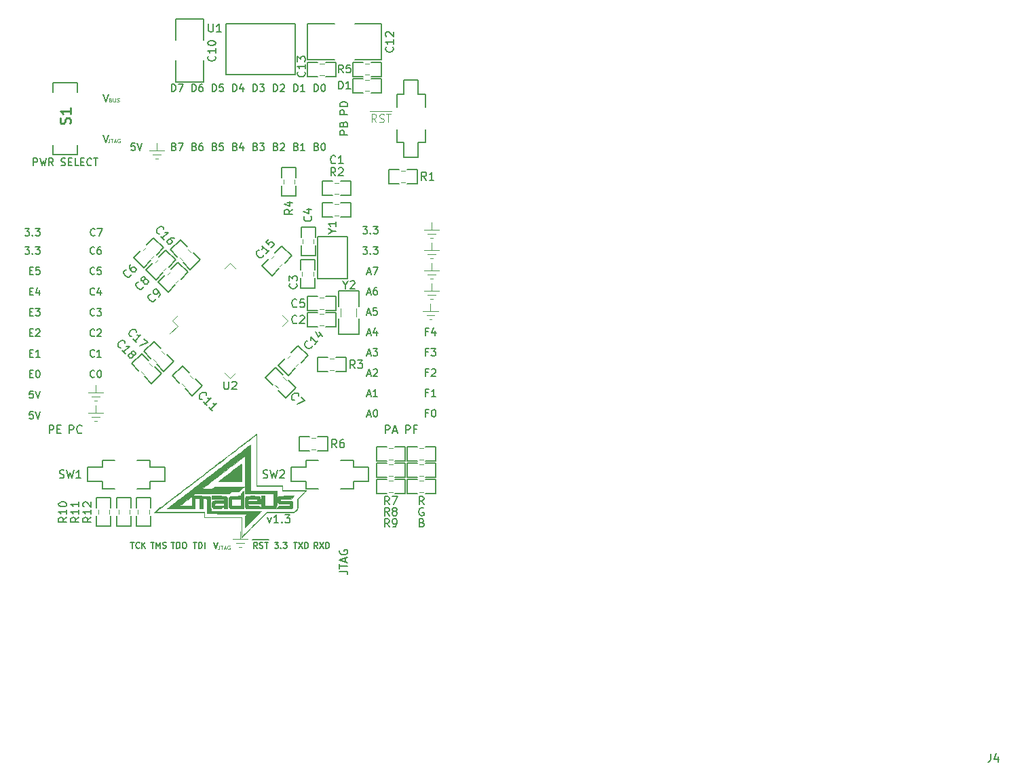
<source format=gbr>
G04 #@! TF.GenerationSoftware,KiCad,Pcbnew,(5.1.5)-3*
G04 #@! TF.CreationDate,2020-01-11T04:19:27+07:00*
G04 #@! TF.ProjectId,main,6d61696e-2e6b-4696-9361-645f70636258,1.3*
G04 #@! TF.SameCoordinates,Original*
G04 #@! TF.FileFunction,Legend,Top*
G04 #@! TF.FilePolarity,Positive*
%FSLAX46Y46*%
G04 Gerber Fmt 4.6, Leading zero omitted, Abs format (unit mm)*
G04 Created by KiCad (PCBNEW (5.1.5)-3) date 2020-01-11 04:19:27*
%MOMM*%
%LPD*%
G04 APERTURE LIST*
%ADD10C,0.150000*%
%ADD11C,0.125000*%
%ADD12C,0.120000*%
%ADD13C,0.200000*%
%ADD14C,0.100000*%
%ADD15C,0.010000*%
%ADD16C,0.254000*%
G04 APERTURE END LIST*
D10*
X108920000Y-68087142D02*
X109220000Y-68987142D01*
X109520000Y-68087142D01*
D11*
X109652666Y-73640190D02*
X109652666Y-73997333D01*
X109628857Y-74068761D01*
X109581238Y-74116380D01*
X109509809Y-74140190D01*
X109462190Y-74140190D01*
X109819333Y-73640190D02*
X110105047Y-73640190D01*
X109962190Y-74140190D02*
X109962190Y-73640190D01*
X110247904Y-73997333D02*
X110486000Y-73997333D01*
X110200285Y-74140190D02*
X110366952Y-73640190D01*
X110533619Y-74140190D01*
X110962190Y-73664000D02*
X110914571Y-73640190D01*
X110843142Y-73640190D01*
X110771714Y-73664000D01*
X110724095Y-73711619D01*
X110700285Y-73759238D01*
X110676476Y-73854476D01*
X110676476Y-73925904D01*
X110700285Y-74021142D01*
X110724095Y-74068761D01*
X110771714Y-74116380D01*
X110843142Y-74140190D01*
X110890761Y-74140190D01*
X110962190Y-74116380D01*
X110986000Y-74092571D01*
X110986000Y-73925904D01*
X110890761Y-73925904D01*
X109771714Y-68798285D02*
X109843142Y-68822095D01*
X109866952Y-68845904D01*
X109890761Y-68893523D01*
X109890761Y-68964952D01*
X109866952Y-69012571D01*
X109843142Y-69036380D01*
X109795523Y-69060190D01*
X109605047Y-69060190D01*
X109605047Y-68560190D01*
X109771714Y-68560190D01*
X109819333Y-68584000D01*
X109843142Y-68607809D01*
X109866952Y-68655428D01*
X109866952Y-68703047D01*
X109843142Y-68750666D01*
X109819333Y-68774476D01*
X109771714Y-68798285D01*
X109605047Y-68798285D01*
X110105047Y-68560190D02*
X110105047Y-68964952D01*
X110128857Y-69012571D01*
X110152666Y-69036380D01*
X110200285Y-69060190D01*
X110295523Y-69060190D01*
X110343142Y-69036380D01*
X110366952Y-69012571D01*
X110390761Y-68964952D01*
X110390761Y-68560190D01*
X110605047Y-69036380D02*
X110676476Y-69060190D01*
X110795523Y-69060190D01*
X110843142Y-69036380D01*
X110866952Y-69012571D01*
X110890761Y-68964952D01*
X110890761Y-68917333D01*
X110866952Y-68869714D01*
X110843142Y-68845904D01*
X110795523Y-68822095D01*
X110700285Y-68798285D01*
X110652666Y-68774476D01*
X110628857Y-68750666D01*
X110605047Y-68703047D01*
X110605047Y-68655428D01*
X110628857Y-68607809D01*
X110652666Y-68584000D01*
X110700285Y-68560190D01*
X110819333Y-68560190D01*
X110890761Y-68584000D01*
X123368666Y-124440190D02*
X123368666Y-124797333D01*
X123344857Y-124868761D01*
X123297238Y-124916380D01*
X123225809Y-124940190D01*
X123178190Y-124940190D01*
X123535333Y-124440190D02*
X123821047Y-124440190D01*
X123678190Y-124940190D02*
X123678190Y-124440190D01*
X123963904Y-124797333D02*
X124202000Y-124797333D01*
X123916285Y-124940190D02*
X124082952Y-124440190D01*
X124249619Y-124940190D01*
X124678190Y-124464000D02*
X124630571Y-124440190D01*
X124559142Y-124440190D01*
X124487714Y-124464000D01*
X124440095Y-124511619D01*
X124416285Y-124559238D01*
X124392476Y-124654476D01*
X124392476Y-124725904D01*
X124416285Y-124821142D01*
X124440095Y-124868761D01*
X124487714Y-124916380D01*
X124559142Y-124940190D01*
X124606761Y-124940190D01*
X124678190Y-124916380D01*
X124702000Y-124892571D01*
X124702000Y-124725904D01*
X124606761Y-124725904D01*
D10*
X132651285Y-124049285D02*
X133079856Y-124049285D01*
X132865571Y-124799285D02*
X132865571Y-124049285D01*
X133258428Y-124049285D02*
X133758428Y-124799285D01*
X133758428Y-124049285D02*
X133258428Y-124799285D01*
X134044142Y-124799285D02*
X134044142Y-124049285D01*
X134222714Y-124049285D01*
X134329856Y-124085000D01*
X134401285Y-124156428D01*
X134436999Y-124227857D01*
X134472714Y-124370714D01*
X134472714Y-124477857D01*
X134436999Y-124620714D01*
X134401285Y-124692142D01*
X134329856Y-124763571D01*
X134222714Y-124799285D01*
X134044142Y-124799285D01*
X130271999Y-124049285D02*
X130736285Y-124049285D01*
X130486285Y-124335000D01*
X130593428Y-124335000D01*
X130664856Y-124370714D01*
X130700571Y-124406428D01*
X130736285Y-124477857D01*
X130736285Y-124656428D01*
X130700571Y-124727857D01*
X130664856Y-124763571D01*
X130593428Y-124799285D01*
X130379142Y-124799285D01*
X130307714Y-124763571D01*
X130271999Y-124727857D01*
X131057714Y-124727857D02*
X131093428Y-124763571D01*
X131057714Y-124799285D01*
X131021999Y-124763571D01*
X131057714Y-124727857D01*
X131057714Y-124799285D01*
X131343428Y-124049285D02*
X131807714Y-124049285D01*
X131557714Y-124335000D01*
X131664856Y-124335000D01*
X131736285Y-124370714D01*
X131771999Y-124406428D01*
X131807714Y-124477857D01*
X131807714Y-124656428D01*
X131771999Y-124727857D01*
X131736285Y-124763571D01*
X131664856Y-124799285D01*
X131450571Y-124799285D01*
X131379142Y-124763571D01*
X131343428Y-124727857D01*
X127499856Y-123725000D02*
X128249856Y-123725000D01*
X128106999Y-124799285D02*
X127856999Y-124442142D01*
X127678428Y-124799285D02*
X127678428Y-124049285D01*
X127964142Y-124049285D01*
X128035571Y-124085000D01*
X128071285Y-124120714D01*
X128106999Y-124192142D01*
X128106999Y-124299285D01*
X128071285Y-124370714D01*
X128035571Y-124406428D01*
X127964142Y-124442142D01*
X127678428Y-124442142D01*
X128249856Y-123725000D02*
X128964142Y-123725000D01*
X128392714Y-124763571D02*
X128499856Y-124799285D01*
X128678428Y-124799285D01*
X128749856Y-124763571D01*
X128785571Y-124727857D01*
X128821285Y-124656428D01*
X128821285Y-124585000D01*
X128785571Y-124513571D01*
X128749856Y-124477857D01*
X128678428Y-124442142D01*
X128535571Y-124406428D01*
X128464142Y-124370714D01*
X128428428Y-124335000D01*
X128392714Y-124263571D01*
X128392714Y-124192142D01*
X128428428Y-124120714D01*
X128464142Y-124085000D01*
X128535571Y-124049285D01*
X128714142Y-124049285D01*
X128821285Y-124085000D01*
X128964142Y-123725000D02*
X129535571Y-123725000D01*
X129035571Y-124049285D02*
X129464142Y-124049285D01*
X129249856Y-124799285D02*
X129249856Y-124049285D01*
X122686000Y-124049285D02*
X122936000Y-124799285D01*
X123186000Y-124049285D01*
X120129856Y-124049285D02*
X120558428Y-124049285D01*
X120344142Y-124799285D02*
X120344142Y-124049285D01*
X120808428Y-124799285D02*
X120808428Y-124049285D01*
X120986999Y-124049285D01*
X121094142Y-124085000D01*
X121165571Y-124156428D01*
X121201285Y-124227857D01*
X121236999Y-124370714D01*
X121236999Y-124477857D01*
X121201285Y-124620714D01*
X121165571Y-124692142D01*
X121094142Y-124763571D01*
X120986999Y-124799285D01*
X120808428Y-124799285D01*
X121558428Y-124799285D02*
X121558428Y-124049285D01*
X117375571Y-124049285D02*
X117804142Y-124049285D01*
X117589856Y-124799285D02*
X117589856Y-124049285D01*
X118054142Y-124799285D02*
X118054142Y-124049285D01*
X118232714Y-124049285D01*
X118339856Y-124085000D01*
X118411285Y-124156428D01*
X118446999Y-124227857D01*
X118482714Y-124370714D01*
X118482714Y-124477857D01*
X118446999Y-124620714D01*
X118411285Y-124692142D01*
X118339856Y-124763571D01*
X118232714Y-124799285D01*
X118054142Y-124799285D01*
X118946999Y-124049285D02*
X119089856Y-124049285D01*
X119161285Y-124085000D01*
X119232714Y-124156428D01*
X119268428Y-124299285D01*
X119268428Y-124549285D01*
X119232714Y-124692142D01*
X119161285Y-124763571D01*
X119089856Y-124799285D01*
X118946999Y-124799285D01*
X118875571Y-124763571D01*
X118804142Y-124692142D01*
X118768428Y-124549285D01*
X118768428Y-124299285D01*
X118804142Y-124156428D01*
X118875571Y-124085000D01*
X118946999Y-124049285D01*
X114817714Y-124049285D02*
X115246285Y-124049285D01*
X115031999Y-124799285D02*
X115031999Y-124049285D01*
X115496285Y-124799285D02*
X115496285Y-124049285D01*
X115746285Y-124585000D01*
X115996285Y-124049285D01*
X115996285Y-124799285D01*
X116317714Y-124763571D02*
X116424856Y-124799285D01*
X116603428Y-124799285D01*
X116674856Y-124763571D01*
X116710571Y-124727857D01*
X116746285Y-124656428D01*
X116746285Y-124585000D01*
X116710571Y-124513571D01*
X116674856Y-124477857D01*
X116603428Y-124442142D01*
X116460571Y-124406428D01*
X116389142Y-124370714D01*
X116353428Y-124335000D01*
X116317714Y-124263571D01*
X116317714Y-124192142D01*
X116353428Y-124120714D01*
X116389142Y-124085000D01*
X116460571Y-124049285D01*
X116639142Y-124049285D01*
X116746285Y-124085000D01*
X135637714Y-124799285D02*
X135387714Y-124442142D01*
X135209142Y-124799285D02*
X135209142Y-124049285D01*
X135494856Y-124049285D01*
X135566285Y-124085000D01*
X135601999Y-124120714D01*
X135637714Y-124192142D01*
X135637714Y-124299285D01*
X135601999Y-124370714D01*
X135566285Y-124406428D01*
X135494856Y-124442142D01*
X135209142Y-124442142D01*
X135887714Y-124049285D02*
X136387714Y-124799285D01*
X136387714Y-124049285D02*
X135887714Y-124799285D01*
X136673428Y-124799285D02*
X136673428Y-124049285D01*
X136851999Y-124049285D01*
X136959142Y-124085000D01*
X137030571Y-124156428D01*
X137066285Y-124227857D01*
X137101999Y-124370714D01*
X137101999Y-124477857D01*
X137066285Y-124620714D01*
X137030571Y-124692142D01*
X136959142Y-124763571D01*
X136851999Y-124799285D01*
X136673428Y-124799285D01*
X112313428Y-124049285D02*
X112741999Y-124049285D01*
X112527714Y-124799285D02*
X112527714Y-124049285D01*
X113420571Y-124727857D02*
X113384856Y-124763571D01*
X113277714Y-124799285D01*
X113206285Y-124799285D01*
X113099142Y-124763571D01*
X113027714Y-124692142D01*
X112991999Y-124620714D01*
X112956285Y-124477857D01*
X112956285Y-124370714D01*
X112991999Y-124227857D01*
X113027714Y-124156428D01*
X113099142Y-124085000D01*
X113206285Y-124049285D01*
X113277714Y-124049285D01*
X113384856Y-124085000D01*
X113420571Y-124120714D01*
X113741999Y-124799285D02*
X113741999Y-124049285D01*
X114170571Y-124799285D02*
X113849142Y-124370714D01*
X114170571Y-124049285D02*
X113741999Y-124477857D01*
X99702285Y-92709214D02*
X100002285Y-92709214D01*
X100130856Y-93180642D02*
X99702285Y-93180642D01*
X99702285Y-92280642D01*
X100130856Y-92280642D01*
X100902285Y-92580642D02*
X100902285Y-93180642D01*
X100687999Y-92237785D02*
X100473714Y-92880642D01*
X101030856Y-92880642D01*
X100152285Y-105139392D02*
X99723714Y-105139392D01*
X99680856Y-105567964D01*
X99723714Y-105525107D01*
X99809428Y-105482250D01*
X100023714Y-105482250D01*
X100109428Y-105525107D01*
X100152285Y-105567964D01*
X100195142Y-105653678D01*
X100195142Y-105867964D01*
X100152285Y-105953678D01*
X100109428Y-105996535D01*
X100023714Y-106039392D01*
X99809428Y-106039392D01*
X99723714Y-105996535D01*
X99680856Y-105953678D01*
X100452285Y-105139392D02*
X100752285Y-106039392D01*
X101052285Y-105139392D01*
X99702285Y-102996214D02*
X100002285Y-102996214D01*
X100130856Y-103467642D02*
X99702285Y-103467642D01*
X99702285Y-102567642D01*
X100130856Y-102567642D01*
X100687999Y-102567642D02*
X100773714Y-102567642D01*
X100859428Y-102610500D01*
X100902285Y-102653357D01*
X100945142Y-102739071D01*
X100987999Y-102910500D01*
X100987999Y-103124785D01*
X100945142Y-103296214D01*
X100902285Y-103381928D01*
X100859428Y-103424785D01*
X100773714Y-103467642D01*
X100687999Y-103467642D01*
X100602285Y-103424785D01*
X100559428Y-103381928D01*
X100516571Y-103296214D01*
X100473714Y-103124785D01*
X100473714Y-102910500D01*
X100516571Y-102739071D01*
X100559428Y-102653357D01*
X100602285Y-102610500D01*
X100687999Y-102567642D01*
X99702285Y-100424464D02*
X100002285Y-100424464D01*
X100130856Y-100895892D02*
X99702285Y-100895892D01*
X99702285Y-99995892D01*
X100130856Y-99995892D01*
X100987999Y-100895892D02*
X100473714Y-100895892D01*
X100730856Y-100895892D02*
X100730856Y-99995892D01*
X100645142Y-100124464D01*
X100559428Y-100210178D01*
X100473714Y-100253035D01*
X99702285Y-97852714D02*
X100002285Y-97852714D01*
X100130856Y-98324142D02*
X99702285Y-98324142D01*
X99702285Y-97424142D01*
X100130856Y-97424142D01*
X100473714Y-97509857D02*
X100516571Y-97467000D01*
X100602285Y-97424142D01*
X100816571Y-97424142D01*
X100902285Y-97467000D01*
X100945142Y-97509857D01*
X100987999Y-97595571D01*
X100987999Y-97681285D01*
X100945142Y-97809857D01*
X100430856Y-98324142D01*
X100987999Y-98324142D01*
X99702285Y-95280964D02*
X100002285Y-95280964D01*
X100130856Y-95752392D02*
X99702285Y-95752392D01*
X99702285Y-94852392D01*
X100130856Y-94852392D01*
X100430856Y-94852392D02*
X100987999Y-94852392D01*
X100687999Y-95195250D01*
X100816571Y-95195250D01*
X100902285Y-95238107D01*
X100945142Y-95280964D01*
X100987999Y-95366678D01*
X100987999Y-95580964D01*
X100945142Y-95666678D01*
X100902285Y-95709535D01*
X100816571Y-95752392D01*
X100559428Y-95752392D01*
X100473714Y-95709535D01*
X100430856Y-95666678D01*
X99702285Y-90137464D02*
X100002285Y-90137464D01*
X100130856Y-90608892D02*
X99702285Y-90608892D01*
X99702285Y-89708892D01*
X100130856Y-89708892D01*
X100945142Y-89708892D02*
X100516571Y-89708892D01*
X100473714Y-90137464D01*
X100516571Y-90094607D01*
X100602285Y-90051750D01*
X100816571Y-90051750D01*
X100902285Y-90094607D01*
X100945142Y-90137464D01*
X100987999Y-90223178D01*
X100987999Y-90437464D01*
X100945142Y-90523178D01*
X100902285Y-90566035D01*
X100816571Y-90608892D01*
X100602285Y-90608892D01*
X100516571Y-90566035D01*
X100473714Y-90523178D01*
X99133142Y-87137142D02*
X99690285Y-87137142D01*
X99390285Y-87480000D01*
X99518857Y-87480000D01*
X99604571Y-87522857D01*
X99647428Y-87565714D01*
X99690285Y-87651428D01*
X99690285Y-87865714D01*
X99647428Y-87951428D01*
X99604571Y-87994285D01*
X99518857Y-88037142D01*
X99261714Y-88037142D01*
X99176000Y-87994285D01*
X99133142Y-87951428D01*
X100076000Y-87951428D02*
X100118857Y-87994285D01*
X100076000Y-88037142D01*
X100033142Y-87994285D01*
X100076000Y-87951428D01*
X100076000Y-88037142D01*
X100418857Y-87137142D02*
X100976000Y-87137142D01*
X100676000Y-87480000D01*
X100804571Y-87480000D01*
X100890285Y-87522857D01*
X100933142Y-87565714D01*
X100976000Y-87651428D01*
X100976000Y-87865714D01*
X100933142Y-87951428D01*
X100890285Y-87994285D01*
X100804571Y-88037142D01*
X100547428Y-88037142D01*
X100461714Y-87994285D01*
X100418857Y-87951428D01*
X107793714Y-87951428D02*
X107750856Y-87994285D01*
X107622285Y-88037142D01*
X107536571Y-88037142D01*
X107407999Y-87994285D01*
X107322285Y-87908571D01*
X107279428Y-87822857D01*
X107236571Y-87651428D01*
X107236571Y-87522857D01*
X107279428Y-87351428D01*
X107322285Y-87265714D01*
X107407999Y-87180000D01*
X107536571Y-87137142D01*
X107622285Y-87137142D01*
X107750856Y-87180000D01*
X107793714Y-87222857D01*
X108565142Y-87137142D02*
X108393714Y-87137142D01*
X108307999Y-87180000D01*
X108265142Y-87222857D01*
X108179428Y-87351428D01*
X108136571Y-87522857D01*
X108136571Y-87865714D01*
X108179428Y-87951428D01*
X108222285Y-87994285D01*
X108307999Y-88037142D01*
X108479428Y-88037142D01*
X108565142Y-87994285D01*
X108607999Y-87951428D01*
X108650856Y-87865714D01*
X108650856Y-87651428D01*
X108607999Y-87565714D01*
X108565142Y-87522857D01*
X108479428Y-87480000D01*
X108307999Y-87480000D01*
X108222285Y-87522857D01*
X108179428Y-87565714D01*
X108136571Y-87651428D01*
X107793714Y-90523178D02*
X107750856Y-90566035D01*
X107622285Y-90608892D01*
X107536571Y-90608892D01*
X107407999Y-90566035D01*
X107322285Y-90480321D01*
X107279428Y-90394607D01*
X107236571Y-90223178D01*
X107236571Y-90094607D01*
X107279428Y-89923178D01*
X107322285Y-89837464D01*
X107407999Y-89751750D01*
X107536571Y-89708892D01*
X107622285Y-89708892D01*
X107750856Y-89751750D01*
X107793714Y-89794607D01*
X108607999Y-89708892D02*
X108179428Y-89708892D01*
X108136571Y-90137464D01*
X108179428Y-90094607D01*
X108265142Y-90051750D01*
X108479428Y-90051750D01*
X108565142Y-90094607D01*
X108607999Y-90137464D01*
X108650856Y-90223178D01*
X108650856Y-90437464D01*
X108607999Y-90523178D01*
X108565142Y-90566035D01*
X108479428Y-90608892D01*
X108265142Y-90608892D01*
X108179428Y-90566035D01*
X108136571Y-90523178D01*
X107793714Y-93094928D02*
X107750856Y-93137785D01*
X107622285Y-93180642D01*
X107536571Y-93180642D01*
X107407999Y-93137785D01*
X107322285Y-93052071D01*
X107279428Y-92966357D01*
X107236571Y-92794928D01*
X107236571Y-92666357D01*
X107279428Y-92494928D01*
X107322285Y-92409214D01*
X107407999Y-92323500D01*
X107536571Y-92280642D01*
X107622285Y-92280642D01*
X107750856Y-92323500D01*
X107793714Y-92366357D01*
X108565142Y-92580642D02*
X108565142Y-93180642D01*
X108350856Y-92237785D02*
X108136571Y-92880642D01*
X108693714Y-92880642D01*
X107793714Y-95666678D02*
X107750856Y-95709535D01*
X107622285Y-95752392D01*
X107536571Y-95752392D01*
X107407999Y-95709535D01*
X107322285Y-95623821D01*
X107279428Y-95538107D01*
X107236571Y-95366678D01*
X107236571Y-95238107D01*
X107279428Y-95066678D01*
X107322285Y-94980964D01*
X107407999Y-94895250D01*
X107536571Y-94852392D01*
X107622285Y-94852392D01*
X107750856Y-94895250D01*
X107793714Y-94938107D01*
X108093714Y-94852392D02*
X108650856Y-94852392D01*
X108350856Y-95195250D01*
X108479428Y-95195250D01*
X108565142Y-95238107D01*
X108607999Y-95280964D01*
X108650856Y-95366678D01*
X108650856Y-95580964D01*
X108607999Y-95666678D01*
X108565142Y-95709535D01*
X108479428Y-95752392D01*
X108222285Y-95752392D01*
X108136571Y-95709535D01*
X108093714Y-95666678D01*
X107793714Y-98238428D02*
X107750856Y-98281285D01*
X107622285Y-98324142D01*
X107536571Y-98324142D01*
X107407999Y-98281285D01*
X107322285Y-98195571D01*
X107279428Y-98109857D01*
X107236571Y-97938428D01*
X107236571Y-97809857D01*
X107279428Y-97638428D01*
X107322285Y-97552714D01*
X107407999Y-97467000D01*
X107536571Y-97424142D01*
X107622285Y-97424142D01*
X107750856Y-97467000D01*
X107793714Y-97509857D01*
X108136571Y-97509857D02*
X108179428Y-97467000D01*
X108265142Y-97424142D01*
X108479428Y-97424142D01*
X108565142Y-97467000D01*
X108607999Y-97509857D01*
X108650856Y-97595571D01*
X108650856Y-97681285D01*
X108607999Y-97809857D01*
X108093714Y-98324142D01*
X108650856Y-98324142D01*
X107793714Y-100810178D02*
X107750856Y-100853035D01*
X107622285Y-100895892D01*
X107536571Y-100895892D01*
X107407999Y-100853035D01*
X107322285Y-100767321D01*
X107279428Y-100681607D01*
X107236571Y-100510178D01*
X107236571Y-100381607D01*
X107279428Y-100210178D01*
X107322285Y-100124464D01*
X107407999Y-100038750D01*
X107536571Y-99995892D01*
X107622285Y-99995892D01*
X107750856Y-100038750D01*
X107793714Y-100081607D01*
X108650856Y-100895892D02*
X108136571Y-100895892D01*
X108393714Y-100895892D02*
X108393714Y-99995892D01*
X108307999Y-100124464D01*
X108222285Y-100210178D01*
X108136571Y-100253035D01*
X107793714Y-103381928D02*
X107750856Y-103424785D01*
X107622285Y-103467642D01*
X107536571Y-103467642D01*
X107407999Y-103424785D01*
X107322285Y-103339071D01*
X107279428Y-103253357D01*
X107236571Y-103081928D01*
X107236571Y-102953357D01*
X107279428Y-102781928D01*
X107322285Y-102696214D01*
X107407999Y-102610500D01*
X107536571Y-102567642D01*
X107622285Y-102567642D01*
X107750856Y-102610500D01*
X107793714Y-102653357D01*
X108350856Y-102567642D02*
X108436571Y-102567642D01*
X108522285Y-102610500D01*
X108565142Y-102653357D01*
X108607999Y-102739071D01*
X108650856Y-102910500D01*
X108650856Y-103124785D01*
X108607999Y-103296214D01*
X108565142Y-103381928D01*
X108522285Y-103424785D01*
X108436571Y-103467642D01*
X108350856Y-103467642D01*
X108265142Y-103424785D01*
X108222285Y-103381928D01*
X108179428Y-103296214D01*
X108136571Y-103124785D01*
X108136571Y-102910500D01*
X108179428Y-102739071D01*
X108222285Y-102653357D01*
X108265142Y-102610500D01*
X108350856Y-102567642D01*
X107858000Y-85665428D02*
X107815142Y-85708285D01*
X107686571Y-85751142D01*
X107600857Y-85751142D01*
X107472285Y-85708285D01*
X107386571Y-85622571D01*
X107343714Y-85536857D01*
X107300857Y-85365428D01*
X107300857Y-85236857D01*
X107343714Y-85065428D01*
X107386571Y-84979714D01*
X107472285Y-84894000D01*
X107600857Y-84851142D01*
X107686571Y-84851142D01*
X107815142Y-84894000D01*
X107858000Y-84936857D01*
X108158000Y-84851142D02*
X108758000Y-84851142D01*
X108372285Y-85751142D01*
X100152285Y-107711142D02*
X99723714Y-107711142D01*
X99680856Y-108139714D01*
X99723714Y-108096857D01*
X99809428Y-108054000D01*
X100023714Y-108054000D01*
X100109428Y-108096857D01*
X100152285Y-108139714D01*
X100195142Y-108225428D01*
X100195142Y-108439714D01*
X100152285Y-108525428D01*
X100109428Y-108568285D01*
X100023714Y-108611142D01*
X99809428Y-108611142D01*
X99723714Y-108568285D01*
X99680856Y-108525428D01*
X100452285Y-107711142D02*
X100752285Y-108611142D01*
X101052285Y-107711142D01*
X99133142Y-84851142D02*
X99690285Y-84851142D01*
X99390285Y-85194000D01*
X99518857Y-85194000D01*
X99604571Y-85236857D01*
X99647428Y-85279714D01*
X99690285Y-85365428D01*
X99690285Y-85579714D01*
X99647428Y-85665428D01*
X99604571Y-85708285D01*
X99518857Y-85751142D01*
X99261714Y-85751142D01*
X99176000Y-85708285D01*
X99133142Y-85665428D01*
X100076000Y-85665428D02*
X100118857Y-85708285D01*
X100076000Y-85751142D01*
X100033142Y-85708285D01*
X100076000Y-85665428D01*
X100076000Y-85751142D01*
X100418857Y-84851142D02*
X100976000Y-84851142D01*
X100676000Y-85194000D01*
X100804571Y-85194000D01*
X100890285Y-85236857D01*
X100933142Y-85279714D01*
X100976000Y-85365428D01*
X100976000Y-85579714D01*
X100933142Y-85665428D01*
X100890285Y-85708285D01*
X100804571Y-85751142D01*
X100547428Y-85751142D01*
X100461714Y-85708285D01*
X100418857Y-85665428D01*
X108920000Y-73167142D02*
X109220000Y-74067142D01*
X109520000Y-73167142D01*
X117439428Y-67717142D02*
X117439428Y-66817142D01*
X117653714Y-66817142D01*
X117782285Y-66860000D01*
X117867999Y-66945714D01*
X117910856Y-67031428D01*
X117953714Y-67202857D01*
X117953714Y-67331428D01*
X117910856Y-67502857D01*
X117867999Y-67588571D01*
X117782285Y-67674285D01*
X117653714Y-67717142D01*
X117439428Y-67717142D01*
X118253714Y-66817142D02*
X118853714Y-66817142D01*
X118467999Y-67717142D01*
X119979428Y-67717142D02*
X119979428Y-66817142D01*
X120193714Y-66817142D01*
X120322285Y-66860000D01*
X120407999Y-66945714D01*
X120450856Y-67031428D01*
X120493714Y-67202857D01*
X120493714Y-67331428D01*
X120450856Y-67502857D01*
X120407999Y-67588571D01*
X120322285Y-67674285D01*
X120193714Y-67717142D01*
X119979428Y-67717142D01*
X121265142Y-66817142D02*
X121093714Y-66817142D01*
X121007999Y-66860000D01*
X120965142Y-66902857D01*
X120879428Y-67031428D01*
X120836571Y-67202857D01*
X120836571Y-67545714D01*
X120879428Y-67631428D01*
X120922285Y-67674285D01*
X121007999Y-67717142D01*
X121179428Y-67717142D01*
X121265142Y-67674285D01*
X121307999Y-67631428D01*
X121350856Y-67545714D01*
X121350856Y-67331428D01*
X121307999Y-67245714D01*
X121265142Y-67202857D01*
X121179428Y-67160000D01*
X121007999Y-67160000D01*
X120922285Y-67202857D01*
X120879428Y-67245714D01*
X120836571Y-67331428D01*
X125059428Y-67717142D02*
X125059428Y-66817142D01*
X125273714Y-66817142D01*
X125402285Y-66860000D01*
X125487999Y-66945714D01*
X125530856Y-67031428D01*
X125573714Y-67202857D01*
X125573714Y-67331428D01*
X125530856Y-67502857D01*
X125487999Y-67588571D01*
X125402285Y-67674285D01*
X125273714Y-67717142D01*
X125059428Y-67717142D01*
X126345142Y-67117142D02*
X126345142Y-67717142D01*
X126130856Y-66774285D02*
X125916571Y-67417142D01*
X126473714Y-67417142D01*
X127599428Y-67717142D02*
X127599428Y-66817142D01*
X127813714Y-66817142D01*
X127942285Y-66860000D01*
X128027999Y-66945714D01*
X128070856Y-67031428D01*
X128113714Y-67202857D01*
X128113714Y-67331428D01*
X128070856Y-67502857D01*
X128027999Y-67588571D01*
X127942285Y-67674285D01*
X127813714Y-67717142D01*
X127599428Y-67717142D01*
X128413714Y-66817142D02*
X128970856Y-66817142D01*
X128670856Y-67160000D01*
X128799428Y-67160000D01*
X128885142Y-67202857D01*
X128927999Y-67245714D01*
X128970856Y-67331428D01*
X128970856Y-67545714D01*
X128927999Y-67631428D01*
X128885142Y-67674285D01*
X128799428Y-67717142D01*
X128542285Y-67717142D01*
X128456571Y-67674285D01*
X128413714Y-67631428D01*
X130139428Y-67717142D02*
X130139428Y-66817142D01*
X130353714Y-66817142D01*
X130482285Y-66860000D01*
X130567999Y-66945714D01*
X130610856Y-67031428D01*
X130653714Y-67202857D01*
X130653714Y-67331428D01*
X130610856Y-67502857D01*
X130567999Y-67588571D01*
X130482285Y-67674285D01*
X130353714Y-67717142D01*
X130139428Y-67717142D01*
X130996571Y-66902857D02*
X131039428Y-66860000D01*
X131125142Y-66817142D01*
X131339428Y-66817142D01*
X131425142Y-66860000D01*
X131467999Y-66902857D01*
X131510856Y-66988571D01*
X131510856Y-67074285D01*
X131467999Y-67202857D01*
X130953714Y-67717142D01*
X131510856Y-67717142D01*
X122519428Y-67717142D02*
X122519428Y-66817142D01*
X122733714Y-66817142D01*
X122862285Y-66860000D01*
X122947999Y-66945714D01*
X122990856Y-67031428D01*
X123033714Y-67202857D01*
X123033714Y-67331428D01*
X122990856Y-67502857D01*
X122947999Y-67588571D01*
X122862285Y-67674285D01*
X122733714Y-67717142D01*
X122519428Y-67717142D01*
X123847999Y-66817142D02*
X123419428Y-66817142D01*
X123376571Y-67245714D01*
X123419428Y-67202857D01*
X123505142Y-67160000D01*
X123719428Y-67160000D01*
X123805142Y-67202857D01*
X123847999Y-67245714D01*
X123890856Y-67331428D01*
X123890856Y-67545714D01*
X123847999Y-67631428D01*
X123805142Y-67674285D01*
X123719428Y-67717142D01*
X123505142Y-67717142D01*
X123419428Y-67674285D01*
X123376571Y-67631428D01*
X132679428Y-67717142D02*
X132679428Y-66817142D01*
X132893714Y-66817142D01*
X133022285Y-66860000D01*
X133107999Y-66945714D01*
X133150856Y-67031428D01*
X133193714Y-67202857D01*
X133193714Y-67331428D01*
X133150856Y-67502857D01*
X133107999Y-67588571D01*
X133022285Y-67674285D01*
X132893714Y-67717142D01*
X132679428Y-67717142D01*
X134050856Y-67717142D02*
X133536571Y-67717142D01*
X133793714Y-67717142D02*
X133793714Y-66817142D01*
X133707999Y-66945714D01*
X133622285Y-67031428D01*
X133536571Y-67074285D01*
X135219428Y-67717142D02*
X135219428Y-66817142D01*
X135433714Y-66817142D01*
X135562285Y-66860000D01*
X135647999Y-66945714D01*
X135690856Y-67031428D01*
X135733714Y-67202857D01*
X135733714Y-67331428D01*
X135690856Y-67502857D01*
X135647999Y-67588571D01*
X135562285Y-67674285D01*
X135433714Y-67717142D01*
X135219428Y-67717142D01*
X136290856Y-66817142D02*
X136376571Y-66817142D01*
X136462285Y-66860000D01*
X136505142Y-66902857D01*
X136547999Y-66988571D01*
X136590856Y-67160000D01*
X136590856Y-67374285D01*
X136547999Y-67545714D01*
X136505142Y-67631428D01*
X136462285Y-67674285D01*
X136376571Y-67717142D01*
X136290856Y-67717142D01*
X136205142Y-67674285D01*
X136162285Y-67631428D01*
X136119428Y-67545714D01*
X136076571Y-67374285D01*
X136076571Y-67160000D01*
X136119428Y-66988571D01*
X136162285Y-66902857D01*
X136205142Y-66860000D01*
X136290856Y-66817142D01*
X117739428Y-74611714D02*
X117867999Y-74654571D01*
X117910856Y-74697428D01*
X117953714Y-74783142D01*
X117953714Y-74911714D01*
X117910856Y-74997428D01*
X117867999Y-75040285D01*
X117782285Y-75083142D01*
X117439428Y-75083142D01*
X117439428Y-74183142D01*
X117739428Y-74183142D01*
X117825142Y-74226000D01*
X117867999Y-74268857D01*
X117910856Y-74354571D01*
X117910856Y-74440285D01*
X117867999Y-74526000D01*
X117825142Y-74568857D01*
X117739428Y-74611714D01*
X117439428Y-74611714D01*
X118253714Y-74183142D02*
X118853714Y-74183142D01*
X118467999Y-75083142D01*
X120279428Y-74611714D02*
X120407999Y-74654571D01*
X120450856Y-74697428D01*
X120493714Y-74783142D01*
X120493714Y-74911714D01*
X120450856Y-74997428D01*
X120407999Y-75040285D01*
X120322285Y-75083142D01*
X119979428Y-75083142D01*
X119979428Y-74183142D01*
X120279428Y-74183142D01*
X120365142Y-74226000D01*
X120407999Y-74268857D01*
X120450856Y-74354571D01*
X120450856Y-74440285D01*
X120407999Y-74526000D01*
X120365142Y-74568857D01*
X120279428Y-74611714D01*
X119979428Y-74611714D01*
X121265142Y-74183142D02*
X121093714Y-74183142D01*
X121007999Y-74226000D01*
X120965142Y-74268857D01*
X120879428Y-74397428D01*
X120836571Y-74568857D01*
X120836571Y-74911714D01*
X120879428Y-74997428D01*
X120922285Y-75040285D01*
X121007999Y-75083142D01*
X121179428Y-75083142D01*
X121265142Y-75040285D01*
X121307999Y-74997428D01*
X121350856Y-74911714D01*
X121350856Y-74697428D01*
X121307999Y-74611714D01*
X121265142Y-74568857D01*
X121179428Y-74526000D01*
X121007999Y-74526000D01*
X120922285Y-74568857D01*
X120879428Y-74611714D01*
X120836571Y-74697428D01*
X122819428Y-74611714D02*
X122947999Y-74654571D01*
X122990856Y-74697428D01*
X123033714Y-74783142D01*
X123033714Y-74911714D01*
X122990856Y-74997428D01*
X122947999Y-75040285D01*
X122862285Y-75083142D01*
X122519428Y-75083142D01*
X122519428Y-74183142D01*
X122819428Y-74183142D01*
X122905142Y-74226000D01*
X122947999Y-74268857D01*
X122990856Y-74354571D01*
X122990856Y-74440285D01*
X122947999Y-74526000D01*
X122905142Y-74568857D01*
X122819428Y-74611714D01*
X122519428Y-74611714D01*
X123847999Y-74183142D02*
X123419428Y-74183142D01*
X123376571Y-74611714D01*
X123419428Y-74568857D01*
X123505142Y-74526000D01*
X123719428Y-74526000D01*
X123805142Y-74568857D01*
X123847999Y-74611714D01*
X123890856Y-74697428D01*
X123890856Y-74911714D01*
X123847999Y-74997428D01*
X123805142Y-75040285D01*
X123719428Y-75083142D01*
X123505142Y-75083142D01*
X123419428Y-75040285D01*
X123376571Y-74997428D01*
X125359428Y-74611714D02*
X125487999Y-74654571D01*
X125530856Y-74697428D01*
X125573714Y-74783142D01*
X125573714Y-74911714D01*
X125530856Y-74997428D01*
X125487999Y-75040285D01*
X125402285Y-75083142D01*
X125059428Y-75083142D01*
X125059428Y-74183142D01*
X125359428Y-74183142D01*
X125445142Y-74226000D01*
X125487999Y-74268857D01*
X125530856Y-74354571D01*
X125530856Y-74440285D01*
X125487999Y-74526000D01*
X125445142Y-74568857D01*
X125359428Y-74611714D01*
X125059428Y-74611714D01*
X126345142Y-74483142D02*
X126345142Y-75083142D01*
X126130856Y-74140285D02*
X125916571Y-74783142D01*
X126473714Y-74783142D01*
X127899428Y-74611714D02*
X128027999Y-74654571D01*
X128070856Y-74697428D01*
X128113714Y-74783142D01*
X128113714Y-74911714D01*
X128070856Y-74997428D01*
X128027999Y-75040285D01*
X127942285Y-75083142D01*
X127599428Y-75083142D01*
X127599428Y-74183142D01*
X127899428Y-74183142D01*
X127985142Y-74226000D01*
X128027999Y-74268857D01*
X128070856Y-74354571D01*
X128070856Y-74440285D01*
X128027999Y-74526000D01*
X127985142Y-74568857D01*
X127899428Y-74611714D01*
X127599428Y-74611714D01*
X128413714Y-74183142D02*
X128970856Y-74183142D01*
X128670856Y-74526000D01*
X128799428Y-74526000D01*
X128885142Y-74568857D01*
X128927999Y-74611714D01*
X128970856Y-74697428D01*
X128970856Y-74911714D01*
X128927999Y-74997428D01*
X128885142Y-75040285D01*
X128799428Y-75083142D01*
X128542285Y-75083142D01*
X128456571Y-75040285D01*
X128413714Y-74997428D01*
X130439428Y-74611714D02*
X130567999Y-74654571D01*
X130610856Y-74697428D01*
X130653714Y-74783142D01*
X130653714Y-74911714D01*
X130610856Y-74997428D01*
X130567999Y-75040285D01*
X130482285Y-75083142D01*
X130139428Y-75083142D01*
X130139428Y-74183142D01*
X130439428Y-74183142D01*
X130525142Y-74226000D01*
X130567999Y-74268857D01*
X130610856Y-74354571D01*
X130610856Y-74440285D01*
X130567999Y-74526000D01*
X130525142Y-74568857D01*
X130439428Y-74611714D01*
X130139428Y-74611714D01*
X130996571Y-74268857D02*
X131039428Y-74226000D01*
X131125142Y-74183142D01*
X131339428Y-74183142D01*
X131425142Y-74226000D01*
X131467999Y-74268857D01*
X131510856Y-74354571D01*
X131510856Y-74440285D01*
X131467999Y-74568857D01*
X130953714Y-75083142D01*
X131510856Y-75083142D01*
X132979428Y-74611714D02*
X133107999Y-74654571D01*
X133150856Y-74697428D01*
X133193714Y-74783142D01*
X133193714Y-74911714D01*
X133150856Y-74997428D01*
X133107999Y-75040285D01*
X133022285Y-75083142D01*
X132679428Y-75083142D01*
X132679428Y-74183142D01*
X132979428Y-74183142D01*
X133065142Y-74226000D01*
X133107999Y-74268857D01*
X133150856Y-74354571D01*
X133150856Y-74440285D01*
X133107999Y-74526000D01*
X133065142Y-74568857D01*
X132979428Y-74611714D01*
X132679428Y-74611714D01*
X134050856Y-75083142D02*
X133536571Y-75083142D01*
X133793714Y-75083142D02*
X133793714Y-74183142D01*
X133707999Y-74311714D01*
X133622285Y-74397428D01*
X133536571Y-74440285D01*
X112852285Y-74183142D02*
X112423714Y-74183142D01*
X112380856Y-74611714D01*
X112423714Y-74568857D01*
X112509428Y-74526000D01*
X112723714Y-74526000D01*
X112809428Y-74568857D01*
X112852285Y-74611714D01*
X112895142Y-74697428D01*
X112895142Y-74911714D01*
X112852285Y-74997428D01*
X112809428Y-75040285D01*
X112723714Y-75083142D01*
X112509428Y-75083142D01*
X112423714Y-75040285D01*
X112380856Y-74997428D01*
X113152285Y-74183142D02*
X113452285Y-75083142D01*
X113752285Y-74183142D01*
X135519428Y-74611714D02*
X135647999Y-74654571D01*
X135690856Y-74697428D01*
X135733714Y-74783142D01*
X135733714Y-74911714D01*
X135690856Y-74997428D01*
X135647999Y-75040285D01*
X135562285Y-75083142D01*
X135219428Y-75083142D01*
X135219428Y-74183142D01*
X135519428Y-74183142D01*
X135605142Y-74226000D01*
X135647999Y-74268857D01*
X135690856Y-74354571D01*
X135690856Y-74440285D01*
X135647999Y-74526000D01*
X135605142Y-74568857D01*
X135519428Y-74611714D01*
X135219428Y-74611714D01*
X136290856Y-74183142D02*
X136376571Y-74183142D01*
X136462285Y-74226000D01*
X136505142Y-74268857D01*
X136547999Y-74354571D01*
X136590856Y-74526000D01*
X136590856Y-74740285D01*
X136547999Y-74911714D01*
X136505142Y-74997428D01*
X136462285Y-75040285D01*
X136376571Y-75083142D01*
X136290856Y-75083142D01*
X136205142Y-75040285D01*
X136162285Y-74997428D01*
X136119428Y-74911714D01*
X136076571Y-74740285D01*
X136076571Y-74526000D01*
X136119428Y-74354571D01*
X136162285Y-74268857D01*
X136205142Y-74226000D01*
X136290856Y-74183142D01*
X141297142Y-87137142D02*
X141854285Y-87137142D01*
X141554285Y-87480000D01*
X141682857Y-87480000D01*
X141768571Y-87522857D01*
X141811428Y-87565714D01*
X141854285Y-87651428D01*
X141854285Y-87865714D01*
X141811428Y-87951428D01*
X141768571Y-87994285D01*
X141682857Y-88037142D01*
X141425714Y-88037142D01*
X141340000Y-87994285D01*
X141297142Y-87951428D01*
X142240000Y-87951428D02*
X142282857Y-87994285D01*
X142240000Y-88037142D01*
X142197142Y-87994285D01*
X142240000Y-87951428D01*
X142240000Y-88037142D01*
X142582857Y-87137142D02*
X143140000Y-87137142D01*
X142840000Y-87480000D01*
X142968571Y-87480000D01*
X143054285Y-87522857D01*
X143097142Y-87565714D01*
X143140000Y-87651428D01*
X143140000Y-87865714D01*
X143097142Y-87951428D01*
X143054285Y-87994285D01*
X142968571Y-88037142D01*
X142711428Y-88037142D01*
X142625714Y-87994285D01*
X142582857Y-87951428D01*
X141844856Y-90320000D02*
X142273428Y-90320000D01*
X141759142Y-90577142D02*
X142059142Y-89677142D01*
X142359142Y-90577142D01*
X142573428Y-89677142D02*
X143173428Y-89677142D01*
X142787714Y-90577142D01*
X141844856Y-92860000D02*
X142273428Y-92860000D01*
X141759142Y-93117142D02*
X142059142Y-92217142D01*
X142359142Y-93117142D01*
X143044856Y-92217142D02*
X142873428Y-92217142D01*
X142787714Y-92260000D01*
X142744856Y-92302857D01*
X142659142Y-92431428D01*
X142616285Y-92602857D01*
X142616285Y-92945714D01*
X142659142Y-93031428D01*
X142701999Y-93074285D01*
X142787714Y-93117142D01*
X142959142Y-93117142D01*
X143044856Y-93074285D01*
X143087714Y-93031428D01*
X143130571Y-92945714D01*
X143130571Y-92731428D01*
X143087714Y-92645714D01*
X143044856Y-92602857D01*
X142959142Y-92560000D01*
X142787714Y-92560000D01*
X142701999Y-92602857D01*
X142659142Y-92645714D01*
X142616285Y-92731428D01*
X141844856Y-97940000D02*
X142273428Y-97940000D01*
X141759142Y-98197142D02*
X142059142Y-97297142D01*
X142359142Y-98197142D01*
X143044856Y-97597142D02*
X143044856Y-98197142D01*
X142830571Y-97254285D02*
X142616285Y-97897142D01*
X143173428Y-97897142D01*
X141844856Y-100480000D02*
X142273428Y-100480000D01*
X141759142Y-100737142D02*
X142059142Y-99837142D01*
X142359142Y-100737142D01*
X142573428Y-99837142D02*
X143130571Y-99837142D01*
X142830571Y-100180000D01*
X142959142Y-100180000D01*
X143044856Y-100222857D01*
X143087714Y-100265714D01*
X143130571Y-100351428D01*
X143130571Y-100565714D01*
X143087714Y-100651428D01*
X143044856Y-100694285D01*
X142959142Y-100737142D01*
X142701999Y-100737142D01*
X142616285Y-100694285D01*
X142573428Y-100651428D01*
X141844856Y-103020000D02*
X142273428Y-103020000D01*
X141759142Y-103277142D02*
X142059142Y-102377142D01*
X142359142Y-103277142D01*
X142616285Y-102462857D02*
X142659142Y-102420000D01*
X142744856Y-102377142D01*
X142959142Y-102377142D01*
X143044856Y-102420000D01*
X143087714Y-102462857D01*
X143130571Y-102548571D01*
X143130571Y-102634285D01*
X143087714Y-102762857D01*
X142573428Y-103277142D01*
X143130571Y-103277142D01*
X141844856Y-105560000D02*
X142273428Y-105560000D01*
X141759142Y-105817142D02*
X142059142Y-104917142D01*
X142359142Y-105817142D01*
X143130571Y-105817142D02*
X142616285Y-105817142D01*
X142873428Y-105817142D02*
X142873428Y-104917142D01*
X142787714Y-105045714D01*
X142701999Y-105131428D01*
X142616285Y-105174285D01*
X141297142Y-84597142D02*
X141854285Y-84597142D01*
X141554285Y-84940000D01*
X141682857Y-84940000D01*
X141768571Y-84982857D01*
X141811428Y-85025714D01*
X141854285Y-85111428D01*
X141854285Y-85325714D01*
X141811428Y-85411428D01*
X141768571Y-85454285D01*
X141682857Y-85497142D01*
X141425714Y-85497142D01*
X141340000Y-85454285D01*
X141297142Y-85411428D01*
X142240000Y-85411428D02*
X142282857Y-85454285D01*
X142240000Y-85497142D01*
X142197142Y-85454285D01*
X142240000Y-85411428D01*
X142240000Y-85497142D01*
X142582857Y-84597142D02*
X143140000Y-84597142D01*
X142840000Y-84940000D01*
X142968571Y-84940000D01*
X143054285Y-84982857D01*
X143097142Y-85025714D01*
X143140000Y-85111428D01*
X143140000Y-85325714D01*
X143097142Y-85411428D01*
X143054285Y-85454285D01*
X142968571Y-85497142D01*
X142711428Y-85497142D01*
X142625714Y-85454285D01*
X142582857Y-85411428D01*
X141801999Y-95400000D02*
X142230571Y-95400000D01*
X141716285Y-95657142D02*
X142016285Y-94757142D01*
X142316285Y-95657142D01*
X143044857Y-94757142D02*
X142616285Y-94757142D01*
X142573428Y-95185714D01*
X142616285Y-95142857D01*
X142701999Y-95100000D01*
X142916285Y-95100000D01*
X143001999Y-95142857D01*
X143044857Y-95185714D01*
X143087714Y-95271428D01*
X143087714Y-95485714D01*
X143044857Y-95571428D01*
X143001999Y-95614285D01*
X142916285Y-95657142D01*
X142701999Y-95657142D01*
X142616285Y-95614285D01*
X142573428Y-95571428D01*
X141844856Y-108100000D02*
X142273428Y-108100000D01*
X141759142Y-108357142D02*
X142059142Y-107457142D01*
X142359142Y-108357142D01*
X142830571Y-107457142D02*
X142916285Y-107457142D01*
X143001999Y-107500000D01*
X143044856Y-107542857D01*
X143087714Y-107628571D01*
X143130571Y-107800000D01*
X143130571Y-108014285D01*
X143087714Y-108185714D01*
X143044856Y-108271428D01*
X143001999Y-108314285D01*
X142916285Y-108357142D01*
X142830571Y-108357142D01*
X142744856Y-108314285D01*
X142701999Y-108271428D01*
X142659142Y-108185714D01*
X142616285Y-108014285D01*
X142616285Y-107800000D01*
X142659142Y-107628571D01*
X142701999Y-107542857D01*
X142744856Y-107500000D01*
X142830571Y-107457142D01*
X149433000Y-105345714D02*
X149133000Y-105345714D01*
X149133000Y-105817142D02*
X149133000Y-104917142D01*
X149561571Y-104917142D01*
X150375857Y-105817142D02*
X149861571Y-105817142D01*
X150118714Y-105817142D02*
X150118714Y-104917142D01*
X150033000Y-105045714D01*
X149947285Y-105131428D01*
X149861571Y-105174285D01*
X149433000Y-102805714D02*
X149133000Y-102805714D01*
X149133000Y-103277142D02*
X149133000Y-102377142D01*
X149561571Y-102377142D01*
X149861571Y-102462857D02*
X149904428Y-102420000D01*
X149990142Y-102377142D01*
X150204428Y-102377142D01*
X150290142Y-102420000D01*
X150333000Y-102462857D01*
X150375857Y-102548571D01*
X150375857Y-102634285D01*
X150333000Y-102762857D01*
X149818714Y-103277142D01*
X150375857Y-103277142D01*
X149433000Y-100265714D02*
X149133000Y-100265714D01*
X149133000Y-100737142D02*
X149133000Y-99837142D01*
X149561571Y-99837142D01*
X149818714Y-99837142D02*
X150375857Y-99837142D01*
X150075857Y-100180000D01*
X150204428Y-100180000D01*
X150290142Y-100222857D01*
X150333000Y-100265714D01*
X150375857Y-100351428D01*
X150375857Y-100565714D01*
X150333000Y-100651428D01*
X150290142Y-100694285D01*
X150204428Y-100737142D01*
X149947285Y-100737142D01*
X149861571Y-100694285D01*
X149818714Y-100651428D01*
X149433000Y-107885714D02*
X149133000Y-107885714D01*
X149133000Y-108357142D02*
X149133000Y-107457142D01*
X149561571Y-107457142D01*
X150075857Y-107457142D02*
X150161571Y-107457142D01*
X150247285Y-107500000D01*
X150290142Y-107542857D01*
X150333000Y-107628571D01*
X150375857Y-107800000D01*
X150375857Y-108014285D01*
X150333000Y-108185714D01*
X150290142Y-108271428D01*
X150247285Y-108314285D01*
X150161571Y-108357142D01*
X150075857Y-108357142D01*
X149990142Y-108314285D01*
X149947285Y-108271428D01*
X149904428Y-108185714D01*
X149861571Y-108014285D01*
X149861571Y-107800000D01*
X149904428Y-107628571D01*
X149947285Y-107542857D01*
X149990142Y-107500000D01*
X150075857Y-107457142D01*
X149433000Y-97725714D02*
X149133000Y-97725714D01*
X149133000Y-98197142D02*
X149133000Y-97297142D01*
X149561571Y-97297142D01*
X150290142Y-97597142D02*
X150290142Y-98197142D01*
X150075857Y-97254285D02*
X149861571Y-97897142D01*
X150418714Y-97897142D01*
X129381428Y-120943714D02*
X129619523Y-121610380D01*
X129857619Y-120943714D01*
X130762380Y-121610380D02*
X130190952Y-121610380D01*
X130476666Y-121610380D02*
X130476666Y-120610380D01*
X130381428Y-120753238D01*
X130286190Y-120848476D01*
X130190952Y-120896095D01*
X131190952Y-121515142D02*
X131238571Y-121562761D01*
X131190952Y-121610380D01*
X131143333Y-121562761D01*
X131190952Y-121515142D01*
X131190952Y-121610380D01*
X131571904Y-120610380D02*
X132190952Y-120610380D01*
X131857619Y-120991333D01*
X132000476Y-120991333D01*
X132095714Y-121038952D01*
X132143333Y-121086571D01*
X132190952Y-121181809D01*
X132190952Y-121419904D01*
X132143333Y-121515142D01*
X132095714Y-121562761D01*
X132000476Y-121610380D01*
X131714761Y-121610380D01*
X131619523Y-121562761D01*
X131571904Y-121515142D01*
D12*
X140450000Y-95900000D02*
X140450000Y-94800000D01*
X138550000Y-95900000D02*
X138550000Y-94800000D01*
D13*
X138230000Y-92650000D02*
X138230000Y-94588000D01*
X140770000Y-92650000D02*
X138230000Y-92650000D01*
X140770000Y-92650000D02*
X140770000Y-94588000D01*
X138230000Y-98050000D02*
X138230000Y-96112000D01*
X140770000Y-98050000D02*
X140770000Y-96112000D01*
X138230000Y-98050000D02*
X140770000Y-98050000D01*
X139350000Y-91150000D02*
X139350000Y-85850000D01*
X135650000Y-91150000D02*
X139350000Y-91150000D01*
X139350000Y-85850000D02*
X135650000Y-85850000D01*
X135650000Y-85850000D02*
X135650000Y-91150000D01*
X121380000Y-61350000D02*
X121380000Y-58685000D01*
X121380000Y-58685000D02*
X117960000Y-58685000D01*
X117960000Y-58685000D02*
X117960000Y-61350000D01*
X117960000Y-63890000D02*
X117960000Y-66555000D01*
X117960000Y-66555000D02*
X121380000Y-66555000D01*
X121380000Y-66555000D02*
X121380000Y-63890000D01*
X140260000Y-63800000D02*
X143575000Y-63800000D01*
X143575000Y-63800000D02*
X143575000Y-59280000D01*
X143575000Y-59280000D02*
X140260000Y-59280000D01*
X134405000Y-63800000D02*
X137720000Y-63800000D01*
X134405000Y-59280000D02*
X134405000Y-63800000D01*
X137720000Y-59280000D02*
X134405000Y-59280000D01*
D12*
X125984000Y-122694700D02*
X125984000Y-123647200D01*
X125031500Y-123647200D02*
X126936500Y-123647200D01*
X125857000Y-124663200D02*
X126142750Y-124663200D01*
X125507750Y-124155200D02*
X126460250Y-124155200D01*
X107473750Y-108407200D02*
X108426250Y-108407200D01*
X107823000Y-108915200D02*
X108108750Y-108915200D01*
X106997500Y-107899200D02*
X108902500Y-107899200D01*
X107950000Y-106946700D02*
X107950000Y-107899200D01*
X107473750Y-105867200D02*
X108426250Y-105867200D01*
X107823000Y-106375200D02*
X108108750Y-106375200D01*
X106997500Y-105359200D02*
X108902500Y-105359200D01*
X107950000Y-104406700D02*
X107950000Y-105359200D01*
X115093750Y-75641200D02*
X116046250Y-75641200D01*
X115443000Y-76149200D02*
X115728750Y-76149200D01*
X114617500Y-75133200D02*
X116522500Y-75133200D01*
X115570000Y-74180700D02*
X115570000Y-75133200D01*
X149256750Y-95707200D02*
X150209250Y-95707200D01*
X149606000Y-96215200D02*
X149891750Y-96215200D01*
X148780500Y-95199200D02*
X150685500Y-95199200D01*
X149733000Y-94246700D02*
X149733000Y-95199200D01*
X149383750Y-93167200D02*
X150336250Y-93167200D01*
X149733000Y-93675200D02*
X150018750Y-93675200D01*
X148907500Y-92659200D02*
X150812500Y-92659200D01*
X149860000Y-91706700D02*
X149860000Y-92659200D01*
X149860000Y-89166700D02*
X149860000Y-90119200D01*
X148907500Y-90119200D02*
X150812500Y-90119200D01*
X149733000Y-91135200D02*
X150018750Y-91135200D01*
X149383750Y-90627200D02*
X150336250Y-90627200D01*
X149383750Y-88087200D02*
X150336250Y-88087200D01*
X149733000Y-88595200D02*
X150018750Y-88595200D01*
X148907500Y-87579200D02*
X150812500Y-87579200D01*
X149860000Y-86626700D02*
X149860000Y-87579200D01*
X149860000Y-84086700D02*
X149860000Y-85039200D01*
X148907500Y-85039200D02*
X150812500Y-85039200D01*
X149733000Y-86055200D02*
X150018750Y-86055200D01*
X149383750Y-85547200D02*
X150336250Y-85547200D01*
D13*
X146431000Y-66294000D02*
X146431000Y-68120000D01*
X148209000Y-66294000D02*
X148209000Y-68120000D01*
X146431000Y-66294000D02*
X148209000Y-66294000D01*
X145520000Y-74120000D02*
X146431000Y-74120000D01*
X146431000Y-68120000D02*
X145520000Y-68120000D01*
X145520000Y-68120000D02*
X145520000Y-69723000D01*
X148209000Y-75946000D02*
X146431000Y-75946000D01*
X146431000Y-75946000D02*
X146431000Y-74120000D01*
X145520000Y-74120000D02*
X145520000Y-72517000D01*
X149120000Y-68120000D02*
X149120000Y-69723000D01*
X146320000Y-74120000D02*
X145520000Y-74120000D01*
D14*
X145520000Y-68120000D02*
X146320000Y-68120000D01*
D13*
X148209000Y-74120000D02*
X149120000Y-74120000D01*
X149120000Y-74120000D02*
X149120000Y-72517000D01*
X149120000Y-68120000D02*
X148209000Y-68120000D01*
X148209000Y-75946000D02*
X148209000Y-74120000D01*
X116586000Y-114681000D02*
X114760000Y-114681000D01*
X116586000Y-116459000D02*
X114760000Y-116459000D01*
X116586000Y-114681000D02*
X116586000Y-116459000D01*
X108760000Y-113770000D02*
X108760000Y-114681000D01*
X114760000Y-114681000D02*
X114760000Y-113770000D01*
X114760000Y-113770000D02*
X113157000Y-113770000D01*
X106934000Y-116459000D02*
X106934000Y-114681000D01*
X106934000Y-114681000D02*
X108760000Y-114681000D01*
X108760000Y-113770000D02*
X110363000Y-113770000D01*
X114760000Y-117370000D02*
X113157000Y-117370000D01*
X108760000Y-114570000D02*
X108760000Y-113770000D01*
D14*
X114760000Y-113770000D02*
X114760000Y-114570000D01*
D13*
X108760000Y-116459000D02*
X108760000Y-117370000D01*
X108760000Y-117370000D02*
X110363000Y-117370000D01*
X114760000Y-117370000D02*
X114760000Y-116459000D01*
X106934000Y-116459000D02*
X108760000Y-116459000D01*
X141986000Y-114681000D02*
X140160000Y-114681000D01*
X141986000Y-116459000D02*
X140160000Y-116459000D01*
X141986000Y-114681000D02*
X141986000Y-116459000D01*
X134160000Y-113770000D02*
X134160000Y-114681000D01*
X140160000Y-114681000D02*
X140160000Y-113770000D01*
X140160000Y-113770000D02*
X138557000Y-113770000D01*
X132334000Y-116459000D02*
X132334000Y-114681000D01*
X132334000Y-114681000D02*
X134160000Y-114681000D01*
X134160000Y-113770000D02*
X135763000Y-113770000D01*
X140160000Y-117370000D02*
X138557000Y-117370000D01*
X134160000Y-114570000D02*
X134160000Y-113770000D01*
D14*
X140160000Y-113770000D02*
X140160000Y-114570000D01*
D13*
X134160000Y-116459000D02*
X134160000Y-117370000D01*
X134160000Y-117370000D02*
X135763000Y-117370000D01*
X140160000Y-117370000D02*
X140160000Y-116459000D01*
X132334000Y-116459000D02*
X134160000Y-116459000D01*
D12*
X146042748Y-77649000D02*
X146565252Y-77649000D01*
X146042748Y-79069000D02*
X146565252Y-79069000D01*
D13*
X146812000Y-77470000D02*
X148082000Y-77470000D01*
X144526000Y-79248000D02*
X144526000Y-77470000D01*
X144526000Y-77470000D02*
X145796000Y-77470000D01*
X145796000Y-79248000D02*
X144526000Y-79248000D01*
X148082000Y-79248000D02*
X146812000Y-79248000D01*
X148082000Y-77470000D02*
X148082000Y-79248000D01*
D12*
X137779748Y-81807000D02*
X138302252Y-81807000D01*
X137779748Y-83227000D02*
X138302252Y-83227000D01*
D13*
X138549000Y-81628000D02*
X139819000Y-81628000D01*
X136263000Y-83406000D02*
X136263000Y-81628000D01*
X136263000Y-81628000D02*
X137533000Y-81628000D01*
X137533000Y-83406000D02*
X136263000Y-83406000D01*
X139819000Y-83406000D02*
X138549000Y-83406000D01*
X139819000Y-81628000D02*
X139819000Y-83406000D01*
D12*
X137152748Y-101144000D02*
X137675252Y-101144000D01*
X137152748Y-102564000D02*
X137675252Y-102564000D01*
D13*
X137922000Y-100965000D02*
X139192000Y-100965000D01*
X135636000Y-102743000D02*
X135636000Y-100965000D01*
X135636000Y-100965000D02*
X136906000Y-100965000D01*
X136906000Y-102743000D02*
X135636000Y-102743000D01*
X139192000Y-102743000D02*
X137922000Y-102743000D01*
X139192000Y-100965000D02*
X139192000Y-102743000D01*
D12*
X131370000Y-79255252D02*
X131370000Y-78732748D01*
X132790000Y-79255252D02*
X132790000Y-78732748D01*
D13*
X131191000Y-78486000D02*
X131191000Y-77216000D01*
X132969000Y-80772000D02*
X131191000Y-80772000D01*
X131191000Y-80772000D02*
X131191000Y-79502000D01*
X132969000Y-79502000D02*
X132969000Y-80772000D01*
X132969000Y-77216000D02*
X132969000Y-78486000D01*
X131191000Y-77216000D02*
X132969000Y-77216000D01*
D12*
X142058252Y-65674000D02*
X141535748Y-65674000D01*
X142058252Y-64254000D02*
X141535748Y-64254000D01*
D13*
X141289000Y-65853000D02*
X140019000Y-65853000D01*
X143575000Y-64075000D02*
X143575000Y-65853000D01*
X143575000Y-65853000D02*
X142305000Y-65853000D01*
X142305000Y-64075000D02*
X143575000Y-64075000D01*
X140019000Y-64075000D02*
X141289000Y-64075000D01*
X140019000Y-65853000D02*
X140019000Y-64075000D01*
D12*
X134866748Y-111050000D02*
X135389252Y-111050000D01*
X134866748Y-112470000D02*
X135389252Y-112470000D01*
D13*
X135636000Y-110871000D02*
X136906000Y-110871000D01*
X133350000Y-112649000D02*
X133350000Y-110871000D01*
X133350000Y-110871000D02*
X134620000Y-110871000D01*
X134620000Y-112649000D02*
X133350000Y-112649000D01*
X136906000Y-112649000D02*
X135636000Y-112649000D01*
X136906000Y-110871000D02*
X136906000Y-112649000D01*
D12*
X144496748Y-112320000D02*
X145019252Y-112320000D01*
X144496748Y-113740000D02*
X145019252Y-113740000D01*
D13*
X145266000Y-112141000D02*
X146536000Y-112141000D01*
X142980000Y-113919000D02*
X142980000Y-112141000D01*
X142980000Y-112141000D02*
X144250000Y-112141000D01*
X144250000Y-113919000D02*
X142980000Y-113919000D01*
X146536000Y-113919000D02*
X145266000Y-113919000D01*
X146536000Y-112141000D02*
X146536000Y-113919000D01*
D12*
X144496748Y-114352000D02*
X145019252Y-114352000D01*
X144496748Y-115772000D02*
X145019252Y-115772000D01*
D13*
X145266000Y-114173000D02*
X146536000Y-114173000D01*
X142980000Y-115951000D02*
X142980000Y-114173000D01*
X142980000Y-114173000D02*
X144250000Y-114173000D01*
X144250000Y-115951000D02*
X142980000Y-115951000D01*
X146536000Y-115951000D02*
X145266000Y-115951000D01*
X146536000Y-114173000D02*
X146536000Y-115951000D01*
D12*
X144496748Y-116384000D02*
X145019252Y-116384000D01*
X144496748Y-117804000D02*
X145019252Y-117804000D01*
D13*
X145266000Y-116205000D02*
X146536000Y-116205000D01*
X142980000Y-117983000D02*
X142980000Y-116205000D01*
X142980000Y-116205000D02*
X144250000Y-116205000D01*
X144250000Y-117983000D02*
X142980000Y-117983000D01*
X146536000Y-117983000D02*
X145266000Y-117983000D01*
X146536000Y-116205000D02*
X146536000Y-117983000D01*
D12*
X109676000Y-120007748D02*
X109676000Y-120530252D01*
X108256000Y-120007748D02*
X108256000Y-120530252D01*
D13*
X109855000Y-120777000D02*
X109855000Y-122047000D01*
X108077000Y-118491000D02*
X109855000Y-118491000D01*
X109855000Y-118491000D02*
X109855000Y-119761000D01*
X108077000Y-119761000D02*
X108077000Y-118491000D01*
X108077000Y-122047000D02*
X108077000Y-120777000D01*
X109855000Y-122047000D02*
X108077000Y-122047000D01*
D12*
X112216000Y-120007748D02*
X112216000Y-120530252D01*
X110796000Y-120007748D02*
X110796000Y-120530252D01*
D13*
X112395000Y-120777000D02*
X112395000Y-122047000D01*
X110617000Y-118491000D02*
X112395000Y-118491000D01*
X112395000Y-118491000D02*
X112395000Y-119761000D01*
X110617000Y-119761000D02*
X110617000Y-118491000D01*
X110617000Y-122047000D02*
X110617000Y-120777000D01*
X112395000Y-122047000D02*
X110617000Y-122047000D01*
D12*
X114629000Y-120007748D02*
X114629000Y-120530252D01*
X113209000Y-120007748D02*
X113209000Y-120530252D01*
D13*
X114808000Y-120777000D02*
X114808000Y-122047000D01*
X113030000Y-118491000D02*
X114808000Y-118491000D01*
X114808000Y-118491000D02*
X114808000Y-119761000D01*
X113030000Y-119761000D02*
X113030000Y-118491000D01*
X113030000Y-122047000D02*
X113030000Y-120777000D01*
X114808000Y-122047000D02*
X113030000Y-122047000D01*
D12*
X137779748Y-79140000D02*
X138302252Y-79140000D01*
X137779748Y-80560000D02*
X138302252Y-80560000D01*
D13*
X138549000Y-78961000D02*
X139819000Y-78961000D01*
X139819000Y-78961000D02*
X139819000Y-80739000D01*
X139819000Y-80739000D02*
X138549000Y-80739000D01*
X136263000Y-80739000D02*
X136263000Y-78961000D01*
X136263000Y-78961000D02*
X137533000Y-78961000D01*
X137533000Y-80739000D02*
X136263000Y-80739000D01*
D12*
X135120000Y-90238748D02*
X135120000Y-90761252D01*
X133700000Y-90238748D02*
X133700000Y-90761252D01*
D13*
X135299000Y-91008000D02*
X135299000Y-92278000D01*
X135299000Y-92278000D02*
X133521000Y-92278000D01*
X133521000Y-92278000D02*
X133521000Y-91008000D01*
X133521000Y-88722000D02*
X135299000Y-88722000D01*
X135299000Y-88722000D02*
X135299000Y-89992000D01*
X133521000Y-89992000D02*
X133521000Y-88722000D01*
D12*
X129869221Y-88582687D02*
X130238687Y-88213221D01*
X130873313Y-89586779D02*
X131242779Y-89217313D01*
D13*
X130286592Y-87912172D02*
X131184618Y-87014146D01*
X131184618Y-87014146D02*
X132441854Y-88271382D01*
X132441854Y-88271382D02*
X131543828Y-89169408D01*
X129927382Y-90785854D02*
X128670146Y-89528618D01*
X128670146Y-89528618D02*
X129568172Y-88630592D01*
X130825408Y-89887828D02*
X129927382Y-90785854D01*
D12*
X135882748Y-95556000D02*
X136405252Y-95556000D01*
X135882748Y-96976000D02*
X136405252Y-96976000D01*
D13*
X136652000Y-95377000D02*
X137922000Y-95377000D01*
X137922000Y-95377000D02*
X137922000Y-97155000D01*
X137922000Y-97155000D02*
X136652000Y-97155000D01*
X134366000Y-97155000D02*
X134366000Y-95377000D01*
X134366000Y-95377000D02*
X135636000Y-95377000D01*
X135636000Y-97155000D02*
X134366000Y-97155000D01*
D12*
X133750000Y-86739252D02*
X133750000Y-86216748D01*
X135170000Y-86739252D02*
X135170000Y-86216748D01*
D13*
X133571000Y-85970000D02*
X133571000Y-84700000D01*
X133571000Y-84700000D02*
X135349000Y-84700000D01*
X135349000Y-84700000D02*
X135349000Y-85970000D01*
X135349000Y-88256000D02*
X133571000Y-88256000D01*
X133571000Y-88256000D02*
X133571000Y-86986000D01*
X135349000Y-86986000D02*
X135349000Y-88256000D01*
X136652000Y-93345000D02*
X137922000Y-93345000D01*
X137922000Y-95123000D02*
X136652000Y-95123000D01*
X137922000Y-93345000D02*
X137922000Y-95123000D01*
X134366000Y-93345000D02*
X135636000Y-93345000D01*
X134366000Y-95123000D02*
X134366000Y-93345000D01*
X135636000Y-95123000D02*
X134366000Y-95123000D01*
D12*
X136405252Y-93524000D02*
X135882748Y-93524000D01*
X136405252Y-94944000D02*
X135882748Y-94944000D01*
X115240779Y-88201313D02*
X114871313Y-88570779D01*
X114236687Y-87197221D02*
X113867221Y-87566687D01*
D13*
X114823408Y-88871828D02*
X113925382Y-89769854D01*
X113925382Y-89769854D02*
X112668146Y-88512618D01*
X112668146Y-88512618D02*
X113566172Y-87614592D01*
X115182618Y-85998146D02*
X116439854Y-87255382D01*
X116439854Y-87255382D02*
X115541828Y-88153408D01*
X114284592Y-86896172D02*
X115182618Y-85998146D01*
D12*
X131344097Y-103416005D02*
X131713563Y-103785471D01*
X130340005Y-104420097D02*
X130709471Y-104789563D01*
D13*
X132014612Y-103833376D02*
X132912638Y-104731402D01*
X132912638Y-104731402D02*
X131655402Y-105988638D01*
X131655402Y-105988638D02*
X130757376Y-105090612D01*
X129140930Y-103474166D02*
X130398166Y-102216930D01*
X130398166Y-102216930D02*
X131296192Y-103114956D01*
X130038956Y-104372192D02*
X129140930Y-103474166D01*
D12*
X116764779Y-89725313D02*
X116395313Y-90094779D01*
X115760687Y-88721221D02*
X115391221Y-89090687D01*
D13*
X116347408Y-90395828D02*
X115449382Y-91293854D01*
X115449382Y-91293854D02*
X114192146Y-90036618D01*
X114192146Y-90036618D02*
X115090172Y-89138592D01*
X116706618Y-87522146D02*
X117963854Y-88779382D01*
X117963854Y-88779382D02*
X117065828Y-89677408D01*
X115808592Y-88420172D02*
X116706618Y-87522146D01*
D12*
X118288779Y-91249313D02*
X117919313Y-91618779D01*
X117284687Y-90245221D02*
X116915221Y-90614687D01*
D13*
X117871408Y-91919828D02*
X116973382Y-92817854D01*
X116973382Y-92817854D02*
X115716146Y-91560618D01*
X115716146Y-91560618D02*
X116614172Y-90662592D01*
X118230618Y-89046146D02*
X119487854Y-90303382D01*
X119487854Y-90303382D02*
X118589828Y-91201408D01*
X117332592Y-89944172D02*
X118230618Y-89046146D01*
D12*
X119697313Y-103199221D02*
X120066779Y-103568687D01*
X118693221Y-104203313D02*
X119062687Y-104572779D01*
D13*
X120367828Y-103616592D02*
X121265854Y-104514618D01*
X121265854Y-104514618D02*
X120008618Y-105771854D01*
X120008618Y-105771854D02*
X119110592Y-104873828D01*
X117494146Y-103257382D02*
X118751382Y-102000146D01*
X118751382Y-102000146D02*
X119649408Y-102898172D01*
X118392172Y-104155408D02*
X117494146Y-103257382D01*
D12*
X136444252Y-65680000D02*
X135921748Y-65680000D01*
X136444252Y-64260000D02*
X135921748Y-64260000D01*
D13*
X135675000Y-65859000D02*
X134405000Y-65859000D01*
X134405000Y-65859000D02*
X134405000Y-64081000D01*
X134405000Y-64081000D02*
X135675000Y-64081000D01*
X137961000Y-64081000D02*
X137961000Y-65859000D01*
X137961000Y-65859000D02*
X136691000Y-65859000D01*
X136691000Y-64081000D02*
X137961000Y-64081000D01*
D12*
X131901221Y-101028687D02*
X132270687Y-100659221D01*
X132905313Y-102032779D02*
X133274779Y-101663313D01*
D13*
X132318592Y-100358172D02*
X133216618Y-99460146D01*
X133216618Y-99460146D02*
X134473854Y-100717382D01*
X134473854Y-100717382D02*
X133575828Y-101615408D01*
X131959382Y-103231854D02*
X130702146Y-101974618D01*
X130702146Y-101974618D02*
X131600172Y-101076592D01*
X132857408Y-102333828D02*
X131959382Y-103231854D01*
D12*
X118808687Y-88824779D02*
X118439221Y-88455313D01*
X119812779Y-87820687D02*
X119443313Y-87451221D01*
D13*
X118138172Y-88407408D02*
X117240146Y-87509382D01*
X117240146Y-87509382D02*
X118497382Y-86252146D01*
X118497382Y-86252146D02*
X119395408Y-87150172D01*
X121011854Y-88766618D02*
X119754618Y-90023854D01*
X119754618Y-90023854D02*
X118856592Y-89125828D01*
X120113828Y-87868592D02*
X121011854Y-88766618D01*
D12*
X116141313Y-100151221D02*
X116510779Y-100520687D01*
X115137221Y-101155313D02*
X115506687Y-101524779D01*
D13*
X116811828Y-100568592D02*
X117709854Y-101466618D01*
X117709854Y-101466618D02*
X116452618Y-102723854D01*
X116452618Y-102723854D02*
X115554592Y-101825828D01*
X113938146Y-100209382D02*
X115195382Y-98952146D01*
X115195382Y-98952146D02*
X116093408Y-99850172D01*
X114836172Y-101107408D02*
X113938146Y-100209382D01*
D12*
X114617313Y-101675221D02*
X114986779Y-102044687D01*
X113613221Y-102679313D02*
X113982687Y-103048779D01*
D13*
X115287828Y-102092592D02*
X116185854Y-102990618D01*
X116185854Y-102990618D02*
X114928618Y-104247854D01*
X114928618Y-104247854D02*
X114030592Y-103349828D01*
X112414146Y-101733382D02*
X113671382Y-100476146D01*
X113671382Y-100476146D02*
X114569408Y-101374172D01*
X113312172Y-102631408D02*
X112414146Y-101733382D01*
D12*
X142058252Y-67706000D02*
X141535748Y-67706000D01*
X142058252Y-66286000D02*
X141535748Y-66286000D01*
D13*
X141289000Y-67885000D02*
X140019000Y-67885000D01*
X143575000Y-66107000D02*
X143575000Y-67885000D01*
X143575000Y-67885000D02*
X142305000Y-67885000D01*
X142305000Y-66107000D02*
X143575000Y-66107000D01*
X140019000Y-66107000D02*
X141289000Y-66107000D01*
X140019000Y-67885000D02*
X140019000Y-66107000D01*
D12*
X148328748Y-112320000D02*
X148851252Y-112320000D01*
X148328748Y-113740000D02*
X148851252Y-113740000D01*
D13*
X149098000Y-112141000D02*
X150368000Y-112141000D01*
X146812000Y-113919000D02*
X146812000Y-112141000D01*
X146812000Y-112141000D02*
X148082000Y-112141000D01*
X148082000Y-113919000D02*
X146812000Y-113919000D01*
X150368000Y-113919000D02*
X149098000Y-113919000D01*
X150368000Y-112141000D02*
X150368000Y-113919000D01*
D12*
X148328748Y-114352000D02*
X148851252Y-114352000D01*
X148328748Y-115772000D02*
X148851252Y-115772000D01*
D13*
X149098000Y-114173000D02*
X150368000Y-114173000D01*
X146812000Y-115951000D02*
X146812000Y-114173000D01*
X146812000Y-114173000D02*
X148082000Y-114173000D01*
X148082000Y-115951000D02*
X146812000Y-115951000D01*
X150368000Y-115951000D02*
X149098000Y-115951000D01*
X150368000Y-114173000D02*
X150368000Y-115951000D01*
D12*
X148328748Y-116384000D02*
X148851252Y-116384000D01*
X148328748Y-117804000D02*
X148851252Y-117804000D01*
D13*
X149098000Y-116205000D02*
X150368000Y-116205000D01*
X146812000Y-117983000D02*
X146812000Y-116205000D01*
X146812000Y-116205000D02*
X148082000Y-116205000D01*
X148082000Y-117983000D02*
X146812000Y-117983000D01*
X150368000Y-117983000D02*
X149098000Y-117983000D01*
X150368000Y-116205000D02*
X150368000Y-117983000D01*
X105640000Y-66620000D02*
X102640000Y-66620000D01*
X102640000Y-75620000D02*
X105640000Y-75620000D01*
X105640000Y-75620000D02*
X105640000Y-74443000D01*
X105640000Y-66620000D02*
X105640000Y-67797000D01*
X102640000Y-75620000D02*
X102640000Y-74443000D01*
X102640000Y-66620000D02*
X102640000Y-67797000D01*
X124206000Y-59309000D02*
X132842000Y-59309000D01*
X132842000Y-59309000D02*
X132842000Y-65659000D01*
X132842000Y-65659000D02*
X124206000Y-65659000D01*
X124206000Y-65659000D02*
X124206000Y-59309000D01*
D12*
X131268880Y-97035251D02*
X131940631Y-96363500D01*
X131940631Y-96363500D02*
X131268880Y-95691749D01*
X125385751Y-102918380D02*
X124714000Y-103590131D01*
X124714000Y-103590131D02*
X124042249Y-102918380D01*
X124042249Y-89808620D02*
X124714000Y-89136869D01*
X124714000Y-89136869D02*
X125385751Y-89808620D01*
X118159120Y-95691749D02*
X117487369Y-96363500D01*
X117487369Y-96363500D02*
X118159120Y-97035251D01*
X118159120Y-97035251D02*
X117211597Y-97982775D01*
D15*
G36*
X126114708Y-114278764D02*
G01*
X126117271Y-114344635D01*
X126119587Y-114448683D01*
X126121599Y-114586211D01*
X126123249Y-114752527D01*
X126124480Y-114942935D01*
X126125232Y-115152740D01*
X126125453Y-115349772D01*
X126125453Y-116443779D01*
X124693390Y-116443779D01*
X124391851Y-116443641D01*
X124134708Y-116443179D01*
X123918793Y-116442320D01*
X123740937Y-116440992D01*
X123597973Y-116439122D01*
X123486732Y-116436638D01*
X123404045Y-116433467D01*
X123346744Y-116429536D01*
X123311660Y-116424773D01*
X123295626Y-116419106D01*
X123295472Y-116412462D01*
X123296152Y-116411793D01*
X123322134Y-116390766D01*
X123381730Y-116344126D01*
X123470740Y-116275111D01*
X123584965Y-116186961D01*
X123720203Y-116082916D01*
X123872254Y-115966215D01*
X124036917Y-115840097D01*
X124103917Y-115788852D01*
X124281433Y-115653089D01*
X124455741Y-115519699D01*
X124621257Y-115392962D01*
X124772398Y-115277156D01*
X124903581Y-115176558D01*
X125009222Y-115095448D01*
X125083737Y-115038104D01*
X125094158Y-115030061D01*
X125201262Y-114947704D01*
X125329819Y-114849407D01*
X125463260Y-114747814D01*
X125579051Y-114660071D01*
X125689446Y-114576230D01*
X125798604Y-114492555D01*
X125894737Y-114418130D01*
X125966058Y-114362039D01*
X125972553Y-114356841D01*
X126037714Y-114306010D01*
X126087763Y-114269712D01*
X126111916Y-114255765D01*
X126111957Y-114255764D01*
X126114708Y-114278764D01*
G37*
X126114708Y-114278764D02*
X126117271Y-114344635D01*
X126119587Y-114448683D01*
X126121599Y-114586211D01*
X126123249Y-114752527D01*
X126124480Y-114942935D01*
X126125232Y-115152740D01*
X126125453Y-115349772D01*
X126125453Y-116443779D01*
X124693390Y-116443779D01*
X124391851Y-116443641D01*
X124134708Y-116443179D01*
X123918793Y-116442320D01*
X123740937Y-116440992D01*
X123597973Y-116439122D01*
X123486732Y-116436638D01*
X123404045Y-116433467D01*
X123346744Y-116429536D01*
X123311660Y-116424773D01*
X123295626Y-116419106D01*
X123295472Y-116412462D01*
X123296152Y-116411793D01*
X123322134Y-116390766D01*
X123381730Y-116344126D01*
X123470740Y-116275111D01*
X123584965Y-116186961D01*
X123720203Y-116082916D01*
X123872254Y-115966215D01*
X124036917Y-115840097D01*
X124103917Y-115788852D01*
X124281433Y-115653089D01*
X124455741Y-115519699D01*
X124621257Y-115392962D01*
X124772398Y-115277156D01*
X124903581Y-115176558D01*
X125009222Y-115095448D01*
X125083737Y-115038104D01*
X125094158Y-115030061D01*
X125201262Y-114947704D01*
X125329819Y-114849407D01*
X125463260Y-114747814D01*
X125579051Y-114660071D01*
X125689446Y-114576230D01*
X125798604Y-114492555D01*
X125894737Y-114418130D01*
X125966058Y-114362039D01*
X125972553Y-114356841D01*
X126037714Y-114306010D01*
X126087763Y-114269712D01*
X126111916Y-114255765D01*
X126111957Y-114255764D01*
X126114708Y-114278764D01*
G36*
X127280778Y-111853224D02*
G01*
X127282179Y-111921209D01*
X127283514Y-112030994D01*
X127284774Y-112179697D01*
X127285946Y-112364434D01*
X127287020Y-112582323D01*
X127287983Y-112830482D01*
X127288824Y-113106027D01*
X127289532Y-113406076D01*
X127290096Y-113727746D01*
X127290504Y-114068155D01*
X127290744Y-114424419D01*
X127290809Y-114731420D01*
X127290809Y-117632918D01*
X130525266Y-117632918D01*
X130525266Y-118616386D01*
X130526081Y-118889941D01*
X130526573Y-119119785D01*
X130523813Y-119309700D01*
X130514870Y-119463469D01*
X130496816Y-119584873D01*
X130466720Y-119677697D01*
X130421653Y-119745722D01*
X130358685Y-119792730D01*
X130274886Y-119822505D01*
X130167327Y-119838829D01*
X130033078Y-119845485D01*
X129869210Y-119846254D01*
X129672792Y-119844920D01*
X129573955Y-119844642D01*
X129358857Y-119844265D01*
X129185854Y-119842469D01*
X129049478Y-119838255D01*
X128944259Y-119830623D01*
X128864730Y-119818574D01*
X128805420Y-119801108D01*
X128760863Y-119777226D01*
X128725588Y-119745929D01*
X128694129Y-119706217D01*
X128676629Y-119680665D01*
X128660884Y-119655760D01*
X128648542Y-119629832D01*
X128639188Y-119597086D01*
X128632410Y-119551731D01*
X128627792Y-119487973D01*
X128624921Y-119400019D01*
X128623382Y-119282076D01*
X128622761Y-119128352D01*
X128622644Y-118933054D01*
X128622644Y-118251270D01*
X129003168Y-118251270D01*
X129003168Y-118830262D01*
X129003418Y-119012256D01*
X129004443Y-119152607D01*
X129006662Y-119257234D01*
X129010490Y-119332058D01*
X129016343Y-119382998D01*
X129024639Y-119415976D01*
X129035793Y-119436912D01*
X129046661Y-119448614D01*
X129067176Y-119462119D01*
X129099035Y-119472200D01*
X129148682Y-119479332D01*
X129222560Y-119483993D01*
X129327115Y-119486661D01*
X129468790Y-119487812D01*
X129578087Y-119487974D01*
X129743834Y-119487639D01*
X129868539Y-119486277D01*
X129958725Y-119483350D01*
X130020912Y-119478319D01*
X130061623Y-119470647D01*
X130087379Y-119459795D01*
X130104701Y-119445226D01*
X130105381Y-119444481D01*
X130116774Y-119427409D01*
X130125765Y-119400724D01*
X130132630Y-119359171D01*
X130137645Y-119297494D01*
X130141086Y-119210437D01*
X130143231Y-119092745D01*
X130144353Y-118939162D01*
X130144731Y-118744432D01*
X130144741Y-118695324D01*
X130144741Y-117989659D01*
X126553543Y-117989659D01*
X126553543Y-115623274D01*
X126553303Y-115178118D01*
X126552586Y-114778789D01*
X126551393Y-114425477D01*
X126549727Y-114118375D01*
X126547589Y-113857675D01*
X126544980Y-113643570D01*
X126541904Y-113476250D01*
X126538362Y-113355910D01*
X126534356Y-113282740D01*
X126529888Y-113256932D01*
X126529684Y-113256888D01*
X126522492Y-113259606D01*
X126507359Y-113268701D01*
X126482427Y-113285584D01*
X126445839Y-113311669D01*
X126395735Y-113348365D01*
X126330258Y-113397086D01*
X126247550Y-113459244D01*
X126145753Y-113536248D01*
X126023009Y-113629513D01*
X125877460Y-113740449D01*
X125707249Y-113870468D01*
X125510516Y-114020983D01*
X125285404Y-114193404D01*
X125030056Y-114389144D01*
X124742613Y-114609614D01*
X124421216Y-114856227D01*
X124064009Y-115130393D01*
X124056352Y-115136272D01*
X123821287Y-115316707D01*
X123620130Y-115471109D01*
X123449057Y-115602407D01*
X123304245Y-115713532D01*
X123181871Y-115807415D01*
X123078113Y-115886984D01*
X122989148Y-115955172D01*
X122911152Y-116014907D01*
X122840304Y-116069122D01*
X122772779Y-116120745D01*
X122704755Y-116172708D01*
X122632410Y-116227941D01*
X122581820Y-116266554D01*
X122444805Y-116371219D01*
X122292084Y-116488036D01*
X122139971Y-116604517D01*
X122004779Y-116708174D01*
X121971980Y-116733352D01*
X121841002Y-116833840D01*
X121694522Y-116946072D01*
X121549940Y-117056724D01*
X121424657Y-117152472D01*
X121418381Y-117157262D01*
X121153556Y-117359416D01*
X121809484Y-117365740D01*
X122465411Y-117372064D01*
X122633069Y-117240880D01*
X122800728Y-117109697D01*
X126488219Y-117109697D01*
X126265216Y-117280685D01*
X126155589Y-117364750D01*
X126039383Y-117453873D01*
X125933315Y-117535232D01*
X125877608Y-117577969D01*
X125713003Y-117704266D01*
X124891865Y-117704266D01*
X124712296Y-117846963D01*
X124532728Y-117989659D01*
X120345330Y-117989659D01*
X120178445Y-118114519D01*
X120011560Y-118239378D01*
X121041025Y-118251270D01*
X121324196Y-118255048D01*
X121561472Y-118259337D01*
X121754524Y-118264200D01*
X121905020Y-118269696D01*
X122014631Y-118275888D01*
X122085025Y-118282836D01*
X122117871Y-118290601D01*
X122118056Y-118290706D01*
X122167181Y-118327181D01*
X122221765Y-118378271D01*
X122225078Y-118381777D01*
X122284535Y-118445303D01*
X122296427Y-119281760D01*
X122308318Y-120118217D01*
X125465482Y-120118217D01*
X125848868Y-120118306D01*
X126218921Y-120118565D01*
X126572876Y-120118983D01*
X126907971Y-120119551D01*
X127221441Y-120120257D01*
X127510524Y-120121092D01*
X127772455Y-120122044D01*
X128004472Y-120123104D01*
X128203810Y-120124260D01*
X128367706Y-120125503D01*
X128493397Y-120126821D01*
X128578119Y-120128204D01*
X128619109Y-120129642D01*
X128622645Y-120130211D01*
X128606284Y-120148693D01*
X128559119Y-120197853D01*
X128484026Y-120274781D01*
X128383882Y-120376568D01*
X128261564Y-120500306D01*
X128119948Y-120643084D01*
X127961910Y-120801993D01*
X127790328Y-120974125D01*
X127608077Y-121156569D01*
X127588093Y-121176551D01*
X126553543Y-122210896D01*
X126553543Y-120799855D01*
X126705940Y-120637407D01*
X126858338Y-120474959D01*
X124369283Y-120463068D01*
X121880228Y-120451176D01*
X121873989Y-119560870D01*
X121872171Y-119328697D01*
X121870148Y-119139481D01*
X121867693Y-118988613D01*
X121864585Y-118871485D01*
X121860600Y-118783488D01*
X121855513Y-118720014D01*
X121849100Y-118676453D01*
X121841140Y-118648199D01*
X121831407Y-118630641D01*
X121828683Y-118627396D01*
X121802728Y-118606911D01*
X121763049Y-118593970D01*
X121699628Y-118586993D01*
X121602450Y-118584396D01*
X121555475Y-118584229D01*
X121321333Y-118584229D01*
X121321333Y-119844715D01*
X120893243Y-119844715D01*
X120893243Y-118584229D01*
X120346239Y-118584229D01*
X120346239Y-119844715D01*
X118581558Y-119844715D01*
X118297225Y-119844456D01*
X118027673Y-119843706D01*
X117776536Y-119842507D01*
X117547447Y-119840899D01*
X117344039Y-119838924D01*
X117169947Y-119836624D01*
X117028803Y-119834039D01*
X116924241Y-119831211D01*
X116859894Y-119828182D01*
X116839397Y-119824992D01*
X116839470Y-119824918D01*
X116865292Y-119804428D01*
X116922126Y-119760535D01*
X117003058Y-119698541D01*
X117101171Y-119623748D01*
X117171239Y-119570510D01*
X117279128Y-119488478D01*
X117306123Y-119467902D01*
X118409133Y-119467902D01*
X118426478Y-119472677D01*
X118486071Y-119477045D01*
X118582595Y-119480868D01*
X118710734Y-119484007D01*
X118865168Y-119486322D01*
X119040583Y-119487674D01*
X119176127Y-119487974D01*
X119965715Y-119487974D01*
X119965715Y-118270957D01*
X119817073Y-118388398D01*
X119690786Y-118487359D01*
X119533677Y-118609148D01*
X119353053Y-118748158D01*
X119156219Y-118898778D01*
X118950482Y-119055399D01*
X118776576Y-119187158D01*
X118664913Y-119271723D01*
X118565788Y-119347092D01*
X118485699Y-119408299D01*
X118431146Y-119450381D01*
X118409133Y-119467902D01*
X117306123Y-119467902D01*
X117415078Y-119384855D01*
X117569425Y-119267022D01*
X117732506Y-119142361D01*
X117894657Y-119018251D01*
X117991745Y-118943851D01*
X118139222Y-118830781D01*
X118285285Y-118718802D01*
X118422352Y-118613727D01*
X118542842Y-118521366D01*
X118639174Y-118447532D01*
X118693337Y-118406027D01*
X118780433Y-118339237D01*
X118893192Y-118252682D01*
X119019579Y-118155603D01*
X119147560Y-118057243D01*
X119204666Y-118013332D01*
X119427939Y-117841727D01*
X119647560Y-117673131D01*
X119857746Y-117511971D01*
X120052719Y-117362672D01*
X120226698Y-117229663D01*
X120373902Y-117117369D01*
X120477045Y-117038942D01*
X120533193Y-116996334D01*
X120586229Y-116956039D01*
X120639393Y-116915570D01*
X120695925Y-116872442D01*
X120759063Y-116824170D01*
X120832048Y-116768268D01*
X120918119Y-116702249D01*
X121020516Y-116623629D01*
X121142479Y-116529920D01*
X121287248Y-116418639D01*
X121458061Y-116287298D01*
X121658160Y-116133413D01*
X121890783Y-115954496D01*
X122046708Y-115834566D01*
X122187587Y-115726266D01*
X122348481Y-115602682D01*
X122525560Y-115466749D01*
X122714994Y-115321401D01*
X122912951Y-115169572D01*
X123115601Y-115014198D01*
X123319113Y-114858213D01*
X123519658Y-114704551D01*
X123713404Y-114556146D01*
X123896520Y-114415935D01*
X124065177Y-114286850D01*
X124215543Y-114171827D01*
X124343788Y-114073801D01*
X124446082Y-113995705D01*
X124518593Y-113940475D01*
X124557492Y-113911044D01*
X124558968Y-113909944D01*
X124591825Y-113885033D01*
X124657711Y-113834691D01*
X124751958Y-113762497D01*
X124869901Y-113672029D01*
X125006873Y-113566866D01*
X125158208Y-113450589D01*
X125317342Y-113328236D01*
X125486010Y-113198565D01*
X125651640Y-113071335D01*
X125808282Y-112951106D01*
X125949989Y-112842443D01*
X126070810Y-112749907D01*
X126164796Y-112678061D01*
X126217909Y-112637601D01*
X126300142Y-112574916D01*
X126410640Y-112490322D01*
X126540041Y-112391010D01*
X126678982Y-112284165D01*
X126818100Y-112176977D01*
X126845289Y-112156000D01*
X126967594Y-112061997D01*
X127077029Y-111978605D01*
X127168098Y-111909954D01*
X127235304Y-111860175D01*
X127273150Y-111833396D01*
X127279325Y-111829921D01*
X127280778Y-111853224D01*
G37*
X127280778Y-111853224D02*
X127282179Y-111921209D01*
X127283514Y-112030994D01*
X127284774Y-112179697D01*
X127285946Y-112364434D01*
X127287020Y-112582323D01*
X127287983Y-112830482D01*
X127288824Y-113106027D01*
X127289532Y-113406076D01*
X127290096Y-113727746D01*
X127290504Y-114068155D01*
X127290744Y-114424419D01*
X127290809Y-114731420D01*
X127290809Y-117632918D01*
X130525266Y-117632918D01*
X130525266Y-118616386D01*
X130526081Y-118889941D01*
X130526573Y-119119785D01*
X130523813Y-119309700D01*
X130514870Y-119463469D01*
X130496816Y-119584873D01*
X130466720Y-119677697D01*
X130421653Y-119745722D01*
X130358685Y-119792730D01*
X130274886Y-119822505D01*
X130167327Y-119838829D01*
X130033078Y-119845485D01*
X129869210Y-119846254D01*
X129672792Y-119844920D01*
X129573955Y-119844642D01*
X129358857Y-119844265D01*
X129185854Y-119842469D01*
X129049478Y-119838255D01*
X128944259Y-119830623D01*
X128864730Y-119818574D01*
X128805420Y-119801108D01*
X128760863Y-119777226D01*
X128725588Y-119745929D01*
X128694129Y-119706217D01*
X128676629Y-119680665D01*
X128660884Y-119655760D01*
X128648542Y-119629832D01*
X128639188Y-119597086D01*
X128632410Y-119551731D01*
X128627792Y-119487973D01*
X128624921Y-119400019D01*
X128623382Y-119282076D01*
X128622761Y-119128352D01*
X128622644Y-118933054D01*
X128622644Y-118251270D01*
X129003168Y-118251270D01*
X129003168Y-118830262D01*
X129003418Y-119012256D01*
X129004443Y-119152607D01*
X129006662Y-119257234D01*
X129010490Y-119332058D01*
X129016343Y-119382998D01*
X129024639Y-119415976D01*
X129035793Y-119436912D01*
X129046661Y-119448614D01*
X129067176Y-119462119D01*
X129099035Y-119472200D01*
X129148682Y-119479332D01*
X129222560Y-119483993D01*
X129327115Y-119486661D01*
X129468790Y-119487812D01*
X129578087Y-119487974D01*
X129743834Y-119487639D01*
X129868539Y-119486277D01*
X129958725Y-119483350D01*
X130020912Y-119478319D01*
X130061623Y-119470647D01*
X130087379Y-119459795D01*
X130104701Y-119445226D01*
X130105381Y-119444481D01*
X130116774Y-119427409D01*
X130125765Y-119400724D01*
X130132630Y-119359171D01*
X130137645Y-119297494D01*
X130141086Y-119210437D01*
X130143231Y-119092745D01*
X130144353Y-118939162D01*
X130144731Y-118744432D01*
X130144741Y-118695324D01*
X130144741Y-117989659D01*
X126553543Y-117989659D01*
X126553543Y-115623274D01*
X126553303Y-115178118D01*
X126552586Y-114778789D01*
X126551393Y-114425477D01*
X126549727Y-114118375D01*
X126547589Y-113857675D01*
X126544980Y-113643570D01*
X126541904Y-113476250D01*
X126538362Y-113355910D01*
X126534356Y-113282740D01*
X126529888Y-113256932D01*
X126529684Y-113256888D01*
X126522492Y-113259606D01*
X126507359Y-113268701D01*
X126482427Y-113285584D01*
X126445839Y-113311669D01*
X126395735Y-113348365D01*
X126330258Y-113397086D01*
X126247550Y-113459244D01*
X126145753Y-113536248D01*
X126023009Y-113629513D01*
X125877460Y-113740449D01*
X125707249Y-113870468D01*
X125510516Y-114020983D01*
X125285404Y-114193404D01*
X125030056Y-114389144D01*
X124742613Y-114609614D01*
X124421216Y-114856227D01*
X124064009Y-115130393D01*
X124056352Y-115136272D01*
X123821287Y-115316707D01*
X123620130Y-115471109D01*
X123449057Y-115602407D01*
X123304245Y-115713532D01*
X123181871Y-115807415D01*
X123078113Y-115886984D01*
X122989148Y-115955172D01*
X122911152Y-116014907D01*
X122840304Y-116069122D01*
X122772779Y-116120745D01*
X122704755Y-116172708D01*
X122632410Y-116227941D01*
X122581820Y-116266554D01*
X122444805Y-116371219D01*
X122292084Y-116488036D01*
X122139971Y-116604517D01*
X122004779Y-116708174D01*
X121971980Y-116733352D01*
X121841002Y-116833840D01*
X121694522Y-116946072D01*
X121549940Y-117056724D01*
X121424657Y-117152472D01*
X121418381Y-117157262D01*
X121153556Y-117359416D01*
X121809484Y-117365740D01*
X122465411Y-117372064D01*
X122633069Y-117240880D01*
X122800728Y-117109697D01*
X126488219Y-117109697D01*
X126265216Y-117280685D01*
X126155589Y-117364750D01*
X126039383Y-117453873D01*
X125933315Y-117535232D01*
X125877608Y-117577969D01*
X125713003Y-117704266D01*
X124891865Y-117704266D01*
X124712296Y-117846963D01*
X124532728Y-117989659D01*
X120345330Y-117989659D01*
X120178445Y-118114519D01*
X120011560Y-118239378D01*
X121041025Y-118251270D01*
X121324196Y-118255048D01*
X121561472Y-118259337D01*
X121754524Y-118264200D01*
X121905020Y-118269696D01*
X122014631Y-118275888D01*
X122085025Y-118282836D01*
X122117871Y-118290601D01*
X122118056Y-118290706D01*
X122167181Y-118327181D01*
X122221765Y-118378271D01*
X122225078Y-118381777D01*
X122284535Y-118445303D01*
X122296427Y-119281760D01*
X122308318Y-120118217D01*
X125465482Y-120118217D01*
X125848868Y-120118306D01*
X126218921Y-120118565D01*
X126572876Y-120118983D01*
X126907971Y-120119551D01*
X127221441Y-120120257D01*
X127510524Y-120121092D01*
X127772455Y-120122044D01*
X128004472Y-120123104D01*
X128203810Y-120124260D01*
X128367706Y-120125503D01*
X128493397Y-120126821D01*
X128578119Y-120128204D01*
X128619109Y-120129642D01*
X128622645Y-120130211D01*
X128606284Y-120148693D01*
X128559119Y-120197853D01*
X128484026Y-120274781D01*
X128383882Y-120376568D01*
X128261564Y-120500306D01*
X128119948Y-120643084D01*
X127961910Y-120801993D01*
X127790328Y-120974125D01*
X127608077Y-121156569D01*
X127588093Y-121176551D01*
X126553543Y-122210896D01*
X126553543Y-120799855D01*
X126705940Y-120637407D01*
X126858338Y-120474959D01*
X124369283Y-120463068D01*
X121880228Y-120451176D01*
X121873989Y-119560870D01*
X121872171Y-119328697D01*
X121870148Y-119139481D01*
X121867693Y-118988613D01*
X121864585Y-118871485D01*
X121860600Y-118783488D01*
X121855513Y-118720014D01*
X121849100Y-118676453D01*
X121841140Y-118648199D01*
X121831407Y-118630641D01*
X121828683Y-118627396D01*
X121802728Y-118606911D01*
X121763049Y-118593970D01*
X121699628Y-118586993D01*
X121602450Y-118584396D01*
X121555475Y-118584229D01*
X121321333Y-118584229D01*
X121321333Y-119844715D01*
X120893243Y-119844715D01*
X120893243Y-118584229D01*
X120346239Y-118584229D01*
X120346239Y-119844715D01*
X118581558Y-119844715D01*
X118297225Y-119844456D01*
X118027673Y-119843706D01*
X117776536Y-119842507D01*
X117547447Y-119840899D01*
X117344039Y-119838924D01*
X117169947Y-119836624D01*
X117028803Y-119834039D01*
X116924241Y-119831211D01*
X116859894Y-119828182D01*
X116839397Y-119824992D01*
X116839470Y-119824918D01*
X116865292Y-119804428D01*
X116922126Y-119760535D01*
X117003058Y-119698541D01*
X117101171Y-119623748D01*
X117171239Y-119570510D01*
X117279128Y-119488478D01*
X117306123Y-119467902D01*
X118409133Y-119467902D01*
X118426478Y-119472677D01*
X118486071Y-119477045D01*
X118582595Y-119480868D01*
X118710734Y-119484007D01*
X118865168Y-119486322D01*
X119040583Y-119487674D01*
X119176127Y-119487974D01*
X119965715Y-119487974D01*
X119965715Y-118270957D01*
X119817073Y-118388398D01*
X119690786Y-118487359D01*
X119533677Y-118609148D01*
X119353053Y-118748158D01*
X119156219Y-118898778D01*
X118950482Y-119055399D01*
X118776576Y-119187158D01*
X118664913Y-119271723D01*
X118565788Y-119347092D01*
X118485699Y-119408299D01*
X118431146Y-119450381D01*
X118409133Y-119467902D01*
X117306123Y-119467902D01*
X117415078Y-119384855D01*
X117569425Y-119267022D01*
X117732506Y-119142361D01*
X117894657Y-119018251D01*
X117991745Y-118943851D01*
X118139222Y-118830781D01*
X118285285Y-118718802D01*
X118422352Y-118613727D01*
X118542842Y-118521366D01*
X118639174Y-118447532D01*
X118693337Y-118406027D01*
X118780433Y-118339237D01*
X118893192Y-118252682D01*
X119019579Y-118155603D01*
X119147560Y-118057243D01*
X119204666Y-118013332D01*
X119427939Y-117841727D01*
X119647560Y-117673131D01*
X119857746Y-117511971D01*
X120052719Y-117362672D01*
X120226698Y-117229663D01*
X120373902Y-117117369D01*
X120477045Y-117038942D01*
X120533193Y-116996334D01*
X120586229Y-116956039D01*
X120639393Y-116915570D01*
X120695925Y-116872442D01*
X120759063Y-116824170D01*
X120832048Y-116768268D01*
X120918119Y-116702249D01*
X121020516Y-116623629D01*
X121142479Y-116529920D01*
X121287248Y-116418639D01*
X121458061Y-116287298D01*
X121658160Y-116133413D01*
X121890783Y-115954496D01*
X122046708Y-115834566D01*
X122187587Y-115726266D01*
X122348481Y-115602682D01*
X122525560Y-115466749D01*
X122714994Y-115321401D01*
X122912951Y-115169572D01*
X123115601Y-115014198D01*
X123319113Y-114858213D01*
X123519658Y-114704551D01*
X123713404Y-114556146D01*
X123896520Y-114415935D01*
X124065177Y-114286850D01*
X124215543Y-114171827D01*
X124343788Y-114073801D01*
X124446082Y-113995705D01*
X124518593Y-113940475D01*
X124557492Y-113911044D01*
X124558968Y-113909944D01*
X124591825Y-113885033D01*
X124657711Y-113834691D01*
X124751958Y-113762497D01*
X124869901Y-113672029D01*
X125006873Y-113566866D01*
X125158208Y-113450589D01*
X125317342Y-113328236D01*
X125486010Y-113198565D01*
X125651640Y-113071335D01*
X125808282Y-112951106D01*
X125949989Y-112842443D01*
X126070810Y-112749907D01*
X126164796Y-112678061D01*
X126217909Y-112637601D01*
X126300142Y-112574916D01*
X126410640Y-112490322D01*
X126540041Y-112391010D01*
X126678982Y-112284165D01*
X126818100Y-112176977D01*
X126845289Y-112156000D01*
X126967594Y-112061997D01*
X127077029Y-111978605D01*
X127168098Y-111909954D01*
X127235304Y-111860175D01*
X127273150Y-111833396D01*
X127279325Y-111829921D01*
X127280778Y-111853224D01*
G36*
X132346557Y-118607288D02*
G01*
X131679685Y-118613595D01*
X131012812Y-118619903D01*
X131012812Y-118857730D01*
X131678730Y-118869622D01*
X131884594Y-118873576D01*
X132048392Y-118877857D01*
X132175622Y-118883346D01*
X132271780Y-118890922D01*
X132342364Y-118901467D01*
X132392870Y-118915862D01*
X132428796Y-118934986D01*
X132455638Y-118959721D01*
X132478894Y-118990947D01*
X132483976Y-118998625D01*
X132502566Y-119052653D01*
X132515745Y-119141568D01*
X132523432Y-119252988D01*
X132525546Y-119374532D01*
X132522006Y-119493822D01*
X132512732Y-119598475D01*
X132497642Y-119676113D01*
X132488560Y-119699668D01*
X132469759Y-119735125D01*
X132450461Y-119764276D01*
X132426110Y-119787737D01*
X132392146Y-119806126D01*
X132344012Y-119820061D01*
X132277148Y-119830159D01*
X132186997Y-119837038D01*
X132069001Y-119841316D01*
X131918601Y-119843610D01*
X131731238Y-119844537D01*
X131502355Y-119844716D01*
X131417956Y-119844715D01*
X131214440Y-119844349D01*
X131026624Y-119843302D01*
X130859635Y-119841659D01*
X130718605Y-119839501D01*
X130608661Y-119836910D01*
X130534933Y-119833968D01*
X130502550Y-119830757D01*
X130501483Y-119830047D01*
X130517358Y-119808149D01*
X130560086Y-119761089D01*
X130622319Y-119696765D01*
X130667474Y-119651677D01*
X130833466Y-119487974D01*
X132168763Y-119487974D01*
X132161574Y-119363114D01*
X132154385Y-119238255D01*
X131488468Y-119226363D01*
X131259954Y-119221399D01*
X131077185Y-119215436D01*
X130938345Y-119208371D01*
X130841622Y-119200101D01*
X130785202Y-119190522D01*
X130772139Y-119185566D01*
X130718053Y-119139201D01*
X130680096Y-119067947D01*
X130656502Y-118965641D01*
X130645506Y-118826120D01*
X130644179Y-118738817D01*
X130646925Y-118600879D01*
X130655876Y-118500943D01*
X130672107Y-118429724D01*
X130683061Y-118402459D01*
X130701124Y-118365944D01*
X130720412Y-118335840D01*
X130745403Y-118311528D01*
X130780580Y-118292388D01*
X130830423Y-118277802D01*
X130899414Y-118267152D01*
X130992034Y-118259818D01*
X131112763Y-118255182D01*
X131266083Y-118252626D01*
X131456474Y-118251529D01*
X131688419Y-118251275D01*
X131778031Y-118251270D01*
X132700199Y-118251270D01*
X132346557Y-118607288D01*
G37*
X132346557Y-118607288D02*
X131679685Y-118613595D01*
X131012812Y-118619903D01*
X131012812Y-118857730D01*
X131678730Y-118869622D01*
X131884594Y-118873576D01*
X132048392Y-118877857D01*
X132175622Y-118883346D01*
X132271780Y-118890922D01*
X132342364Y-118901467D01*
X132392870Y-118915862D01*
X132428796Y-118934986D01*
X132455638Y-118959721D01*
X132478894Y-118990947D01*
X132483976Y-118998625D01*
X132502566Y-119052653D01*
X132515745Y-119141568D01*
X132523432Y-119252988D01*
X132525546Y-119374532D01*
X132522006Y-119493822D01*
X132512732Y-119598475D01*
X132497642Y-119676113D01*
X132488560Y-119699668D01*
X132469759Y-119735125D01*
X132450461Y-119764276D01*
X132426110Y-119787737D01*
X132392146Y-119806126D01*
X132344012Y-119820061D01*
X132277148Y-119830159D01*
X132186997Y-119837038D01*
X132069001Y-119841316D01*
X131918601Y-119843610D01*
X131731238Y-119844537D01*
X131502355Y-119844716D01*
X131417956Y-119844715D01*
X131214440Y-119844349D01*
X131026624Y-119843302D01*
X130859635Y-119841659D01*
X130718605Y-119839501D01*
X130608661Y-119836910D01*
X130534933Y-119833968D01*
X130502550Y-119830757D01*
X130501483Y-119830047D01*
X130517358Y-119808149D01*
X130560086Y-119761089D01*
X130622319Y-119696765D01*
X130667474Y-119651677D01*
X130833466Y-119487974D01*
X132168763Y-119487974D01*
X132161574Y-119363114D01*
X132154385Y-119238255D01*
X131488468Y-119226363D01*
X131259954Y-119221399D01*
X131077185Y-119215436D01*
X130938345Y-119208371D01*
X130841622Y-119200101D01*
X130785202Y-119190522D01*
X130772139Y-119185566D01*
X130718053Y-119139201D01*
X130680096Y-119067947D01*
X130656502Y-118965641D01*
X130645506Y-118826120D01*
X130644179Y-118738817D01*
X130646925Y-118600879D01*
X130655876Y-118500943D01*
X130672107Y-118429724D01*
X130683061Y-118402459D01*
X130701124Y-118365944D01*
X130720412Y-118335840D01*
X130745403Y-118311528D01*
X130780580Y-118292388D01*
X130830423Y-118277802D01*
X130899414Y-118267152D01*
X130992034Y-118259818D01*
X131112763Y-118255182D01*
X131266083Y-118252626D01*
X131456474Y-118251529D01*
X131688419Y-118251275D01*
X131778031Y-118251270D01*
X132700199Y-118251270D01*
X132346557Y-118607288D01*
G36*
X127684007Y-118252083D02*
G01*
X127850944Y-118254294D01*
X127998889Y-118257730D01*
X128120912Y-118262183D01*
X128210081Y-118267447D01*
X128259466Y-118273311D01*
X128262439Y-118274059D01*
X128349307Y-118319689D01*
X128425156Y-118395411D01*
X128473105Y-118484116D01*
X128474616Y-118489098D01*
X128480924Y-118534129D01*
X128486194Y-118616067D01*
X128489960Y-118724254D01*
X128491753Y-118848035D01*
X128491839Y-118881513D01*
X128491839Y-119214472D01*
X127724844Y-119220747D01*
X126957850Y-119227022D01*
X126957850Y-119304641D01*
X126969342Y-119377130D01*
X126994873Y-119435117D01*
X127007089Y-119450967D01*
X127022611Y-119463283D01*
X127047084Y-119472510D01*
X127086150Y-119479093D01*
X127145453Y-119483480D01*
X127230638Y-119486115D01*
X127347348Y-119487445D01*
X127501227Y-119487916D01*
X127663790Y-119487974D01*
X128295684Y-119487974D01*
X128658318Y-119843960D01*
X127754573Y-119841579D01*
X127550202Y-119840740D01*
X127359571Y-119839382D01*
X127188204Y-119837588D01*
X127041629Y-119835440D01*
X126925371Y-119833021D01*
X126844956Y-119830413D01*
X126805910Y-119827700D01*
X126804253Y-119827367D01*
X126704992Y-119779207D01*
X126626651Y-119689591D01*
X126602276Y-119644974D01*
X126585825Y-119607325D01*
X126573530Y-119566866D01*
X126564795Y-119516270D01*
X126559025Y-119448210D01*
X126555623Y-119355360D01*
X126553996Y-119230394D01*
X126553546Y-119065984D01*
X126553543Y-119045523D01*
X126553821Y-118877749D01*
X126554677Y-118791674D01*
X126957850Y-118791674D01*
X126957850Y-118869622D01*
X128105686Y-118869622D01*
X128092801Y-118773558D01*
X128085109Y-118720538D01*
X128074138Y-118680249D01*
X128053917Y-118650944D01*
X128018475Y-118630874D01*
X127961842Y-118618294D01*
X127878045Y-118611455D01*
X127761115Y-118608610D01*
X127605079Y-118608013D01*
X127527073Y-118608011D01*
X127361615Y-118608175D01*
X127237242Y-118609093D01*
X127147475Y-118611411D01*
X127085835Y-118615771D01*
X127045841Y-118622817D01*
X127021013Y-118633194D01*
X127004873Y-118647543D01*
X126994873Y-118660869D01*
X126968172Y-118723075D01*
X126957850Y-118791674D01*
X126554677Y-118791674D01*
X126555090Y-118750157D01*
X126558002Y-118655369D01*
X126563212Y-118586002D01*
X126571372Y-118534677D01*
X126583135Y-118494011D01*
X126599153Y-118456625D01*
X126607054Y-118440626D01*
X126634268Y-118389519D01*
X126662421Y-118348547D01*
X126696820Y-118316591D01*
X126742778Y-118292532D01*
X126805602Y-118275249D01*
X126890602Y-118263624D01*
X127003089Y-118256537D01*
X127148373Y-118252868D01*
X127331762Y-118251499D01*
X127505011Y-118251307D01*
X127684007Y-118252083D01*
G37*
X127684007Y-118252083D02*
X127850944Y-118254294D01*
X127998889Y-118257730D01*
X128120912Y-118262183D01*
X128210081Y-118267447D01*
X128259466Y-118273311D01*
X128262439Y-118274059D01*
X128349307Y-118319689D01*
X128425156Y-118395411D01*
X128473105Y-118484116D01*
X128474616Y-118489098D01*
X128480924Y-118534129D01*
X128486194Y-118616067D01*
X128489960Y-118724254D01*
X128491753Y-118848035D01*
X128491839Y-118881513D01*
X128491839Y-119214472D01*
X127724844Y-119220747D01*
X126957850Y-119227022D01*
X126957850Y-119304641D01*
X126969342Y-119377130D01*
X126994873Y-119435117D01*
X127007089Y-119450967D01*
X127022611Y-119463283D01*
X127047084Y-119472510D01*
X127086150Y-119479093D01*
X127145453Y-119483480D01*
X127230638Y-119486115D01*
X127347348Y-119487445D01*
X127501227Y-119487916D01*
X127663790Y-119487974D01*
X128295684Y-119487974D01*
X128658318Y-119843960D01*
X127754573Y-119841579D01*
X127550202Y-119840740D01*
X127359571Y-119839382D01*
X127188204Y-119837588D01*
X127041629Y-119835440D01*
X126925371Y-119833021D01*
X126844956Y-119830413D01*
X126805910Y-119827700D01*
X126804253Y-119827367D01*
X126704992Y-119779207D01*
X126626651Y-119689591D01*
X126602276Y-119644974D01*
X126585825Y-119607325D01*
X126573530Y-119566866D01*
X126564795Y-119516270D01*
X126559025Y-119448210D01*
X126555623Y-119355360D01*
X126553996Y-119230394D01*
X126553546Y-119065984D01*
X126553543Y-119045523D01*
X126553821Y-118877749D01*
X126554677Y-118791674D01*
X126957850Y-118791674D01*
X126957850Y-118869622D01*
X128105686Y-118869622D01*
X128092801Y-118773558D01*
X128085109Y-118720538D01*
X128074138Y-118680249D01*
X128053917Y-118650944D01*
X128018475Y-118630874D01*
X127961842Y-118618294D01*
X127878045Y-118611455D01*
X127761115Y-118608610D01*
X127605079Y-118608013D01*
X127527073Y-118608011D01*
X127361615Y-118608175D01*
X127237242Y-118609093D01*
X127147475Y-118611411D01*
X127085835Y-118615771D01*
X127045841Y-118622817D01*
X127021013Y-118633194D01*
X127004873Y-118647543D01*
X126994873Y-118660869D01*
X126968172Y-118723075D01*
X126957850Y-118791674D01*
X126554677Y-118791674D01*
X126555090Y-118750157D01*
X126558002Y-118655369D01*
X126563212Y-118586002D01*
X126571372Y-118534677D01*
X126583135Y-118494011D01*
X126599153Y-118456625D01*
X126607054Y-118440626D01*
X126634268Y-118389519D01*
X126662421Y-118348547D01*
X126696820Y-118316591D01*
X126742778Y-118292532D01*
X126805602Y-118275249D01*
X126890602Y-118263624D01*
X127003089Y-118256537D01*
X127148373Y-118252868D01*
X127331762Y-118251499D01*
X127505011Y-118251307D01*
X127684007Y-118252083D01*
G36*
X126404768Y-117634746D02*
G01*
X126412985Y-117662071D01*
X126419641Y-117716866D01*
X126424878Y-117802068D01*
X126428833Y-117920615D01*
X126431646Y-118075445D01*
X126433455Y-118269494D01*
X126434401Y-118505701D01*
X126434629Y-118738817D01*
X126434629Y-119844715D01*
X125596286Y-119844627D01*
X125373062Y-119844456D01*
X125192366Y-119843833D01*
X125049162Y-119842508D01*
X124938414Y-119840233D01*
X124855085Y-119836761D01*
X124794138Y-119831845D01*
X124750538Y-119825235D01*
X124719247Y-119816684D01*
X124695230Y-119805944D01*
X124684486Y-119799744D01*
X124616803Y-119748290D01*
X124559626Y-119689603D01*
X124543583Y-119667317D01*
X124531277Y-119642280D01*
X124522214Y-119608280D01*
X124515899Y-119559103D01*
X124511837Y-119488537D01*
X124509535Y-119390371D01*
X124508497Y-119258391D01*
X124508229Y-119086385D01*
X124508229Y-119084241D01*
X124890098Y-119084241D01*
X124890790Y-119195218D01*
X124894039Y-119283458D01*
X124899050Y-119333275D01*
X124909132Y-119381416D01*
X124922922Y-119418365D01*
X124946258Y-119445601D01*
X124984975Y-119464606D01*
X125044913Y-119476861D01*
X125131907Y-119483846D01*
X125251795Y-119487043D01*
X125410415Y-119487932D01*
X125508800Y-119487974D01*
X126030322Y-119487974D01*
X126030322Y-118608011D01*
X125511646Y-118608011D01*
X125331781Y-118608641D01*
X125193823Y-118610756D01*
X125092126Y-118614693D01*
X125021048Y-118620790D01*
X124974942Y-118629382D01*
X124948164Y-118640808D01*
X124946838Y-118641745D01*
X124926922Y-118661569D01*
X124913054Y-118692595D01*
X124903751Y-118743555D01*
X124897530Y-118823186D01*
X124892907Y-118940222D01*
X124892203Y-118963465D01*
X124890098Y-119084241D01*
X124508229Y-119084241D01*
X124508224Y-119043864D01*
X124508224Y-118463473D01*
X124601615Y-118363317D01*
X124695005Y-118263161D01*
X125362663Y-118256156D01*
X126030322Y-118249150D01*
X126030322Y-117929713D01*
X126202747Y-117799156D01*
X126279757Y-117739620D01*
X126340923Y-117690023D01*
X126377204Y-117657806D01*
X126383100Y-117650758D01*
X126394853Y-117631955D01*
X126404768Y-117634746D01*
G37*
X126404768Y-117634746D02*
X126412985Y-117662071D01*
X126419641Y-117716866D01*
X126424878Y-117802068D01*
X126428833Y-117920615D01*
X126431646Y-118075445D01*
X126433455Y-118269494D01*
X126434401Y-118505701D01*
X126434629Y-118738817D01*
X126434629Y-119844715D01*
X125596286Y-119844627D01*
X125373062Y-119844456D01*
X125192366Y-119843833D01*
X125049162Y-119842508D01*
X124938414Y-119840233D01*
X124855085Y-119836761D01*
X124794138Y-119831845D01*
X124750538Y-119825235D01*
X124719247Y-119816684D01*
X124695230Y-119805944D01*
X124684486Y-119799744D01*
X124616803Y-119748290D01*
X124559626Y-119689603D01*
X124543583Y-119667317D01*
X124531277Y-119642280D01*
X124522214Y-119608280D01*
X124515899Y-119559103D01*
X124511837Y-119488537D01*
X124509535Y-119390371D01*
X124508497Y-119258391D01*
X124508229Y-119086385D01*
X124508229Y-119084241D01*
X124890098Y-119084241D01*
X124890790Y-119195218D01*
X124894039Y-119283458D01*
X124899050Y-119333275D01*
X124909132Y-119381416D01*
X124922922Y-119418365D01*
X124946258Y-119445601D01*
X124984975Y-119464606D01*
X125044913Y-119476861D01*
X125131907Y-119483846D01*
X125251795Y-119487043D01*
X125410415Y-119487932D01*
X125508800Y-119487974D01*
X126030322Y-119487974D01*
X126030322Y-118608011D01*
X125511646Y-118608011D01*
X125331781Y-118608641D01*
X125193823Y-118610756D01*
X125092126Y-118614693D01*
X125021048Y-118620790D01*
X124974942Y-118629382D01*
X124948164Y-118640808D01*
X124946838Y-118641745D01*
X124926922Y-118661569D01*
X124913054Y-118692595D01*
X124903751Y-118743555D01*
X124897530Y-118823186D01*
X124892907Y-118940222D01*
X124892203Y-118963465D01*
X124890098Y-119084241D01*
X124508229Y-119084241D01*
X124508224Y-119043864D01*
X124508224Y-118463473D01*
X124601615Y-118363317D01*
X124695005Y-118263161D01*
X125362663Y-118256156D01*
X126030322Y-118249150D01*
X126030322Y-117929713D01*
X126202747Y-117799156D01*
X126279757Y-117739620D01*
X126340923Y-117690023D01*
X126377204Y-117657806D01*
X126383100Y-117650758D01*
X126394853Y-117631955D01*
X126404768Y-117634746D01*
G36*
X128051857Y-116967000D02*
G01*
X131262532Y-116967000D01*
X131262532Y-117562275D01*
X132695444Y-117561565D01*
X132953748Y-117561443D01*
X133199039Y-117561340D01*
X133426985Y-117561255D01*
X133633254Y-117561192D01*
X133813515Y-117561149D01*
X133963437Y-117561129D01*
X134078688Y-117561132D01*
X134154938Y-117561160D01*
X134187619Y-117561212D01*
X134199484Y-117566061D01*
X134196529Y-117582439D01*
X134176022Y-117613423D01*
X134135233Y-117662088D01*
X134071432Y-117731513D01*
X133981888Y-117824773D01*
X133863871Y-117944947D01*
X133714650Y-118095110D01*
X133707152Y-118102627D01*
X133167422Y-118643686D01*
X133160342Y-119214472D01*
X133157830Y-119395873D01*
X133154958Y-119536538D01*
X133151130Y-119643297D01*
X133145750Y-119722979D01*
X133138222Y-119782413D01*
X133127950Y-119828429D01*
X133114337Y-119867856D01*
X133100557Y-119899426D01*
X133010288Y-120041493D01*
X132883544Y-120163224D01*
X132778820Y-120230632D01*
X132677606Y-120284697D01*
X130988357Y-120291248D01*
X129299107Y-120297799D01*
X127730185Y-121866856D01*
X127503316Y-122093556D01*
X127285909Y-122310437D01*
X127080325Y-122515163D01*
X126888925Y-122705398D01*
X126714072Y-122878808D01*
X126558128Y-123033056D01*
X126423454Y-123165807D01*
X126312413Y-123274726D01*
X126227366Y-123357477D01*
X126170676Y-123411725D01*
X126144704Y-123435134D01*
X126143358Y-123435914D01*
X126139935Y-123412864D01*
X126136726Y-123346643D01*
X126133796Y-123241645D01*
X126131206Y-123102265D01*
X126129019Y-122932897D01*
X126127299Y-122737936D01*
X126126109Y-122521776D01*
X126125512Y-122288812D01*
X126125453Y-122187318D01*
X126125453Y-120938723D01*
X121464030Y-120938723D01*
X121464030Y-120296588D01*
X115228516Y-120296588D01*
X115306571Y-120237131D01*
X115396452Y-120237131D01*
X118455046Y-120243167D01*
X118915430Y-120244160D01*
X119330290Y-120245246D01*
X119701668Y-120246449D01*
X120031606Y-120247792D01*
X120322145Y-120249299D01*
X120575328Y-120250995D01*
X120793196Y-120252903D01*
X120977790Y-120255047D01*
X121131153Y-120257450D01*
X121255327Y-120260137D01*
X121352352Y-120263132D01*
X121424272Y-120266458D01*
X121473127Y-120270139D01*
X121500959Y-120274199D01*
X121509810Y-120278661D01*
X121509799Y-120278841D01*
X121508536Y-120313057D01*
X121507918Y-120384463D01*
X121507980Y-120482688D01*
X121508754Y-120597360D01*
X121508777Y-120599818D01*
X121511595Y-120891157D01*
X126173018Y-120891157D01*
X126173018Y-122104079D01*
X126173359Y-122339243D01*
X126174335Y-122559379D01*
X126175882Y-122760027D01*
X126177934Y-122936730D01*
X126180425Y-123085028D01*
X126183288Y-123200464D01*
X126186460Y-123278579D01*
X126189872Y-123314913D01*
X126190925Y-123317000D01*
X126209985Y-123300554D01*
X126260245Y-123252791D01*
X126339314Y-123176074D01*
X126444803Y-123072763D01*
X126574324Y-122945222D01*
X126725485Y-122795813D01*
X126895898Y-122626897D01*
X127083174Y-122440837D01*
X127284922Y-122239995D01*
X127498754Y-122026733D01*
X127722279Y-121803414D01*
X127742681Y-121783011D01*
X129276532Y-120249023D01*
X130934968Y-120249023D01*
X131259227Y-120248938D01*
X131539374Y-120248632D01*
X131778863Y-120248026D01*
X131981148Y-120247043D01*
X132149682Y-120245605D01*
X132287919Y-120243634D01*
X132399313Y-120241052D01*
X132487317Y-120237781D01*
X132555385Y-120233744D01*
X132606971Y-120228861D01*
X132645528Y-120223057D01*
X132674510Y-120216251D01*
X132694962Y-120209324D01*
X132848625Y-120126694D01*
X132967973Y-120011592D01*
X133039034Y-119897226D01*
X133059920Y-119853774D01*
X133075991Y-119814652D01*
X133087973Y-119772933D01*
X133096591Y-119721693D01*
X133102568Y-119654008D01*
X133106629Y-119562951D01*
X133109499Y-119441599D01*
X133111903Y-119283026D01*
X133113138Y-119188982D01*
X133120580Y-118616489D01*
X133618522Y-118118970D01*
X133744235Y-117992971D01*
X133858293Y-117877897D01*
X133956540Y-117778004D01*
X134034819Y-117697546D01*
X134088971Y-117640777D01*
X134114841Y-117611952D01*
X134116468Y-117609347D01*
X134093366Y-117607297D01*
X134026776Y-117605558D01*
X133920774Y-117604146D01*
X133779438Y-117603078D01*
X133606844Y-117602370D01*
X133407068Y-117602039D01*
X133184187Y-117602100D01*
X132942278Y-117602571D01*
X132685418Y-117603466D01*
X132665719Y-117603551D01*
X131214966Y-117609858D01*
X131214966Y-117014566D01*
X128004292Y-117014566D01*
X128004292Y-113803892D01*
X128004162Y-113417227D01*
X128003784Y-113043879D01*
X128003171Y-112686586D01*
X128002340Y-112348090D01*
X128001306Y-112031130D01*
X128000083Y-111738446D01*
X127998688Y-111472777D01*
X127997135Y-111236865D01*
X127995440Y-111033447D01*
X127993617Y-110865265D01*
X127991682Y-110735059D01*
X127989651Y-110645567D01*
X127987538Y-110599531D01*
X127986455Y-110593665D01*
X127961912Y-110607642D01*
X127907745Y-110645489D01*
X127831679Y-110701617D01*
X127741434Y-110770438D01*
X127730790Y-110778686D01*
X127627988Y-110858175D01*
X127500195Y-110956544D01*
X127360296Y-111063898D01*
X127221175Y-111170346D01*
X127148112Y-111226099D01*
X127005072Y-111335232D01*
X126844431Y-111457972D01*
X126682420Y-111581908D01*
X126535270Y-111694627D01*
X126482194Y-111735338D01*
X126386298Y-111808907D01*
X126259624Y-111906049D01*
X126109156Y-112021411D01*
X125941876Y-112149639D01*
X125764769Y-112285382D01*
X125584815Y-112423287D01*
X125447644Y-112528391D01*
X124910722Y-112939863D01*
X124404570Y-113327953D01*
X123922112Y-113698089D01*
X123596326Y-113948157D01*
X123501955Y-114020589D01*
X123378696Y-114115160D01*
X123235411Y-114225071D01*
X123080965Y-114343526D01*
X122924219Y-114463725D01*
X122819648Y-114543902D01*
X122601339Y-114711271D01*
X122369710Y-114888845D01*
X122128988Y-115073385D01*
X121883395Y-115261653D01*
X121637158Y-115450411D01*
X121394502Y-115636420D01*
X121159650Y-115816442D01*
X120936829Y-115987237D01*
X120730262Y-116145568D01*
X120544176Y-116288196D01*
X120382794Y-116411882D01*
X120250342Y-116513388D01*
X120151045Y-116589476D01*
X120144086Y-116594807D01*
X120033471Y-116679669D01*
X119934227Y-116756023D01*
X119853268Y-116818532D01*
X119797510Y-116861858D01*
X119775453Y-116879320D01*
X119743626Y-116904242D01*
X119682186Y-116951290D01*
X119599563Y-117014042D01*
X119504190Y-117086076D01*
X119490060Y-117096717D01*
X119364459Y-117191740D01*
X119221414Y-117300704D01*
X119080984Y-117408298D01*
X118990621Y-117477970D01*
X118915167Y-117536207D01*
X118807785Y-117618857D01*
X118674323Y-117721429D01*
X118520631Y-117839434D01*
X118352556Y-117968380D01*
X118175948Y-118103777D01*
X117996655Y-118241136D01*
X117967962Y-118263108D01*
X117792935Y-118397183D01*
X117623200Y-118527299D01*
X117463955Y-118649466D01*
X117320398Y-118759689D01*
X117197730Y-118853979D01*
X117101147Y-118928343D01*
X117035849Y-118978788D01*
X117025069Y-118987157D01*
X116967210Y-119031938D01*
X116877017Y-119101462D01*
X116759923Y-119191553D01*
X116621359Y-119298038D01*
X116466757Y-119416741D01*
X116301551Y-119543490D01*
X116131171Y-119674108D01*
X116125784Y-119678236D01*
X115396452Y-120237131D01*
X115306571Y-120237131D01*
X116033398Y-119683485D01*
X116213467Y-119546271D01*
X116389398Y-119412117D01*
X116555892Y-119285069D01*
X116707652Y-119169174D01*
X116839380Y-119068479D01*
X116945777Y-118987030D01*
X117021545Y-118928874D01*
X117040434Y-118914318D01*
X117117808Y-118854677D01*
X117227385Y-118770346D01*
X117363626Y-118665578D01*
X117520990Y-118544630D01*
X117693936Y-118411755D01*
X117876924Y-118271210D01*
X118064413Y-118127248D01*
X118250864Y-117984125D01*
X118430736Y-117846096D01*
X118598488Y-117717416D01*
X118748581Y-117602340D01*
X118824142Y-117544438D01*
X118958570Y-117441420D01*
X119106342Y-117328118D01*
X119252065Y-117216339D01*
X119380344Y-117117891D01*
X119415215Y-117091115D01*
X119523601Y-117008027D01*
X119628970Y-116927514D01*
X119720461Y-116857857D01*
X119787211Y-116807341D01*
X119796293Y-116800521D01*
X119833322Y-116772564D01*
X119888180Y-116730804D01*
X119963163Y-116673479D01*
X120060564Y-116598827D01*
X120182679Y-116505085D01*
X120331803Y-116390491D01*
X120510231Y-116253282D01*
X120720257Y-116091697D01*
X120964177Y-115903971D01*
X121140876Y-115767953D01*
X121203490Y-115719868D01*
X121293561Y-115650847D01*
X121400736Y-115568818D01*
X121514663Y-115481707D01*
X121559161Y-115447707D01*
X121798423Y-115264890D01*
X122042992Y-115077939D01*
X122289631Y-114889336D01*
X122535100Y-114701559D01*
X122776161Y-114517091D01*
X123009575Y-114338413D01*
X123232103Y-114168004D01*
X123440506Y-114008346D01*
X123631547Y-113861919D01*
X123801985Y-113731205D01*
X123948583Y-113618684D01*
X124068102Y-113526837D01*
X124157303Y-113458145D01*
X124212947Y-113415089D01*
X124222831Y-113407370D01*
X124270890Y-113370008D01*
X124351729Y-113307563D01*
X124460363Y-113223871D01*
X124591804Y-113122767D01*
X124741067Y-113008085D01*
X124903165Y-112883661D01*
X125073113Y-112753329D01*
X125106335Y-112727865D01*
X125294027Y-112584016D01*
X125489335Y-112434329D01*
X125684506Y-112284747D01*
X125871783Y-112141215D01*
X126043412Y-112009676D01*
X126191636Y-111896074D01*
X126293466Y-111818030D01*
X126439863Y-111705852D01*
X126593934Y-111587832D01*
X126744762Y-111472332D01*
X126881427Y-111367714D01*
X126993009Y-111282338D01*
X127007800Y-111271026D01*
X127121169Y-111184331D01*
X127259603Y-111078469D01*
X127410379Y-110963168D01*
X127560778Y-110848156D01*
X127669779Y-110764802D01*
X128051857Y-110472623D01*
X128051857Y-116967000D01*
G37*
X128051857Y-116967000D02*
X131262532Y-116967000D01*
X131262532Y-117562275D01*
X132695444Y-117561565D01*
X132953748Y-117561443D01*
X133199039Y-117561340D01*
X133426985Y-117561255D01*
X133633254Y-117561192D01*
X133813515Y-117561149D01*
X133963437Y-117561129D01*
X134078688Y-117561132D01*
X134154938Y-117561160D01*
X134187619Y-117561212D01*
X134199484Y-117566061D01*
X134196529Y-117582439D01*
X134176022Y-117613423D01*
X134135233Y-117662088D01*
X134071432Y-117731513D01*
X133981888Y-117824773D01*
X133863871Y-117944947D01*
X133714650Y-118095110D01*
X133707152Y-118102627D01*
X133167422Y-118643686D01*
X133160342Y-119214472D01*
X133157830Y-119395873D01*
X133154958Y-119536538D01*
X133151130Y-119643297D01*
X133145750Y-119722979D01*
X133138222Y-119782413D01*
X133127950Y-119828429D01*
X133114337Y-119867856D01*
X133100557Y-119899426D01*
X133010288Y-120041493D01*
X132883544Y-120163224D01*
X132778820Y-120230632D01*
X132677606Y-120284697D01*
X130988357Y-120291248D01*
X129299107Y-120297799D01*
X127730185Y-121866856D01*
X127503316Y-122093556D01*
X127285909Y-122310437D01*
X127080325Y-122515163D01*
X126888925Y-122705398D01*
X126714072Y-122878808D01*
X126558128Y-123033056D01*
X126423454Y-123165807D01*
X126312413Y-123274726D01*
X126227366Y-123357477D01*
X126170676Y-123411725D01*
X126144704Y-123435134D01*
X126143358Y-123435914D01*
X126139935Y-123412864D01*
X126136726Y-123346643D01*
X126133796Y-123241645D01*
X126131206Y-123102265D01*
X126129019Y-122932897D01*
X126127299Y-122737936D01*
X126126109Y-122521776D01*
X126125512Y-122288812D01*
X126125453Y-122187318D01*
X126125453Y-120938723D01*
X121464030Y-120938723D01*
X121464030Y-120296588D01*
X115228516Y-120296588D01*
X115306571Y-120237131D01*
X115396452Y-120237131D01*
X118455046Y-120243167D01*
X118915430Y-120244160D01*
X119330290Y-120245246D01*
X119701668Y-120246449D01*
X120031606Y-120247792D01*
X120322145Y-120249299D01*
X120575328Y-120250995D01*
X120793196Y-120252903D01*
X120977790Y-120255047D01*
X121131153Y-120257450D01*
X121255327Y-120260137D01*
X121352352Y-120263132D01*
X121424272Y-120266458D01*
X121473127Y-120270139D01*
X121500959Y-120274199D01*
X121509810Y-120278661D01*
X121509799Y-120278841D01*
X121508536Y-120313057D01*
X121507918Y-120384463D01*
X121507980Y-120482688D01*
X121508754Y-120597360D01*
X121508777Y-120599818D01*
X121511595Y-120891157D01*
X126173018Y-120891157D01*
X126173018Y-122104079D01*
X126173359Y-122339243D01*
X126174335Y-122559379D01*
X126175882Y-122760027D01*
X126177934Y-122936730D01*
X126180425Y-123085028D01*
X126183288Y-123200464D01*
X126186460Y-123278579D01*
X126189872Y-123314913D01*
X126190925Y-123317000D01*
X126209985Y-123300554D01*
X126260245Y-123252791D01*
X126339314Y-123176074D01*
X126444803Y-123072763D01*
X126574324Y-122945222D01*
X126725485Y-122795813D01*
X126895898Y-122626897D01*
X127083174Y-122440837D01*
X127284922Y-122239995D01*
X127498754Y-122026733D01*
X127722279Y-121803414D01*
X127742681Y-121783011D01*
X129276532Y-120249023D01*
X130934968Y-120249023D01*
X131259227Y-120248938D01*
X131539374Y-120248632D01*
X131778863Y-120248026D01*
X131981148Y-120247043D01*
X132149682Y-120245605D01*
X132287919Y-120243634D01*
X132399313Y-120241052D01*
X132487317Y-120237781D01*
X132555385Y-120233744D01*
X132606971Y-120228861D01*
X132645528Y-120223057D01*
X132674510Y-120216251D01*
X132694962Y-120209324D01*
X132848625Y-120126694D01*
X132967973Y-120011592D01*
X133039034Y-119897226D01*
X133059920Y-119853774D01*
X133075991Y-119814652D01*
X133087973Y-119772933D01*
X133096591Y-119721693D01*
X133102568Y-119654008D01*
X133106629Y-119562951D01*
X133109499Y-119441599D01*
X133111903Y-119283026D01*
X133113138Y-119188982D01*
X133120580Y-118616489D01*
X133618522Y-118118970D01*
X133744235Y-117992971D01*
X133858293Y-117877897D01*
X133956540Y-117778004D01*
X134034819Y-117697546D01*
X134088971Y-117640777D01*
X134114841Y-117611952D01*
X134116468Y-117609347D01*
X134093366Y-117607297D01*
X134026776Y-117605558D01*
X133920774Y-117604146D01*
X133779438Y-117603078D01*
X133606844Y-117602370D01*
X133407068Y-117602039D01*
X133184187Y-117602100D01*
X132942278Y-117602571D01*
X132685418Y-117603466D01*
X132665719Y-117603551D01*
X131214966Y-117609858D01*
X131214966Y-117014566D01*
X128004292Y-117014566D01*
X128004292Y-113803892D01*
X128004162Y-113417227D01*
X128003784Y-113043879D01*
X128003171Y-112686586D01*
X128002340Y-112348090D01*
X128001306Y-112031130D01*
X128000083Y-111738446D01*
X127998688Y-111472777D01*
X127997135Y-111236865D01*
X127995440Y-111033447D01*
X127993617Y-110865265D01*
X127991682Y-110735059D01*
X127989651Y-110645567D01*
X127987538Y-110599531D01*
X127986455Y-110593665D01*
X127961912Y-110607642D01*
X127907745Y-110645489D01*
X127831679Y-110701617D01*
X127741434Y-110770438D01*
X127730790Y-110778686D01*
X127627988Y-110858175D01*
X127500195Y-110956544D01*
X127360296Y-111063898D01*
X127221175Y-111170346D01*
X127148112Y-111226099D01*
X127005072Y-111335232D01*
X126844431Y-111457972D01*
X126682420Y-111581908D01*
X126535270Y-111694627D01*
X126482194Y-111735338D01*
X126386298Y-111808907D01*
X126259624Y-111906049D01*
X126109156Y-112021411D01*
X125941876Y-112149639D01*
X125764769Y-112285382D01*
X125584815Y-112423287D01*
X125447644Y-112528391D01*
X124910722Y-112939863D01*
X124404570Y-113327953D01*
X123922112Y-113698089D01*
X123596326Y-113948157D01*
X123501955Y-114020589D01*
X123378696Y-114115160D01*
X123235411Y-114225071D01*
X123080965Y-114343526D01*
X122924219Y-114463725D01*
X122819648Y-114543902D01*
X122601339Y-114711271D01*
X122369710Y-114888845D01*
X122128988Y-115073385D01*
X121883395Y-115261653D01*
X121637158Y-115450411D01*
X121394502Y-115636420D01*
X121159650Y-115816442D01*
X120936829Y-115987237D01*
X120730262Y-116145568D01*
X120544176Y-116288196D01*
X120382794Y-116411882D01*
X120250342Y-116513388D01*
X120151045Y-116589476D01*
X120144086Y-116594807D01*
X120033471Y-116679669D01*
X119934227Y-116756023D01*
X119853268Y-116818532D01*
X119797510Y-116861858D01*
X119775453Y-116879320D01*
X119743626Y-116904242D01*
X119682186Y-116951290D01*
X119599563Y-117014042D01*
X119504190Y-117086076D01*
X119490060Y-117096717D01*
X119364459Y-117191740D01*
X119221414Y-117300704D01*
X119080984Y-117408298D01*
X118990621Y-117477970D01*
X118915167Y-117536207D01*
X118807785Y-117618857D01*
X118674323Y-117721429D01*
X118520631Y-117839434D01*
X118352556Y-117968380D01*
X118175948Y-118103777D01*
X117996655Y-118241136D01*
X117967962Y-118263108D01*
X117792935Y-118397183D01*
X117623200Y-118527299D01*
X117463955Y-118649466D01*
X117320398Y-118759689D01*
X117197730Y-118853979D01*
X117101147Y-118928343D01*
X117035849Y-118978788D01*
X117025069Y-118987157D01*
X116967210Y-119031938D01*
X116877017Y-119101462D01*
X116759923Y-119191553D01*
X116621359Y-119298038D01*
X116466757Y-119416741D01*
X116301551Y-119543490D01*
X116131171Y-119674108D01*
X116125784Y-119678236D01*
X115396452Y-120237131D01*
X115306571Y-120237131D01*
X116033398Y-119683485D01*
X116213467Y-119546271D01*
X116389398Y-119412117D01*
X116555892Y-119285069D01*
X116707652Y-119169174D01*
X116839380Y-119068479D01*
X116945777Y-118987030D01*
X117021545Y-118928874D01*
X117040434Y-118914318D01*
X117117808Y-118854677D01*
X117227385Y-118770346D01*
X117363626Y-118665578D01*
X117520990Y-118544630D01*
X117693936Y-118411755D01*
X117876924Y-118271210D01*
X118064413Y-118127248D01*
X118250864Y-117984125D01*
X118430736Y-117846096D01*
X118598488Y-117717416D01*
X118748581Y-117602340D01*
X118824142Y-117544438D01*
X118958570Y-117441420D01*
X119106342Y-117328118D01*
X119252065Y-117216339D01*
X119380344Y-117117891D01*
X119415215Y-117091115D01*
X119523601Y-117008027D01*
X119628970Y-116927514D01*
X119720461Y-116857857D01*
X119787211Y-116807341D01*
X119796293Y-116800521D01*
X119833322Y-116772564D01*
X119888180Y-116730804D01*
X119963163Y-116673479D01*
X120060564Y-116598827D01*
X120182679Y-116505085D01*
X120331803Y-116390491D01*
X120510231Y-116253282D01*
X120720257Y-116091697D01*
X120964177Y-115903971D01*
X121140876Y-115767953D01*
X121203490Y-115719868D01*
X121293561Y-115650847D01*
X121400736Y-115568818D01*
X121514663Y-115481707D01*
X121559161Y-115447707D01*
X121798423Y-115264890D01*
X122042992Y-115077939D01*
X122289631Y-114889336D01*
X122535100Y-114701559D01*
X122776161Y-114517091D01*
X123009575Y-114338413D01*
X123232103Y-114168004D01*
X123440506Y-114008346D01*
X123631547Y-113861919D01*
X123801985Y-113731205D01*
X123948583Y-113618684D01*
X124068102Y-113526837D01*
X124157303Y-113458145D01*
X124212947Y-113415089D01*
X124222831Y-113407370D01*
X124270890Y-113370008D01*
X124351729Y-113307563D01*
X124460363Y-113223871D01*
X124591804Y-113122767D01*
X124741067Y-113008085D01*
X124903165Y-112883661D01*
X125073113Y-112753329D01*
X125106335Y-112727865D01*
X125294027Y-112584016D01*
X125489335Y-112434329D01*
X125684506Y-112284747D01*
X125871783Y-112141215D01*
X126043412Y-112009676D01*
X126191636Y-111896074D01*
X126293466Y-111818030D01*
X126439863Y-111705852D01*
X126593934Y-111587832D01*
X126744762Y-111472332D01*
X126881427Y-111367714D01*
X126993009Y-111282338D01*
X127007800Y-111271026D01*
X127121169Y-111184331D01*
X127259603Y-111078469D01*
X127410379Y-110963168D01*
X127560778Y-110848156D01*
X127669779Y-110764802D01*
X128051857Y-110472623D01*
X128051857Y-116967000D01*
G36*
X123265575Y-118251307D02*
G01*
X123501361Y-118251512D01*
X123694483Y-118252615D01*
X123849840Y-118255386D01*
X123972332Y-118260592D01*
X124066859Y-118269002D01*
X124138322Y-118281385D01*
X124191622Y-118298508D01*
X124231657Y-118321140D01*
X124263329Y-118350049D01*
X124291538Y-118386005D01*
X124311542Y-118415321D01*
X124327288Y-118440225D01*
X124339630Y-118466153D01*
X124348983Y-118498899D01*
X124355762Y-118544254D01*
X124360380Y-118608013D01*
X124363251Y-118695966D01*
X124364790Y-118813909D01*
X124365411Y-118967633D01*
X124365528Y-119162931D01*
X124365528Y-119844715D01*
X123961221Y-119844715D01*
X123961221Y-119524924D01*
X123800090Y-119684820D01*
X123638960Y-119844715D01*
X123175792Y-119844679D01*
X123010011Y-119844095D01*
X122884486Y-119842004D01*
X122791918Y-119837848D01*
X122725007Y-119831071D01*
X122676453Y-119821116D01*
X122638957Y-119807428D01*
X122629860Y-119803059D01*
X122560110Y-119753985D01*
X122498894Y-119688917D01*
X122493109Y-119680665D01*
X122468995Y-119639637D01*
X122453295Y-119595633D01*
X122444263Y-119537475D01*
X122440151Y-119453986D01*
X122439212Y-119335815D01*
X122439550Y-119306406D01*
X122795865Y-119306406D01*
X122796560Y-119362957D01*
X122802380Y-119406314D01*
X122818929Y-119438316D01*
X122851811Y-119460799D01*
X122906631Y-119475604D01*
X122988990Y-119484569D01*
X123104495Y-119489531D01*
X123258747Y-119492331D01*
X123366651Y-119493669D01*
X123519997Y-119495111D01*
X123658891Y-119495633D01*
X123775704Y-119495267D01*
X123862803Y-119494049D01*
X123912560Y-119492015D01*
X123919601Y-119491146D01*
X123941420Y-119479494D01*
X123954117Y-119449223D01*
X123959957Y-119390307D01*
X123961221Y-119306829D01*
X123961221Y-119131232D01*
X123431400Y-119131232D01*
X123241245Y-119131699D01*
X123093350Y-119134074D01*
X122982413Y-119139819D01*
X122903130Y-119150395D01*
X122850198Y-119167265D01*
X122818314Y-119191889D01*
X122802176Y-119225730D01*
X122796480Y-119270249D01*
X122795865Y-119306406D01*
X122439550Y-119306406D01*
X122440635Y-119212323D01*
X122445796Y-119125463D01*
X122456181Y-119064350D01*
X122473276Y-119018104D01*
X122485642Y-118995774D01*
X122514449Y-118950419D01*
X122543144Y-118914432D01*
X122577373Y-118886657D01*
X122622779Y-118865937D01*
X122685010Y-118851118D01*
X122769710Y-118841043D01*
X122882525Y-118834558D01*
X123029100Y-118830506D01*
X123215080Y-118827731D01*
X123312028Y-118826604D01*
X123961221Y-118819260D01*
X123961221Y-118766493D01*
X123947637Y-118706333D01*
X123924198Y-118660869D01*
X123912826Y-118645950D01*
X123898469Y-118634141D01*
X123875892Y-118625079D01*
X123839863Y-118618399D01*
X123785150Y-118613739D01*
X123706517Y-118610734D01*
X123598734Y-118609022D01*
X123456565Y-118608239D01*
X123274779Y-118608022D01*
X123163149Y-118608011D01*
X122439123Y-118608011D01*
X122439123Y-118251270D01*
X123265575Y-118251307D01*
G37*
X123265575Y-118251307D02*
X123501361Y-118251512D01*
X123694483Y-118252615D01*
X123849840Y-118255386D01*
X123972332Y-118260592D01*
X124066859Y-118269002D01*
X124138322Y-118281385D01*
X124191622Y-118298508D01*
X124231657Y-118321140D01*
X124263329Y-118350049D01*
X124291538Y-118386005D01*
X124311542Y-118415321D01*
X124327288Y-118440225D01*
X124339630Y-118466153D01*
X124348983Y-118498899D01*
X124355762Y-118544254D01*
X124360380Y-118608013D01*
X124363251Y-118695966D01*
X124364790Y-118813909D01*
X124365411Y-118967633D01*
X124365528Y-119162931D01*
X124365528Y-119844715D01*
X123961221Y-119844715D01*
X123961221Y-119524924D01*
X123800090Y-119684820D01*
X123638960Y-119844715D01*
X123175792Y-119844679D01*
X123010011Y-119844095D01*
X122884486Y-119842004D01*
X122791918Y-119837848D01*
X122725007Y-119831071D01*
X122676453Y-119821116D01*
X122638957Y-119807428D01*
X122629860Y-119803059D01*
X122560110Y-119753985D01*
X122498894Y-119688917D01*
X122493109Y-119680665D01*
X122468995Y-119639637D01*
X122453295Y-119595633D01*
X122444263Y-119537475D01*
X122440151Y-119453986D01*
X122439212Y-119335815D01*
X122439550Y-119306406D01*
X122795865Y-119306406D01*
X122796560Y-119362957D01*
X122802380Y-119406314D01*
X122818929Y-119438316D01*
X122851811Y-119460799D01*
X122906631Y-119475604D01*
X122988990Y-119484569D01*
X123104495Y-119489531D01*
X123258747Y-119492331D01*
X123366651Y-119493669D01*
X123519997Y-119495111D01*
X123658891Y-119495633D01*
X123775704Y-119495267D01*
X123862803Y-119494049D01*
X123912560Y-119492015D01*
X123919601Y-119491146D01*
X123941420Y-119479494D01*
X123954117Y-119449223D01*
X123959957Y-119390307D01*
X123961221Y-119306829D01*
X123961221Y-119131232D01*
X123431400Y-119131232D01*
X123241245Y-119131699D01*
X123093350Y-119134074D01*
X122982413Y-119139819D01*
X122903130Y-119150395D01*
X122850198Y-119167265D01*
X122818314Y-119191889D01*
X122802176Y-119225730D01*
X122796480Y-119270249D01*
X122795865Y-119306406D01*
X122439550Y-119306406D01*
X122440635Y-119212323D01*
X122445796Y-119125463D01*
X122456181Y-119064350D01*
X122473276Y-119018104D01*
X122485642Y-118995774D01*
X122514449Y-118950419D01*
X122543144Y-118914432D01*
X122577373Y-118886657D01*
X122622779Y-118865937D01*
X122685010Y-118851118D01*
X122769710Y-118841043D01*
X122882525Y-118834558D01*
X123029100Y-118830506D01*
X123215080Y-118827731D01*
X123312028Y-118826604D01*
X123961221Y-118819260D01*
X123961221Y-118766493D01*
X123947637Y-118706333D01*
X123924198Y-118660869D01*
X123912826Y-118645950D01*
X123898469Y-118634141D01*
X123875892Y-118625079D01*
X123839863Y-118618399D01*
X123785150Y-118613739D01*
X123706517Y-118610734D01*
X123598734Y-118609022D01*
X123456565Y-118608239D01*
X123274779Y-118608022D01*
X123163149Y-118608011D01*
X122439123Y-118608011D01*
X122439123Y-118251270D01*
X123265575Y-118251307D01*
D10*
X139103571Y-91926190D02*
X139103571Y-92402380D01*
X138770238Y-91402380D02*
X139103571Y-91926190D01*
X139436904Y-91402380D01*
X139722619Y-91497619D02*
X139770238Y-91450000D01*
X139865476Y-91402380D01*
X140103571Y-91402380D01*
X140198809Y-91450000D01*
X140246428Y-91497619D01*
X140294047Y-91592857D01*
X140294047Y-91688095D01*
X140246428Y-91830952D01*
X139675000Y-92402380D01*
X140294047Y-92402380D01*
X137476190Y-85176190D02*
X137952380Y-85176190D01*
X136952380Y-85509523D02*
X137476190Y-85176190D01*
X136952380Y-84842857D01*
X137952380Y-83985714D02*
X137952380Y-84557142D01*
X137952380Y-84271428D02*
X136952380Y-84271428D01*
X137095238Y-84366666D01*
X137190476Y-84461904D01*
X137238095Y-84557142D01*
X122827142Y-63322857D02*
X122874761Y-63370476D01*
X122922380Y-63513333D01*
X122922380Y-63608571D01*
X122874761Y-63751428D01*
X122779523Y-63846666D01*
X122684285Y-63894285D01*
X122493809Y-63941904D01*
X122350952Y-63941904D01*
X122160476Y-63894285D01*
X122065238Y-63846666D01*
X121970000Y-63751428D01*
X121922380Y-63608571D01*
X121922380Y-63513333D01*
X121970000Y-63370476D01*
X122017619Y-63322857D01*
X122922380Y-62370476D02*
X122922380Y-62941904D01*
X122922380Y-62656190D02*
X121922380Y-62656190D01*
X122065238Y-62751428D01*
X122160476Y-62846666D01*
X122208095Y-62941904D01*
X121922380Y-61751428D02*
X121922380Y-61656190D01*
X121970000Y-61560952D01*
X122017619Y-61513333D01*
X122112857Y-61465714D01*
X122303333Y-61418095D01*
X122541428Y-61418095D01*
X122731904Y-61465714D01*
X122827142Y-61513333D01*
X122874761Y-61560952D01*
X122922380Y-61656190D01*
X122922380Y-61751428D01*
X122874761Y-61846666D01*
X122827142Y-61894285D01*
X122731904Y-61941904D01*
X122541428Y-61989523D01*
X122303333Y-61989523D01*
X122112857Y-61941904D01*
X122017619Y-61894285D01*
X121970000Y-61846666D01*
X121922380Y-61751428D01*
X145007142Y-62192857D02*
X145054761Y-62240476D01*
X145102380Y-62383333D01*
X145102380Y-62478571D01*
X145054761Y-62621428D01*
X144959523Y-62716666D01*
X144864285Y-62764285D01*
X144673809Y-62811904D01*
X144530952Y-62811904D01*
X144340476Y-62764285D01*
X144245238Y-62716666D01*
X144150000Y-62621428D01*
X144102380Y-62478571D01*
X144102380Y-62383333D01*
X144150000Y-62240476D01*
X144197619Y-62192857D01*
X145102380Y-61240476D02*
X145102380Y-61811904D01*
X145102380Y-61526190D02*
X144102380Y-61526190D01*
X144245238Y-61621428D01*
X144340476Y-61716666D01*
X144388095Y-61811904D01*
X144197619Y-60859523D02*
X144150000Y-60811904D01*
X144102380Y-60716666D01*
X144102380Y-60478571D01*
X144150000Y-60383333D01*
X144197619Y-60335714D01*
X144292857Y-60288095D01*
X144388095Y-60288095D01*
X144530952Y-60335714D01*
X145102380Y-60907142D01*
X145102380Y-60288095D01*
X219630666Y-150455380D02*
X219630666Y-151169666D01*
X219583047Y-151312523D01*
X219487809Y-151407761D01*
X219344952Y-151455380D01*
X219249714Y-151455380D01*
X220535428Y-150788714D02*
X220535428Y-151455380D01*
X220297333Y-150407761D02*
X220059238Y-151122047D01*
X220678285Y-151122047D01*
D12*
X142152857Y-70244000D02*
X143152857Y-70244000D01*
X142962380Y-71572380D02*
X142629047Y-71096190D01*
X142390952Y-71572380D02*
X142390952Y-70572380D01*
X142771904Y-70572380D01*
X142867142Y-70620000D01*
X142914761Y-70667619D01*
X142962380Y-70762857D01*
X142962380Y-70905714D01*
X142914761Y-71000952D01*
X142867142Y-71048571D01*
X142771904Y-71096190D01*
X142390952Y-71096190D01*
X143152857Y-70244000D02*
X144105238Y-70244000D01*
X143343333Y-71524761D02*
X143486190Y-71572380D01*
X143724285Y-71572380D01*
X143819523Y-71524761D01*
X143867142Y-71477142D01*
X143914761Y-71381904D01*
X143914761Y-71286666D01*
X143867142Y-71191428D01*
X143819523Y-71143809D01*
X143724285Y-71096190D01*
X143533809Y-71048571D01*
X143438571Y-71000952D01*
X143390952Y-70953333D01*
X143343333Y-70858095D01*
X143343333Y-70762857D01*
X143390952Y-70667619D01*
X143438571Y-70620000D01*
X143533809Y-70572380D01*
X143771904Y-70572380D01*
X143914761Y-70620000D01*
X144105238Y-70244000D02*
X144867142Y-70244000D01*
X144200476Y-70572380D02*
X144771904Y-70572380D01*
X144486190Y-71572380D02*
X144486190Y-70572380D01*
D10*
X103441666Y-115974761D02*
X103584523Y-116022380D01*
X103822619Y-116022380D01*
X103917857Y-115974761D01*
X103965476Y-115927142D01*
X104013095Y-115831904D01*
X104013095Y-115736666D01*
X103965476Y-115641428D01*
X103917857Y-115593809D01*
X103822619Y-115546190D01*
X103632142Y-115498571D01*
X103536904Y-115450952D01*
X103489285Y-115403333D01*
X103441666Y-115308095D01*
X103441666Y-115212857D01*
X103489285Y-115117619D01*
X103536904Y-115070000D01*
X103632142Y-115022380D01*
X103870238Y-115022380D01*
X104013095Y-115070000D01*
X104346428Y-115022380D02*
X104584523Y-116022380D01*
X104775000Y-115308095D01*
X104965476Y-116022380D01*
X105203571Y-115022380D01*
X106108333Y-116022380D02*
X105536904Y-116022380D01*
X105822619Y-116022380D02*
X105822619Y-115022380D01*
X105727380Y-115165238D01*
X105632142Y-115260476D01*
X105536904Y-115308095D01*
X128841666Y-115974761D02*
X128984523Y-116022380D01*
X129222619Y-116022380D01*
X129317857Y-115974761D01*
X129365476Y-115927142D01*
X129413095Y-115831904D01*
X129413095Y-115736666D01*
X129365476Y-115641428D01*
X129317857Y-115593809D01*
X129222619Y-115546190D01*
X129032142Y-115498571D01*
X128936904Y-115450952D01*
X128889285Y-115403333D01*
X128841666Y-115308095D01*
X128841666Y-115212857D01*
X128889285Y-115117619D01*
X128936904Y-115070000D01*
X129032142Y-115022380D01*
X129270238Y-115022380D01*
X129413095Y-115070000D01*
X129746428Y-115022380D02*
X129984523Y-116022380D01*
X130175000Y-115308095D01*
X130365476Y-116022380D01*
X130603571Y-115022380D01*
X130936904Y-115117619D02*
X130984523Y-115070000D01*
X131079761Y-115022380D01*
X131317857Y-115022380D01*
X131413095Y-115070000D01*
X131460714Y-115117619D01*
X131508333Y-115212857D01*
X131508333Y-115308095D01*
X131460714Y-115450952D01*
X130889285Y-116022380D01*
X131508333Y-116022380D01*
X149192333Y-78811380D02*
X148859000Y-78335190D01*
X148620904Y-78811380D02*
X148620904Y-77811380D01*
X149001857Y-77811380D01*
X149097095Y-77859000D01*
X149144714Y-77906619D01*
X149192333Y-78001857D01*
X149192333Y-78144714D01*
X149144714Y-78239952D01*
X149097095Y-78287571D01*
X149001857Y-78335190D01*
X148620904Y-78335190D01*
X150144714Y-78811380D02*
X149573285Y-78811380D01*
X149859000Y-78811380D02*
X149859000Y-77811380D01*
X149763761Y-77954238D01*
X149668523Y-78049476D01*
X149573285Y-78097095D01*
X137874333Y-78270380D02*
X137541000Y-77794190D01*
X137302904Y-78270380D02*
X137302904Y-77270380D01*
X137683857Y-77270380D01*
X137779095Y-77318000D01*
X137826714Y-77365619D01*
X137874333Y-77460857D01*
X137874333Y-77603714D01*
X137826714Y-77698952D01*
X137779095Y-77746571D01*
X137683857Y-77794190D01*
X137302904Y-77794190D01*
X138255285Y-77365619D02*
X138302904Y-77318000D01*
X138398142Y-77270380D01*
X138636238Y-77270380D01*
X138731476Y-77318000D01*
X138779095Y-77365619D01*
X138826714Y-77460857D01*
X138826714Y-77556095D01*
X138779095Y-77698952D01*
X138207666Y-78270380D01*
X138826714Y-78270380D01*
X140302333Y-102306380D02*
X139969000Y-101830190D01*
X139730904Y-102306380D02*
X139730904Y-101306380D01*
X140111857Y-101306380D01*
X140207095Y-101354000D01*
X140254714Y-101401619D01*
X140302333Y-101496857D01*
X140302333Y-101639714D01*
X140254714Y-101734952D01*
X140207095Y-101782571D01*
X140111857Y-101830190D01*
X139730904Y-101830190D01*
X140635666Y-101306380D02*
X141254714Y-101306380D01*
X140921380Y-101687333D01*
X141064238Y-101687333D01*
X141159476Y-101734952D01*
X141207095Y-101782571D01*
X141254714Y-101877809D01*
X141254714Y-102115904D01*
X141207095Y-102211142D01*
X141159476Y-102258761D01*
X141064238Y-102306380D01*
X140778523Y-102306380D01*
X140683285Y-102258761D01*
X140635666Y-102211142D01*
X132532380Y-82462666D02*
X132056190Y-82796000D01*
X132532380Y-83034095D02*
X131532380Y-83034095D01*
X131532380Y-82653142D01*
X131580000Y-82557904D01*
X131627619Y-82510285D01*
X131722857Y-82462666D01*
X131865714Y-82462666D01*
X131960952Y-82510285D01*
X132008571Y-82557904D01*
X132056190Y-82653142D01*
X132056190Y-83034095D01*
X131865714Y-81605523D02*
X132532380Y-81605523D01*
X131484761Y-81843619D02*
X132199047Y-82081714D01*
X132199047Y-81462666D01*
X138823333Y-65416380D02*
X138490000Y-64940190D01*
X138251904Y-65416380D02*
X138251904Y-64416380D01*
X138632857Y-64416380D01*
X138728095Y-64464000D01*
X138775714Y-64511619D01*
X138823333Y-64606857D01*
X138823333Y-64749714D01*
X138775714Y-64844952D01*
X138728095Y-64892571D01*
X138632857Y-64940190D01*
X138251904Y-64940190D01*
X139728095Y-64416380D02*
X139251904Y-64416380D01*
X139204285Y-64892571D01*
X139251904Y-64844952D01*
X139347142Y-64797333D01*
X139585238Y-64797333D01*
X139680476Y-64844952D01*
X139728095Y-64892571D01*
X139775714Y-64987809D01*
X139775714Y-65225904D01*
X139728095Y-65321142D01*
X139680476Y-65368761D01*
X139585238Y-65416380D01*
X139347142Y-65416380D01*
X139251904Y-65368761D01*
X139204285Y-65321142D01*
X138016333Y-112212380D02*
X137683000Y-111736190D01*
X137444904Y-112212380D02*
X137444904Y-111212380D01*
X137825857Y-111212380D01*
X137921095Y-111260000D01*
X137968714Y-111307619D01*
X138016333Y-111402857D01*
X138016333Y-111545714D01*
X137968714Y-111640952D01*
X137921095Y-111688571D01*
X137825857Y-111736190D01*
X137444904Y-111736190D01*
X138873476Y-111212380D02*
X138683000Y-111212380D01*
X138587761Y-111260000D01*
X138540142Y-111307619D01*
X138444904Y-111450476D01*
X138397285Y-111640952D01*
X138397285Y-112021904D01*
X138444904Y-112117142D01*
X138492523Y-112164761D01*
X138587761Y-112212380D01*
X138778238Y-112212380D01*
X138873476Y-112164761D01*
X138921095Y-112117142D01*
X138968714Y-112021904D01*
X138968714Y-111783809D01*
X138921095Y-111688571D01*
X138873476Y-111640952D01*
X138778238Y-111593333D01*
X138587761Y-111593333D01*
X138492523Y-111640952D01*
X138444904Y-111688571D01*
X138397285Y-111783809D01*
X144591333Y-119324380D02*
X144258000Y-118848190D01*
X144019904Y-119324380D02*
X144019904Y-118324380D01*
X144400857Y-118324380D01*
X144496095Y-118372000D01*
X144543714Y-118419619D01*
X144591333Y-118514857D01*
X144591333Y-118657714D01*
X144543714Y-118752952D01*
X144496095Y-118800571D01*
X144400857Y-118848190D01*
X144019904Y-118848190D01*
X144924666Y-118324380D02*
X145591333Y-118324380D01*
X145162761Y-119324380D01*
X144591333Y-120721380D02*
X144258000Y-120245190D01*
X144019904Y-120721380D02*
X144019904Y-119721380D01*
X144400857Y-119721380D01*
X144496095Y-119769000D01*
X144543714Y-119816619D01*
X144591333Y-119911857D01*
X144591333Y-120054714D01*
X144543714Y-120149952D01*
X144496095Y-120197571D01*
X144400857Y-120245190D01*
X144019904Y-120245190D01*
X145162761Y-120149952D02*
X145067523Y-120102333D01*
X145019904Y-120054714D01*
X144972285Y-119959476D01*
X144972285Y-119911857D01*
X145019904Y-119816619D01*
X145067523Y-119769000D01*
X145162761Y-119721380D01*
X145353238Y-119721380D01*
X145448476Y-119769000D01*
X145496095Y-119816619D01*
X145543714Y-119911857D01*
X145543714Y-119959476D01*
X145496095Y-120054714D01*
X145448476Y-120102333D01*
X145353238Y-120149952D01*
X145162761Y-120149952D01*
X145067523Y-120197571D01*
X145019904Y-120245190D01*
X144972285Y-120340428D01*
X144972285Y-120530904D01*
X145019904Y-120626142D01*
X145067523Y-120673761D01*
X145162761Y-120721380D01*
X145353238Y-120721380D01*
X145448476Y-120673761D01*
X145496095Y-120626142D01*
X145543714Y-120530904D01*
X145543714Y-120340428D01*
X145496095Y-120245190D01*
X145448476Y-120197571D01*
X145353238Y-120149952D01*
X144591333Y-122118380D02*
X144258000Y-121642190D01*
X144019904Y-122118380D02*
X144019904Y-121118380D01*
X144400857Y-121118380D01*
X144496095Y-121166000D01*
X144543714Y-121213619D01*
X144591333Y-121308857D01*
X144591333Y-121451714D01*
X144543714Y-121546952D01*
X144496095Y-121594571D01*
X144400857Y-121642190D01*
X144019904Y-121642190D01*
X145067523Y-122118380D02*
X145258000Y-122118380D01*
X145353238Y-122070761D01*
X145400857Y-122023142D01*
X145496095Y-121880285D01*
X145543714Y-121689809D01*
X145543714Y-121308857D01*
X145496095Y-121213619D01*
X145448476Y-121166000D01*
X145353238Y-121118380D01*
X145162761Y-121118380D01*
X145067523Y-121166000D01*
X145019904Y-121213619D01*
X144972285Y-121308857D01*
X144972285Y-121546952D01*
X145019904Y-121642190D01*
X145067523Y-121689809D01*
X145162761Y-121737428D01*
X145353238Y-121737428D01*
X145448476Y-121689809D01*
X145496095Y-121642190D01*
X145543714Y-121546952D01*
X104338380Y-120918857D02*
X103862190Y-121252190D01*
X104338380Y-121490285D02*
X103338380Y-121490285D01*
X103338380Y-121109333D01*
X103386000Y-121014095D01*
X103433619Y-120966476D01*
X103528857Y-120918857D01*
X103671714Y-120918857D01*
X103766952Y-120966476D01*
X103814571Y-121014095D01*
X103862190Y-121109333D01*
X103862190Y-121490285D01*
X104338380Y-119966476D02*
X104338380Y-120537904D01*
X104338380Y-120252190D02*
X103338380Y-120252190D01*
X103481238Y-120347428D01*
X103576476Y-120442666D01*
X103624095Y-120537904D01*
X103338380Y-119347428D02*
X103338380Y-119252190D01*
X103386000Y-119156952D01*
X103433619Y-119109333D01*
X103528857Y-119061714D01*
X103719333Y-119014095D01*
X103957428Y-119014095D01*
X104147904Y-119061714D01*
X104243142Y-119109333D01*
X104290761Y-119156952D01*
X104338380Y-119252190D01*
X104338380Y-119347428D01*
X104290761Y-119442666D01*
X104243142Y-119490285D01*
X104147904Y-119537904D01*
X103957428Y-119585523D01*
X103719333Y-119585523D01*
X103528857Y-119537904D01*
X103433619Y-119490285D01*
X103386000Y-119442666D01*
X103338380Y-119347428D01*
X105862380Y-120918857D02*
X105386190Y-121252190D01*
X105862380Y-121490285D02*
X104862380Y-121490285D01*
X104862380Y-121109333D01*
X104910000Y-121014095D01*
X104957619Y-120966476D01*
X105052857Y-120918857D01*
X105195714Y-120918857D01*
X105290952Y-120966476D01*
X105338571Y-121014095D01*
X105386190Y-121109333D01*
X105386190Y-121490285D01*
X105862380Y-119966476D02*
X105862380Y-120537904D01*
X105862380Y-120252190D02*
X104862380Y-120252190D01*
X105005238Y-120347428D01*
X105100476Y-120442666D01*
X105148095Y-120537904D01*
X105862380Y-119014095D02*
X105862380Y-119585523D01*
X105862380Y-119299809D02*
X104862380Y-119299809D01*
X105005238Y-119395047D01*
X105100476Y-119490285D01*
X105148095Y-119585523D01*
X107386380Y-120918857D02*
X106910190Y-121252190D01*
X107386380Y-121490285D02*
X106386380Y-121490285D01*
X106386380Y-121109333D01*
X106434000Y-121014095D01*
X106481619Y-120966476D01*
X106576857Y-120918857D01*
X106719714Y-120918857D01*
X106814952Y-120966476D01*
X106862571Y-121014095D01*
X106910190Y-121109333D01*
X106910190Y-121490285D01*
X107386380Y-119966476D02*
X107386380Y-120537904D01*
X107386380Y-120252190D02*
X106386380Y-120252190D01*
X106529238Y-120347428D01*
X106624476Y-120442666D01*
X106672095Y-120537904D01*
X106481619Y-119585523D02*
X106434000Y-119537904D01*
X106386380Y-119442666D01*
X106386380Y-119204571D01*
X106434000Y-119109333D01*
X106481619Y-119061714D01*
X106576857Y-119014095D01*
X106672095Y-119014095D01*
X106814952Y-119061714D01*
X107386380Y-119633142D01*
X107386380Y-119014095D01*
X137874333Y-76651142D02*
X137826714Y-76698761D01*
X137683857Y-76746380D01*
X137588619Y-76746380D01*
X137445761Y-76698761D01*
X137350523Y-76603523D01*
X137302904Y-76508285D01*
X137255285Y-76317809D01*
X137255285Y-76174952D01*
X137302904Y-75984476D01*
X137350523Y-75889238D01*
X137445761Y-75794000D01*
X137588619Y-75746380D01*
X137683857Y-75746380D01*
X137826714Y-75794000D01*
X137874333Y-75841619D01*
X138826714Y-76746380D02*
X138255285Y-76746380D01*
X138541000Y-76746380D02*
X138541000Y-75746380D01*
X138445761Y-75889238D01*
X138350523Y-75984476D01*
X138255285Y-76032095D01*
X133007142Y-91733666D02*
X133054761Y-91781285D01*
X133102380Y-91924142D01*
X133102380Y-92019380D01*
X133054761Y-92162238D01*
X132959523Y-92257476D01*
X132864285Y-92305095D01*
X132673809Y-92352714D01*
X132530952Y-92352714D01*
X132340476Y-92305095D01*
X132245238Y-92257476D01*
X132150000Y-92162238D01*
X132102380Y-92019380D01*
X132102380Y-91924142D01*
X132150000Y-91781285D01*
X132197619Y-91733666D01*
X132102380Y-91400333D02*
X132102380Y-90781285D01*
X132483333Y-91114619D01*
X132483333Y-90971761D01*
X132530952Y-90876523D01*
X132578571Y-90828904D01*
X132673809Y-90781285D01*
X132911904Y-90781285D01*
X133007142Y-90828904D01*
X133054761Y-90876523D01*
X133102380Y-90971761D01*
X133102380Y-91257476D01*
X133054761Y-91352714D01*
X133007142Y-91400333D01*
X128893469Y-88146606D02*
X128893469Y-88213950D01*
X128826125Y-88348637D01*
X128758782Y-88415980D01*
X128624095Y-88483324D01*
X128489408Y-88483324D01*
X128388393Y-88449652D01*
X128220034Y-88348637D01*
X128119019Y-88247622D01*
X128018003Y-88079263D01*
X127984332Y-87978248D01*
X127984332Y-87843561D01*
X128051675Y-87708874D01*
X128119019Y-87641530D01*
X128253706Y-87574187D01*
X128321049Y-87574187D01*
X129634248Y-87540515D02*
X129230187Y-87944576D01*
X129432217Y-87742545D02*
X128725110Y-87035438D01*
X128758782Y-87203797D01*
X128758782Y-87338484D01*
X128725110Y-87439500D01*
X129566904Y-86193645D02*
X129230187Y-86530362D01*
X129533232Y-86900751D01*
X129533232Y-86833408D01*
X129566904Y-86732393D01*
X129735263Y-86564034D01*
X129836278Y-86530362D01*
X129903622Y-86530362D01*
X130004637Y-86564034D01*
X130172996Y-86732393D01*
X130206667Y-86833408D01*
X130206667Y-86900751D01*
X130172996Y-87001767D01*
X130004637Y-87170125D01*
X129903622Y-87203797D01*
X129836278Y-87203797D01*
X133056333Y-96623142D02*
X133008714Y-96670761D01*
X132865857Y-96718380D01*
X132770619Y-96718380D01*
X132627761Y-96670761D01*
X132532523Y-96575523D01*
X132484904Y-96480285D01*
X132437285Y-96289809D01*
X132437285Y-96146952D01*
X132484904Y-95956476D01*
X132532523Y-95861238D01*
X132627761Y-95766000D01*
X132770619Y-95718380D01*
X132865857Y-95718380D01*
X133008714Y-95766000D01*
X133056333Y-95813619D01*
X133437285Y-95813619D02*
X133484904Y-95766000D01*
X133580142Y-95718380D01*
X133818238Y-95718380D01*
X133913476Y-95766000D01*
X133961095Y-95813619D01*
X134008714Y-95908857D01*
X134008714Y-96004095D01*
X133961095Y-96146952D01*
X133389666Y-96718380D01*
X134008714Y-96718380D01*
X134817142Y-83339932D02*
X134864761Y-83387551D01*
X134912380Y-83530408D01*
X134912380Y-83625646D01*
X134864761Y-83768504D01*
X134769523Y-83863742D01*
X134674285Y-83911361D01*
X134483809Y-83958980D01*
X134340952Y-83958980D01*
X134150476Y-83911361D01*
X134055238Y-83863742D01*
X133960000Y-83768504D01*
X133912380Y-83625646D01*
X133912380Y-83530408D01*
X133960000Y-83387551D01*
X134007619Y-83339932D01*
X134245714Y-82482789D02*
X134912380Y-82482789D01*
X133864761Y-82720885D02*
X134579047Y-82958980D01*
X134579047Y-82339932D01*
X133056333Y-94591142D02*
X133008714Y-94638761D01*
X132865857Y-94686380D01*
X132770619Y-94686380D01*
X132627761Y-94638761D01*
X132532523Y-94543523D01*
X132484904Y-94448285D01*
X132437285Y-94257809D01*
X132437285Y-94114952D01*
X132484904Y-93924476D01*
X132532523Y-93829238D01*
X132627761Y-93734000D01*
X132770619Y-93686380D01*
X132865857Y-93686380D01*
X133008714Y-93734000D01*
X133056333Y-93781619D01*
X133961095Y-93686380D02*
X133484904Y-93686380D01*
X133437285Y-94162571D01*
X133484904Y-94114952D01*
X133580142Y-94067333D01*
X133818238Y-94067333D01*
X133913476Y-94114952D01*
X133961095Y-94162571D01*
X134008714Y-94257809D01*
X134008714Y-94495904D01*
X133961095Y-94591142D01*
X133913476Y-94638761D01*
X133818238Y-94686380D01*
X133580142Y-94686380D01*
X133484904Y-94638761D01*
X133437285Y-94591142D01*
X112351887Y-90591189D02*
X112351887Y-90658532D01*
X112284543Y-90793219D01*
X112217200Y-90860563D01*
X112082512Y-90927906D01*
X111947825Y-90927906D01*
X111846810Y-90894235D01*
X111678451Y-90793219D01*
X111577436Y-90692204D01*
X111476421Y-90523845D01*
X111442749Y-90422830D01*
X111442749Y-90288143D01*
X111510093Y-90153456D01*
X111577436Y-90086112D01*
X111712123Y-90018769D01*
X111779467Y-90018769D01*
X112318215Y-89345334D02*
X112183528Y-89480021D01*
X112149856Y-89581036D01*
X112149856Y-89648380D01*
X112183528Y-89816738D01*
X112284543Y-89985097D01*
X112553917Y-90254471D01*
X112654932Y-90288143D01*
X112722276Y-90288143D01*
X112823291Y-90254471D01*
X112957978Y-90119784D01*
X112991650Y-90018769D01*
X112991650Y-89951425D01*
X112957978Y-89850410D01*
X112789619Y-89682051D01*
X112688604Y-89648380D01*
X112621261Y-89648380D01*
X112520245Y-89682051D01*
X112385558Y-89816738D01*
X112351887Y-89917754D01*
X112351887Y-89985097D01*
X112385558Y-90086112D01*
X132725610Y-106306687D02*
X132658267Y-106306687D01*
X132523580Y-106239343D01*
X132456236Y-106172000D01*
X132388893Y-106037312D01*
X132388893Y-105902625D01*
X132422564Y-105801610D01*
X132523580Y-105633251D01*
X132624595Y-105532236D01*
X132792954Y-105431221D01*
X132893969Y-105397549D01*
X133028656Y-105397549D01*
X133163343Y-105464893D01*
X133230687Y-105532236D01*
X133298030Y-105666923D01*
X133298030Y-105734267D01*
X133601076Y-105902625D02*
X134072480Y-106374030D01*
X133062328Y-106778091D01*
X113875887Y-92115189D02*
X113875887Y-92182532D01*
X113808543Y-92317219D01*
X113741200Y-92384563D01*
X113606512Y-92451906D01*
X113471825Y-92451906D01*
X113370810Y-92418235D01*
X113202451Y-92317219D01*
X113101436Y-92216204D01*
X113000421Y-92047845D01*
X112966749Y-91946830D01*
X112966749Y-91812143D01*
X113034093Y-91677456D01*
X113101436Y-91610112D01*
X113236123Y-91542769D01*
X113303467Y-91542769D01*
X113943230Y-91374410D02*
X113842215Y-91408082D01*
X113774871Y-91408082D01*
X113673856Y-91374410D01*
X113640184Y-91340738D01*
X113606512Y-91239723D01*
X113606512Y-91172380D01*
X113640184Y-91071364D01*
X113774871Y-90936677D01*
X113875887Y-90903006D01*
X113943230Y-90903006D01*
X114044245Y-90936677D01*
X114077917Y-90970349D01*
X114111589Y-91071364D01*
X114111589Y-91138708D01*
X114077917Y-91239723D01*
X113943230Y-91374410D01*
X113909558Y-91475425D01*
X113909558Y-91542769D01*
X113943230Y-91643784D01*
X114077917Y-91778471D01*
X114178932Y-91812143D01*
X114246276Y-91812143D01*
X114347291Y-91778471D01*
X114481978Y-91643784D01*
X114515650Y-91542769D01*
X114515650Y-91475425D01*
X114481978Y-91374410D01*
X114347291Y-91239723D01*
X114246276Y-91206051D01*
X114178932Y-91206051D01*
X114077917Y-91239723D01*
X115399887Y-93639189D02*
X115399887Y-93706532D01*
X115332543Y-93841219D01*
X115265200Y-93908563D01*
X115130512Y-93975906D01*
X114995825Y-93975906D01*
X114894810Y-93942235D01*
X114726451Y-93841219D01*
X114625436Y-93740204D01*
X114524421Y-93571845D01*
X114490749Y-93470830D01*
X114490749Y-93336143D01*
X114558093Y-93201456D01*
X114625436Y-93134112D01*
X114760123Y-93066769D01*
X114827467Y-93066769D01*
X115803948Y-93369815D02*
X115938635Y-93235128D01*
X115972306Y-93134112D01*
X115972306Y-93066769D01*
X115938635Y-92898410D01*
X115837619Y-92730051D01*
X115568245Y-92460677D01*
X115467230Y-92427006D01*
X115399887Y-92427006D01*
X115298871Y-92460677D01*
X115164184Y-92595364D01*
X115130512Y-92696380D01*
X115130512Y-92763723D01*
X115164184Y-92864738D01*
X115332543Y-93033097D01*
X115433558Y-93066769D01*
X115500902Y-93066769D01*
X115601917Y-93033097D01*
X115736604Y-92898410D01*
X115770276Y-92797395D01*
X115770276Y-92730051D01*
X115736604Y-92629036D01*
X121212893Y-106223969D02*
X121145549Y-106223969D01*
X121010862Y-106156625D01*
X120943519Y-106089282D01*
X120876175Y-105954595D01*
X120876175Y-105819908D01*
X120909847Y-105718893D01*
X121010862Y-105550534D01*
X121111877Y-105449519D01*
X121280236Y-105348503D01*
X121381251Y-105314832D01*
X121515938Y-105314832D01*
X121650625Y-105382175D01*
X121717969Y-105449519D01*
X121785312Y-105584206D01*
X121785312Y-105651549D01*
X121818984Y-106964748D02*
X121414923Y-106560687D01*
X121616954Y-106762717D02*
X122324061Y-106055610D01*
X122155702Y-106089282D01*
X122021015Y-106089282D01*
X121920000Y-106055610D01*
X122492419Y-107638183D02*
X122088358Y-107234122D01*
X122290389Y-107436152D02*
X122997496Y-106729045D01*
X122829137Y-106762717D01*
X122694450Y-106762717D01*
X122593435Y-106729045D01*
X134007142Y-65285857D02*
X134054761Y-65333476D01*
X134102380Y-65476333D01*
X134102380Y-65571571D01*
X134054761Y-65714428D01*
X133959523Y-65809666D01*
X133864285Y-65857285D01*
X133673809Y-65904904D01*
X133530952Y-65904904D01*
X133340476Y-65857285D01*
X133245238Y-65809666D01*
X133150000Y-65714428D01*
X133102380Y-65571571D01*
X133102380Y-65476333D01*
X133150000Y-65333476D01*
X133197619Y-65285857D01*
X134102380Y-64333476D02*
X134102380Y-64904904D01*
X134102380Y-64619190D02*
X133102380Y-64619190D01*
X133245238Y-64714428D01*
X133340476Y-64809666D01*
X133388095Y-64904904D01*
X133102380Y-64000142D02*
X133102380Y-63381095D01*
X133483333Y-63714428D01*
X133483333Y-63571571D01*
X133530952Y-63476333D01*
X133578571Y-63428714D01*
X133673809Y-63381095D01*
X133911904Y-63381095D01*
X134007142Y-63428714D01*
X134054761Y-63476333D01*
X134102380Y-63571571D01*
X134102380Y-63857285D01*
X134054761Y-63952523D01*
X134007142Y-64000142D01*
X134925969Y-99513106D02*
X134925969Y-99580450D01*
X134858625Y-99715137D01*
X134791282Y-99782480D01*
X134656595Y-99849824D01*
X134521908Y-99849824D01*
X134420893Y-99816152D01*
X134252534Y-99715137D01*
X134151519Y-99614122D01*
X134050503Y-99445763D01*
X134016832Y-99344748D01*
X134016832Y-99210061D01*
X134084175Y-99075374D01*
X134151519Y-99008030D01*
X134286206Y-98940687D01*
X134353549Y-98940687D01*
X135666748Y-98907015D02*
X135262687Y-99311076D01*
X135464717Y-99109045D02*
X134757610Y-98401938D01*
X134791282Y-98570297D01*
X134791282Y-98704984D01*
X134757610Y-98806000D01*
X135801435Y-97829519D02*
X136272839Y-98300923D01*
X135363702Y-97728503D02*
X135700419Y-98401938D01*
X136138152Y-97964206D01*
X115878893Y-85522969D02*
X115811549Y-85522969D01*
X115676862Y-85455625D01*
X115609519Y-85388282D01*
X115542175Y-85253595D01*
X115542175Y-85118908D01*
X115575847Y-85017893D01*
X115676862Y-84849534D01*
X115777877Y-84748519D01*
X115946236Y-84647503D01*
X116047251Y-84613832D01*
X116181938Y-84613832D01*
X116316625Y-84681175D01*
X116383969Y-84748519D01*
X116451312Y-84883206D01*
X116451312Y-84950549D01*
X116484984Y-86263748D02*
X116080923Y-85859687D01*
X116282954Y-86061717D02*
X116990061Y-85354610D01*
X116821702Y-85388282D01*
X116687015Y-85388282D01*
X116586000Y-85354610D01*
X117798183Y-86162732D02*
X117663496Y-86028045D01*
X117562480Y-85994374D01*
X117495137Y-85994374D01*
X117326778Y-86028045D01*
X117158419Y-86129061D01*
X116889045Y-86398435D01*
X116855374Y-86499450D01*
X116855374Y-86566793D01*
X116889045Y-86667809D01*
X117023732Y-86802496D01*
X117124748Y-86836167D01*
X117192091Y-86836167D01*
X117293106Y-86802496D01*
X117461465Y-86634137D01*
X117495137Y-86533122D01*
X117495137Y-86465778D01*
X117461465Y-86364763D01*
X117326778Y-86230076D01*
X117225763Y-86196404D01*
X117158419Y-86196404D01*
X117057404Y-86230076D01*
X112449893Y-98349969D02*
X112382549Y-98349969D01*
X112247862Y-98282625D01*
X112180519Y-98215282D01*
X112113175Y-98080595D01*
X112113175Y-97945908D01*
X112146847Y-97844893D01*
X112247862Y-97676534D01*
X112348877Y-97575519D01*
X112517236Y-97474503D01*
X112618251Y-97440832D01*
X112752938Y-97440832D01*
X112887625Y-97508175D01*
X112954969Y-97575519D01*
X113022312Y-97710206D01*
X113022312Y-97777549D01*
X113055984Y-99090748D02*
X112651923Y-98686687D01*
X112853954Y-98888717D02*
X113561061Y-98181610D01*
X113392702Y-98215282D01*
X113258015Y-98215282D01*
X113157000Y-98181610D01*
X113998793Y-98619343D02*
X114470198Y-99090748D01*
X113460045Y-99494809D01*
X111052893Y-99746969D02*
X110985549Y-99746969D01*
X110850862Y-99679625D01*
X110783519Y-99612282D01*
X110716175Y-99477595D01*
X110716175Y-99342908D01*
X110749847Y-99241893D01*
X110850862Y-99073534D01*
X110951877Y-98972519D01*
X111120236Y-98871503D01*
X111221251Y-98837832D01*
X111355938Y-98837832D01*
X111490625Y-98905175D01*
X111557969Y-98972519D01*
X111625312Y-99107206D01*
X111625312Y-99174549D01*
X111658984Y-100487748D02*
X111254923Y-100083687D01*
X111456954Y-100285717D02*
X112164061Y-99578610D01*
X111995702Y-99612282D01*
X111861015Y-99612282D01*
X111760000Y-99578610D01*
X112467106Y-100487748D02*
X112433435Y-100386732D01*
X112433435Y-100319389D01*
X112467106Y-100218374D01*
X112500778Y-100184702D01*
X112601793Y-100151030D01*
X112669137Y-100151030D01*
X112770152Y-100184702D01*
X112904839Y-100319389D01*
X112938511Y-100420404D01*
X112938511Y-100487748D01*
X112904839Y-100588763D01*
X112871167Y-100622435D01*
X112770152Y-100656106D01*
X112702809Y-100656106D01*
X112601793Y-100622435D01*
X112467106Y-100487748D01*
X112366091Y-100454076D01*
X112298748Y-100454076D01*
X112197732Y-100487748D01*
X112063045Y-100622435D01*
X112029374Y-100723450D01*
X112029374Y-100790793D01*
X112063045Y-100891809D01*
X112197732Y-101026496D01*
X112298748Y-101060167D01*
X112366091Y-101060167D01*
X112467106Y-101026496D01*
X112601793Y-100891809D01*
X112635465Y-100790793D01*
X112635465Y-100723450D01*
X112601793Y-100622435D01*
X138251904Y-67448380D02*
X138251904Y-66448380D01*
X138490000Y-66448380D01*
X138632857Y-66496000D01*
X138728095Y-66591238D01*
X138775714Y-66686476D01*
X138823333Y-66876952D01*
X138823333Y-67019809D01*
X138775714Y-67210285D01*
X138728095Y-67305523D01*
X138632857Y-67400761D01*
X138490000Y-67448380D01*
X138251904Y-67448380D01*
X139775714Y-67448380D02*
X139204285Y-67448380D01*
X139490000Y-67448380D02*
X139490000Y-66448380D01*
X139394761Y-66591238D01*
X139299523Y-66686476D01*
X139204285Y-66734095D01*
X148899523Y-119324380D02*
X148566190Y-118848190D01*
X148328095Y-119324380D02*
X148328095Y-118324380D01*
X148709047Y-118324380D01*
X148804285Y-118372000D01*
X148851904Y-118419619D01*
X148899523Y-118514857D01*
X148899523Y-118657714D01*
X148851904Y-118752952D01*
X148804285Y-118800571D01*
X148709047Y-118848190D01*
X148328095Y-118848190D01*
X148851904Y-119769000D02*
X148756666Y-119721380D01*
X148613809Y-119721380D01*
X148470952Y-119769000D01*
X148375714Y-119864238D01*
X148328095Y-119959476D01*
X148280476Y-120149952D01*
X148280476Y-120292809D01*
X148328095Y-120483285D01*
X148375714Y-120578523D01*
X148470952Y-120673761D01*
X148613809Y-120721380D01*
X148709047Y-120721380D01*
X148851904Y-120673761D01*
X148899523Y-120626142D01*
X148899523Y-120292809D01*
X148709047Y-120292809D01*
X148661428Y-121594571D02*
X148804285Y-121642190D01*
X148851904Y-121689809D01*
X148899523Y-121785047D01*
X148899523Y-121927904D01*
X148851904Y-122023142D01*
X148804285Y-122070761D01*
X148709047Y-122118380D01*
X148328095Y-122118380D01*
X148328095Y-121118380D01*
X148661428Y-121118380D01*
X148756666Y-121166000D01*
X148804285Y-121213619D01*
X148851904Y-121308857D01*
X148851904Y-121404095D01*
X148804285Y-121499333D01*
X148756666Y-121546952D01*
X148661428Y-121594571D01*
X148328095Y-121594571D01*
X138390380Y-127658666D02*
X139104666Y-127658666D01*
X139247523Y-127706285D01*
X139342761Y-127801523D01*
X139390380Y-127944380D01*
X139390380Y-128039619D01*
X138390380Y-127325333D02*
X138390380Y-126753904D01*
X139390380Y-127039619D02*
X138390380Y-127039619D01*
X139104666Y-126468190D02*
X139104666Y-125992000D01*
X139390380Y-126563428D02*
X138390380Y-126230095D01*
X139390380Y-125896761D01*
X138438000Y-125039619D02*
X138390380Y-125134857D01*
X138390380Y-125277714D01*
X138438000Y-125420571D01*
X138533238Y-125515809D01*
X138628476Y-125563428D01*
X138818952Y-125611047D01*
X138961809Y-125611047D01*
X139152285Y-125563428D01*
X139247523Y-125515809D01*
X139342761Y-125420571D01*
X139390380Y-125277714D01*
X139390380Y-125182476D01*
X139342761Y-125039619D01*
X139295142Y-124992000D01*
X138961809Y-124992000D01*
X138961809Y-125182476D01*
X100197142Y-76988142D02*
X100197142Y-76088142D01*
X100540000Y-76088142D01*
X100625714Y-76131000D01*
X100668571Y-76173857D01*
X100711428Y-76259571D01*
X100711428Y-76388142D01*
X100668571Y-76473857D01*
X100625714Y-76516714D01*
X100540000Y-76559571D01*
X100197142Y-76559571D01*
X101011428Y-76088142D02*
X101225714Y-76988142D01*
X101397142Y-76345285D01*
X101568571Y-76988142D01*
X101782857Y-76088142D01*
X102640000Y-76988142D02*
X102340000Y-76559571D01*
X102125714Y-76988142D02*
X102125714Y-76088142D01*
X102468571Y-76088142D01*
X102554285Y-76131000D01*
X102597142Y-76173857D01*
X102640000Y-76259571D01*
X102640000Y-76388142D01*
X102597142Y-76473857D01*
X102554285Y-76516714D01*
X102468571Y-76559571D01*
X102125714Y-76559571D01*
X103668571Y-76945285D02*
X103797142Y-76988142D01*
X104011428Y-76988142D01*
X104097142Y-76945285D01*
X104140000Y-76902428D01*
X104182857Y-76816714D01*
X104182857Y-76731000D01*
X104140000Y-76645285D01*
X104097142Y-76602428D01*
X104011428Y-76559571D01*
X103840000Y-76516714D01*
X103754285Y-76473857D01*
X103711428Y-76431000D01*
X103668571Y-76345285D01*
X103668571Y-76259571D01*
X103711428Y-76173857D01*
X103754285Y-76131000D01*
X103840000Y-76088142D01*
X104054285Y-76088142D01*
X104182857Y-76131000D01*
X104568571Y-76516714D02*
X104868571Y-76516714D01*
X104997142Y-76988142D02*
X104568571Y-76988142D01*
X104568571Y-76088142D01*
X104997142Y-76088142D01*
X105811428Y-76988142D02*
X105382857Y-76988142D01*
X105382857Y-76088142D01*
X106111428Y-76516714D02*
X106411428Y-76516714D01*
X106540000Y-76988142D02*
X106111428Y-76988142D01*
X106111428Y-76088142D01*
X106540000Y-76088142D01*
X107440000Y-76902428D02*
X107397142Y-76945285D01*
X107268571Y-76988142D01*
X107182857Y-76988142D01*
X107054285Y-76945285D01*
X106968571Y-76859571D01*
X106925714Y-76773857D01*
X106882857Y-76602428D01*
X106882857Y-76473857D01*
X106925714Y-76302428D01*
X106968571Y-76216714D01*
X107054285Y-76131000D01*
X107182857Y-76088142D01*
X107268571Y-76088142D01*
X107397142Y-76131000D01*
X107440000Y-76173857D01*
X107697142Y-76088142D02*
X108211428Y-76088142D01*
X107954285Y-76988142D02*
X107954285Y-76088142D01*
X104648095Y-110434380D02*
X104648095Y-109434380D01*
X105029047Y-109434380D01*
X105124285Y-109482000D01*
X105171904Y-109529619D01*
X105219523Y-109624857D01*
X105219523Y-109767714D01*
X105171904Y-109862952D01*
X105124285Y-109910571D01*
X105029047Y-109958190D01*
X104648095Y-109958190D01*
X106219523Y-110339142D02*
X106171904Y-110386761D01*
X106029047Y-110434380D01*
X105933809Y-110434380D01*
X105790952Y-110386761D01*
X105695714Y-110291523D01*
X105648095Y-110196285D01*
X105600476Y-110005809D01*
X105600476Y-109862952D01*
X105648095Y-109672476D01*
X105695714Y-109577238D01*
X105790952Y-109482000D01*
X105933809Y-109434380D01*
X106029047Y-109434380D01*
X106171904Y-109482000D01*
X106219523Y-109529619D01*
X144089523Y-110434380D02*
X144089523Y-109434380D01*
X144470476Y-109434380D01*
X144565714Y-109482000D01*
X144613333Y-109529619D01*
X144660952Y-109624857D01*
X144660952Y-109767714D01*
X144613333Y-109862952D01*
X144565714Y-109910571D01*
X144470476Y-109958190D01*
X144089523Y-109958190D01*
X145041904Y-110148666D02*
X145518095Y-110148666D01*
X144946666Y-110434380D02*
X145280000Y-109434380D01*
X145613333Y-110434380D01*
X102155714Y-110434380D02*
X102155714Y-109434380D01*
X102536666Y-109434380D01*
X102631904Y-109482000D01*
X102679523Y-109529619D01*
X102727142Y-109624857D01*
X102727142Y-109767714D01*
X102679523Y-109862952D01*
X102631904Y-109910571D01*
X102536666Y-109958190D01*
X102155714Y-109958190D01*
X103155714Y-109910571D02*
X103489047Y-109910571D01*
X103631904Y-110434380D02*
X103155714Y-110434380D01*
X103155714Y-109434380D01*
X103631904Y-109434380D01*
X139398380Y-70611904D02*
X138398380Y-70611904D01*
X138398380Y-70230952D01*
X138446000Y-70135714D01*
X138493619Y-70088095D01*
X138588857Y-70040476D01*
X138731714Y-70040476D01*
X138826952Y-70088095D01*
X138874571Y-70135714D01*
X138922190Y-70230952D01*
X138922190Y-70611904D01*
X139398380Y-69611904D02*
X138398380Y-69611904D01*
X138398380Y-69373809D01*
X138446000Y-69230952D01*
X138541238Y-69135714D01*
X138636476Y-69088095D01*
X138826952Y-69040476D01*
X138969809Y-69040476D01*
X139160285Y-69088095D01*
X139255523Y-69135714D01*
X139350761Y-69230952D01*
X139398380Y-69373809D01*
X139398380Y-69611904D01*
X139398380Y-73151904D02*
X138398380Y-73151904D01*
X138398380Y-72770952D01*
X138446000Y-72675714D01*
X138493619Y-72628095D01*
X138588857Y-72580476D01*
X138731714Y-72580476D01*
X138826952Y-72628095D01*
X138874571Y-72675714D01*
X138922190Y-72770952D01*
X138922190Y-73151904D01*
X138874571Y-71818571D02*
X138922190Y-71675714D01*
X138969809Y-71628095D01*
X139065047Y-71580476D01*
X139207904Y-71580476D01*
X139303142Y-71628095D01*
X139350761Y-71675714D01*
X139398380Y-71770952D01*
X139398380Y-72151904D01*
X138398380Y-72151904D01*
X138398380Y-71818571D01*
X138446000Y-71723333D01*
X138493619Y-71675714D01*
X138588857Y-71628095D01*
X138684095Y-71628095D01*
X138779333Y-71675714D01*
X138826952Y-71723333D01*
X138874571Y-71818571D01*
X138874571Y-72151904D01*
X146629523Y-110434380D02*
X146629523Y-109434380D01*
X147010476Y-109434380D01*
X147105714Y-109482000D01*
X147153333Y-109529619D01*
X147200952Y-109624857D01*
X147200952Y-109767714D01*
X147153333Y-109862952D01*
X147105714Y-109910571D01*
X147010476Y-109958190D01*
X146629523Y-109958190D01*
X147962857Y-109910571D02*
X147629523Y-109910571D01*
X147629523Y-110434380D02*
X147629523Y-109434380D01*
X148105714Y-109434380D01*
D16*
X104722047Y-71752619D02*
X104782523Y-71571190D01*
X104782523Y-71268809D01*
X104722047Y-71147857D01*
X104661571Y-71087380D01*
X104540619Y-71026904D01*
X104419666Y-71026904D01*
X104298714Y-71087380D01*
X104238238Y-71147857D01*
X104177761Y-71268809D01*
X104117285Y-71510714D01*
X104056809Y-71631666D01*
X103996333Y-71692142D01*
X103875380Y-71752619D01*
X103754428Y-71752619D01*
X103633476Y-71692142D01*
X103573000Y-71631666D01*
X103512523Y-71510714D01*
X103512523Y-71208333D01*
X103573000Y-71026904D01*
X104782523Y-69817380D02*
X104782523Y-70543095D01*
X104782523Y-70180238D02*
X103512523Y-70180238D01*
X103693952Y-70301190D01*
X103814904Y-70422142D01*
X103875380Y-70543095D01*
D10*
X122038095Y-59302380D02*
X122038095Y-60111904D01*
X122085714Y-60207142D01*
X122133333Y-60254761D01*
X122228571Y-60302380D01*
X122419047Y-60302380D01*
X122514285Y-60254761D01*
X122561904Y-60207142D01*
X122609523Y-60111904D01*
X122609523Y-59302380D01*
X123609523Y-60302380D02*
X123038095Y-60302380D01*
X123323809Y-60302380D02*
X123323809Y-59302380D01*
X123228571Y-59445238D01*
X123133333Y-59540476D01*
X123038095Y-59588095D01*
X123952096Y-103943880D02*
X123952096Y-104753404D01*
X123999715Y-104848642D01*
X124047334Y-104896261D01*
X124142572Y-104943880D01*
X124333048Y-104943880D01*
X124428286Y-104896261D01*
X124475905Y-104848642D01*
X124523524Y-104753404D01*
X124523524Y-103943880D01*
X124952096Y-104039119D02*
X124999715Y-103991500D01*
X125094953Y-103943880D01*
X125333048Y-103943880D01*
X125428286Y-103991500D01*
X125475905Y-104039119D01*
X125523524Y-104134357D01*
X125523524Y-104229595D01*
X125475905Y-104372452D01*
X124904477Y-104943880D01*
X125523524Y-104943880D01*
M02*

</source>
